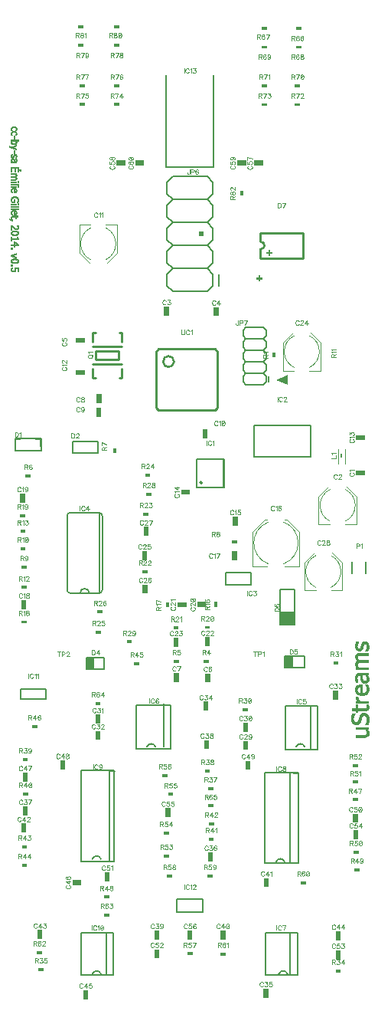
<source format=gto>
G04 DipTrace 3.3.0.0*
G04 uStreams02.GTO*
%MOIN*%
G04 #@! TF.FileFunction,Legend,Top*
G04 #@! TF.Part,Single*
%ADD10C,0.009843*%
%ADD12C,0.001*%
%ADD14C,0.01*%
%ADD17C,0.008*%
%ADD19C,0.005984*%
%ADD21C,0.004*%
%ADD25C,0.006*%
%ADD41C,0.002756*%
%ADD116C,0.003088*%
%FSLAX26Y26*%
G04*
G70*
G90*
G75*
G01*
G04 TopSilk*
%LPD*%
G36*
X1951365Y2721339D2*
X1912140D1*
Y2700096D1*
X1951365D1*
Y2721339D1*
G37*
X1798283Y2500589D2*
D21*
G02X1798283Y2638395I33484J68903D01*
G01*
X1865218Y2500589D2*
G03X1865218Y2638395I-33484J68903D01*
G01*
X1798283Y2486813D2*
X1749073D1*
Y2608865D1*
X1792380Y2652172D1*
X1871122D2*
X1914428Y2608865D1*
Y2486813D1*
X1865218D1*
G36*
X1074778Y3433184D2*
X1096021D1*
Y3393959D1*
X1074778D1*
Y3433184D1*
G37*
G36*
X1313156Y3392560D2*
X1291914D1*
Y3431785D1*
X1313156D1*
Y3392560D1*
G37*
G36*
X690881Y3276455D2*
X730105D1*
Y3297698D1*
X690881D1*
Y3276455D1*
G37*
G36*
X1276122Y1799442D2*
X1254880D1*
Y1838667D1*
X1276122D1*
Y1799442D1*
G37*
G36*
X1118012Y1839909D2*
X1139254D1*
Y1800685D1*
X1118012D1*
Y1839909D1*
G37*
G36*
X802522Y3015415D2*
X781280D1*
Y3054639D1*
X802522D1*
Y3015415D1*
G37*
G36*
X801932Y2953104D2*
X780689D1*
Y2992328D1*
X801932D1*
Y2953104D1*
G37*
G36*
X1265339Y2861886D2*
X1244096D1*
Y2901110D1*
X1265339D1*
Y2861886D1*
G37*
X822187Y3776063D2*
D21*
G02X822187Y3638257I-33484J-68903D01*
G01*
X755251Y3776063D2*
G03X755251Y3638257I33484J-68903D01*
G01*
X822187Y3789840D2*
X871396D1*
Y3667787D1*
X828090Y3624481D1*
X749348D2*
X706042Y3667787D1*
Y3789840D1*
X755251D1*
G36*
X729618Y3158189D2*
X690394D1*
Y3136946D1*
X729618D1*
Y3158189D1*
G37*
G36*
X1912136Y2854161D2*
X1951361D1*
Y2875404D1*
X1912136D1*
Y2854161D1*
G37*
G36*
X1149388Y2616680D2*
X1188613D1*
Y2637922D1*
X1149388D1*
Y2616680D1*
G37*
G36*
X1374983Y2519864D2*
X1396225D1*
Y2480639D1*
X1374983D1*
Y2519864D1*
G37*
X1525597Y2303585D2*
D21*
X1460638D1*
Y2455179D1*
X1513784Y2508331D1*
X1525597D1*
X1600403D2*
X1612216D1*
X1665362Y2455179D1*
Y2303585D1*
X1600403D1*
X1529528Y2315402D2*
G02X1529528Y2496514I33497J90556D01*
G01*
X1596472Y2315402D2*
G03X1596472Y2496514I-33497J90556D01*
G01*
G36*
X1392554Y2330193D2*
X1371311D1*
Y2369417D1*
X1392554D1*
Y2330193D1*
G37*
G36*
X454412Y2157364D2*
X475655D1*
Y2118139D1*
X454412D1*
Y2157364D1*
G37*
G36*
X448161Y2619864D2*
X469404D1*
Y2580639D1*
X448161D1*
Y2619864D1*
G37*
G36*
X1219531Y2127816D2*
X1258756D1*
Y2149059D1*
X1219531D1*
Y2127816D1*
G37*
G36*
X1133375Y2125919D2*
X1172600D1*
Y2147161D1*
X1133375D1*
Y2125919D1*
G37*
G36*
X1253343Y1995734D2*
X1274585D1*
Y1956509D1*
X1253343D1*
Y1995734D1*
G37*
G36*
X1138793Y1954608D2*
X1117550D1*
Y1993832D1*
X1138793D1*
Y1954608D1*
G37*
X1642032Y3169338D2*
D21*
G02X1642032Y3307145I33484J68903D01*
G01*
X1708968Y3169338D2*
G03X1708968Y3307145I-33484J68903D01*
G01*
X1642032Y3155562D2*
X1592823D1*
Y3277615D1*
X1636129Y3320921D1*
X1714871D2*
X1758177Y3277615D1*
Y3155562D1*
X1708968D1*
G36*
X979556Y2370693D2*
X1000799D1*
Y2331469D1*
X979556D1*
Y2370693D1*
G37*
G36*
X1002839Y2186320D2*
X981596D1*
Y2225545D1*
X1002839D1*
Y2186320D1*
G37*
G36*
X1007268Y2436886D2*
X986025D1*
Y2476110D1*
X1007268D1*
Y2436886D1*
G37*
X1735783Y2213089D2*
D21*
G02X1735783Y2350895I33484J68903D01*
G01*
X1802718Y2213089D2*
G03X1802718Y2350895I-33484J68903D01*
G01*
X1735783Y2199313D2*
X1686573D1*
Y2321365D1*
X1729880Y2364672D1*
X1808622D2*
X1851928Y2321365D1*
Y2199313D1*
X1802718D1*
G36*
X1440608Y1506110D2*
X1419365D1*
Y1545335D1*
X1440608D1*
Y1506110D1*
G37*
G36*
X1440756Y1584949D2*
X1419513D1*
Y1624173D1*
X1440756D1*
Y1584949D1*
G37*
G36*
X797346Y1620318D2*
X776104D1*
Y1659542D1*
X797346D1*
Y1620318D1*
G37*
G36*
X798289Y1549669D2*
X777046D1*
Y1588894D1*
X798289D1*
Y1549669D1*
G37*
G36*
X1833293Y1724959D2*
X1812050D1*
Y1764184D1*
X1833293D1*
Y1724959D1*
G37*
G36*
X1268018Y1676500D2*
X1246776D1*
Y1715724D1*
X1268018D1*
Y1676500D1*
G37*
G36*
X1508299Y467503D2*
X1529542D1*
Y428278D1*
X1508299D1*
Y467503D1*
G37*
G36*
X1288904Y1020938D2*
X1267662D1*
Y1060163D1*
X1288904D1*
Y1020938D1*
G37*
G36*
X459802Y1259710D2*
X481044D1*
Y1220486D1*
X459802D1*
Y1259710D1*
G37*
G36*
X1250640Y1548580D2*
X1271883D1*
Y1509356D1*
X1250640D1*
Y1548580D1*
G37*
G36*
X1055052Y680635D2*
X1033810D1*
Y719860D1*
X1055052D1*
Y680635D1*
G37*
G36*
X1342552D2*
X1321310D1*
Y719860D1*
X1342552D1*
Y680635D1*
G37*
G36*
X1531726Y909524D2*
X1510483D1*
Y948748D1*
X1531726D1*
Y909524D1*
G37*
G36*
X453890Y1185790D2*
X475132D1*
Y1146566D1*
X453890D1*
Y1185790D1*
G37*
G36*
X545694Y683236D2*
X524452D1*
Y722461D1*
X545694D1*
Y683236D1*
G37*
G36*
X1845403Y677283D2*
X1824160D1*
Y716508D1*
X1845403D1*
Y677283D1*
G37*
G36*
X722619Y461252D2*
X743862D1*
Y422028D1*
X722619D1*
Y461252D1*
G37*
G36*
X715538Y939941D2*
X676314D1*
Y918698D1*
X715538D1*
Y939941D1*
G37*
G36*
X460038Y1406720D2*
X481281D1*
Y1367496D1*
X460038D1*
Y1406720D1*
G37*
G36*
X644101Y1420454D2*
X622859D1*
Y1459678D1*
X644101D1*
Y1420454D1*
G37*
G36*
X1430119Y1458787D2*
X1451362D1*
Y1419563D1*
X1430119D1*
Y1458787D1*
G37*
G36*
X1919811Y1189109D2*
X1898569D1*
Y1228333D1*
X1919811D1*
Y1189109D1*
G37*
G36*
X837976Y934524D2*
X816734D1*
Y973748D1*
X837976D1*
Y934524D1*
G37*
G36*
X1033446Y638614D2*
X1054689D1*
Y599390D1*
X1033446D1*
Y638614D1*
G37*
G36*
X1822856Y634289D2*
X1844098D1*
Y595064D1*
X1822856D1*
Y634289D1*
G37*
G36*
X1921441Y1118025D2*
X1900198D1*
Y1157249D1*
X1921441D1*
Y1118025D1*
G37*
G36*
X1102692Y1213559D2*
X1081449D1*
Y1252783D1*
X1102692D1*
Y1213559D1*
G37*
G36*
X1177197Y719864D2*
X1198439D1*
Y680639D1*
X1177197D1*
Y719864D1*
G37*
G36*
X1507614Y4069517D2*
X1468390D1*
Y4048275D1*
X1507614D1*
Y4069517D1*
G37*
G36*
X907614D2*
X868390D1*
Y4048275D1*
X907614D1*
Y4069517D1*
G37*
G36*
X1432614D2*
X1393390D1*
Y4048275D1*
X1432614D1*
Y4069517D1*
G37*
G36*
X988864D2*
X949639D1*
Y4048275D1*
X988864D1*
Y4069517D1*
G37*
X425749Y2825947D2*
D25*
Y2857936D1*
X447750D1*
X537753D2*
Y2825947D1*
X515751Y2857936D2*
X537753D1*
X675749Y2814069D2*
Y2846058D1*
X697750D1*
X787753D2*
Y2814069D1*
X765751Y2846058D2*
X787753D1*
X1495476Y3645030D2*
D10*
X1680524D1*
Y3753310D1*
Y3755272D2*
X1495476D1*
Y3715909D1*
Y3645030D2*
Y3684393D1*
G03X1495476Y3715909I1844J15758D01*
G01*
X1335441Y2648616D2*
D17*
Y2766712D1*
X1217331D2*
Y2648616D1*
X1231232Y2668665D2*
G02X1231232Y2668665I5652J0D01*
G01*
X1466508Y2917396D2*
D25*
Y2781168D1*
X1712492D2*
Y2917396D1*
X1466508D2*
X1712492D1*
Y2781168D2*
X1466508D1*
X652510Y2522734D2*
Y2202764D1*
X806490Y2522734D2*
G03X791485Y2537749I-15004J11D01*
G01*
X667515Y2187749D2*
G02X652510Y2202764I-1J15004D01*
G01*
Y2522734D2*
G02X667515Y2537749I15004J11D01*
G01*
X791485Y2187749D2*
G03X806490Y2202764I1J15004D01*
G01*
Y2522734D1*
X791485Y2537749D2*
X667515D1*
Y2187749D2*
X791485D1*
X709504D2*
G02X749496Y2187749I19996J-11D01*
G01*
X792515D2*
Y2537749D1*
X1640759Y1404793D2*
D17*
X1660454D1*
X840759Y1413488D2*
X860454D1*
X1085653Y4440949D2*
Y4039374D1*
X1290347D1*
Y4440949D1*
X1263005Y3500249D2*
D25*
X1288003Y3525249D1*
Y3575249D2*
X1263005Y3600249D1*
X1288003Y3625249D1*
Y3675249D2*
X1263005Y3700249D1*
X1288003Y3725249D1*
Y3775249D2*
X1263005Y3800249D1*
X1288003Y3825249D1*
Y3875249D2*
X1263005Y3900249D1*
Y3500249D2*
X1112997D1*
X1088000Y3525249D1*
Y3575249D1*
X1112997Y3600249D1*
X1088000Y3625249D1*
Y3675249D1*
X1112997Y3700249D1*
X1088000Y3725249D1*
Y3775249D1*
X1112997Y3800249D1*
X1088000Y3825249D1*
Y3875249D1*
X1112997Y3900249D1*
Y3600249D2*
X1263005D1*
X1112997Y3700249D2*
X1263005D1*
X1112997Y3800249D2*
X1263005D1*
X1112997Y3900249D2*
X1263005D1*
X1288003Y3825249D2*
Y3875249D1*
Y3725249D2*
Y3775249D1*
Y3625249D2*
Y3675249D1*
Y3525249D2*
Y3575249D1*
X1263005Y3900249D2*
X1288003Y3925249D1*
Y3975249D2*
X1263005Y4000249D1*
X1112997Y3900249D2*
X1088000Y3925249D1*
Y3975249D1*
X1112997Y4000249D1*
X1263005D1*
X1288003Y3925249D2*
Y3975249D1*
X1313000Y3525249D2*
D17*
Y3575249D1*
G36*
X1247998Y3760249D2*
X1227995D1*
Y3740249D1*
X1247998D1*
Y3760249D1*
G37*
X1506752Y3094000D2*
D25*
X1519251Y3106500D1*
Y3131500D2*
X1506752Y3144000D1*
X1519251Y3156500D1*
Y3181500D2*
X1506752Y3194000D1*
X1519251Y3206500D1*
Y3231500D2*
X1506752Y3244000D1*
X1519251Y3256500D1*
Y3281500D2*
X1506752Y3294000D1*
Y3094000D2*
X1431749D1*
X1419250Y3106500D1*
Y3131500D1*
X1431749Y3144000D1*
X1419250Y3156500D1*
Y3181500D1*
X1431749Y3194000D1*
X1419250Y3206500D1*
Y3231500D1*
X1431749Y3244000D1*
X1419250Y3256500D1*
Y3281500D1*
X1431749Y3294000D1*
Y3144000D2*
X1506752D1*
X1431749Y3194000D2*
X1506752D1*
X1431749Y3244000D2*
X1506752D1*
X1431749Y3294000D2*
X1506752D1*
X1519251Y3256500D2*
Y3281500D1*
Y3206500D2*
Y3231500D1*
Y3156500D2*
Y3181500D1*
Y3106500D2*
Y3131500D1*
X1506752Y3294000D2*
X1519251Y3306500D1*
Y3331500D2*
X1506752Y3344000D1*
X1431749Y3294000D2*
X1419250Y3306500D1*
Y3331500D1*
X1431749Y3344000D1*
X1506752D1*
X1519251Y3306500D2*
Y3331500D1*
X1531750Y3106500D2*
D17*
Y3131500D1*
X1864181Y2812995D2*
D41*
Y2750008D1*
X1832685D2*
Y2812995D1*
G36*
X1844496Y2793308D2*
X1852370D1*
Y2777566D1*
X1844496D1*
Y2793308D1*
G37*
X1955500Y2324117D2*
D17*
Y2274119D1*
X1895500D2*
Y2324117D1*
X891518Y3183248D2*
D10*
X765534D1*
X891518Y3261980D2*
X765534D1*
X878529Y3241377D2*
X778523D1*
Y3203875D1*
X878529D1*
Y3241377D2*
Y3203875D1*
X891518Y3124211D2*
Y3163577D1*
X765534D2*
Y3124211D1*
Y3281699D2*
Y3321065D1*
X891518D2*
Y3281699D1*
Y3321065D2*
X879701D1*
X891518Y3124211D2*
X879701D1*
X765534Y3321065D2*
X777351D1*
X765534Y3124211D2*
X777351D1*
G36*
X1561660Y3234679D2*
X1548743D1*
Y3212510D1*
X1561660D1*
Y3234679D1*
G37*
G36*
X1249003Y1897241D2*
X1271172D1*
Y1884324D1*
X1249003D1*
Y1897241D1*
G37*
G36*
X1140930Y1885333D2*
X1118761D1*
Y1898251D1*
X1140930D1*
Y1885333D1*
G37*
G36*
X494338Y2691420D2*
X472169D1*
Y2704337D1*
X494338D1*
Y2691420D1*
G37*
G36*
X866822Y2818267D2*
X853904D1*
Y2796098D1*
X866822D1*
Y2818267D1*
G37*
G36*
X1370606Y2418343D2*
X1392774D1*
Y2405425D1*
X1370606D1*
Y2418343D1*
G37*
G36*
X476360Y2294214D2*
X454192D1*
Y2307131D1*
X476360D1*
Y2294214D1*
G37*
G36*
X471931Y2375465D2*
X449762D1*
Y2388382D1*
X471931D1*
Y2375465D1*
G37*
G36*
X476360Y2206714D2*
X454192D1*
Y2219631D1*
X476360D1*
Y2206714D1*
G37*
G36*
X471931Y2450465D2*
X449762D1*
Y2463382D1*
X471931D1*
Y2450465D1*
G37*
G36*
X1307681Y2149764D2*
X1294764D1*
Y2127596D1*
X1307681D1*
Y2149764D1*
G37*
G36*
X1096525Y2147867D2*
X1083608D1*
Y2125698D1*
X1096525D1*
Y2147867D1*
G37*
G36*
X454070Y2068785D2*
X476239D1*
Y2055867D1*
X454070D1*
Y2068785D1*
G37*
G36*
X447820Y2531285D2*
X469988D1*
Y2518367D1*
X447820D1*
Y2531285D1*
G37*
G36*
X1275291Y2032584D2*
X1253122D1*
Y2045501D1*
X1275291D1*
Y2032584D1*
G37*
G36*
X1116845Y2042757D2*
X1139013D1*
Y2029840D1*
X1116845D1*
Y2042757D1*
G37*
G36*
X1003180Y2274899D2*
X981012D1*
Y2287816D1*
X1003180D1*
Y2274899D1*
G37*
G36*
X1007609Y2525465D2*
X985441D1*
Y2538382D1*
X1007609D1*
Y2525465D1*
G37*
G36*
X993391Y2706285D2*
X1015559D1*
Y2693367D1*
X993391D1*
Y2706285D1*
G37*
G36*
X779070Y2025035D2*
X801239D1*
Y2012118D1*
X779070D1*
Y2025035D1*
G37*
G36*
X785320Y2112535D2*
X807488D1*
Y2099618D1*
X785320D1*
Y2112535D1*
G37*
G36*
X997820Y2625035D2*
X1019988D1*
Y2612118D1*
X997820D1*
Y2625035D1*
G37*
G36*
X934716Y1969526D2*
X912547D1*
Y1982444D1*
X934716D1*
Y1969526D1*
G37*
G36*
X1417520Y1688100D2*
X1439689D1*
Y1675182D1*
X1417520D1*
Y1688100D1*
G37*
G36*
X1835199Y1877484D2*
X1813030D1*
Y1890402D1*
X1835199D1*
Y1877484D1*
G37*
G36*
X1823123Y551003D2*
X1845291D1*
Y538085D1*
X1823123D1*
Y551003D1*
G37*
G36*
X550499Y544844D2*
X528331D1*
Y557761D1*
X550499D1*
Y544844D1*
G37*
G36*
X1267514Y1344953D2*
X1289682D1*
Y1332035D1*
X1267514D1*
Y1344953D1*
G37*
G36*
X1253258Y1419573D2*
X1275427D1*
Y1406656D1*
X1253258D1*
Y1419573D1*
G37*
G36*
X482061Y1457815D2*
X459892D1*
Y1470732D1*
X482061D1*
Y1457815D1*
G37*
G36*
X461161Y1320051D2*
X483329D1*
Y1307134D1*
X461161D1*
Y1320051D1*
G37*
G36*
X1270204Y1123016D2*
X1292373D1*
Y1110098D1*
X1270204D1*
Y1123016D1*
G37*
G36*
X1270910Y1190354D2*
X1293079D1*
Y1177437D1*
X1270910D1*
Y1190354D1*
G37*
G36*
X456628Y1090358D2*
X478797D1*
Y1077441D1*
X456628D1*
Y1090358D1*
G37*
G36*
X456539Y1009693D2*
X478707D1*
Y996776D1*
X456539D1*
Y1009693D1*
G37*
G36*
X945461Y1888409D2*
X967630D1*
Y1875492D1*
X945461D1*
Y1888409D1*
G37*
G36*
X522447Y1601253D2*
X500278D1*
Y1614171D1*
X522447D1*
Y1601253D1*
G37*
G36*
X1920035Y1283551D2*
X1897866D1*
Y1296469D1*
X1920035D1*
Y1283551D1*
G37*
G36*
X814208Y872673D2*
X836377D1*
Y859756D1*
X814208D1*
Y872673D1*
G37*
G36*
X1904478Y991156D2*
X1926647D1*
Y978239D1*
X1904478D1*
Y991156D1*
G37*
G36*
X1923045Y1055118D2*
X1900877D1*
Y1068035D1*
X1923045D1*
Y1055118D1*
G37*
G36*
X1919553Y1359667D2*
X1897385D1*
Y1372584D1*
X1919553D1*
Y1359667D1*
G37*
G36*
X1897992Y1443963D2*
X1920160D1*
Y1431046D1*
X1897992D1*
Y1443963D1*
G37*
G36*
X1074493Y1051709D2*
X1096661D1*
Y1038791D1*
X1074493D1*
Y1051709D1*
G37*
G36*
X1096783Y1137816D2*
X1074614D1*
Y1150734D1*
X1096783D1*
Y1137816D1*
G37*
G36*
X1115533Y1306567D2*
X1093365D1*
Y1319484D1*
X1115533D1*
Y1306567D1*
G37*
G36*
X1068244Y1401709D2*
X1090412D1*
Y1388791D1*
X1068244D1*
Y1401709D1*
G37*
G36*
X1199145Y612965D2*
X1176976D1*
Y625882D1*
X1199145D1*
Y612965D1*
G37*
G36*
X1087669Y962879D2*
X1109837D1*
Y949962D1*
X1087669D1*
Y962879D1*
G37*
G36*
X1286271Y950751D2*
X1264102D1*
Y963668D1*
X1286271D1*
Y950751D1*
G37*
G36*
X1670457Y935173D2*
X1692626D1*
Y922256D1*
X1670457D1*
Y935173D1*
G37*
G36*
X1320604Y625035D2*
X1342773D1*
Y612118D1*
X1320604D1*
Y625035D1*
G37*
G36*
X521178Y631606D2*
X543346D1*
Y618689D1*
X521178D1*
Y631606D1*
G37*
G36*
X814149Y794791D2*
X836318D1*
Y781874D1*
X814149D1*
Y794791D1*
G37*
G36*
X776518Y1714430D2*
X798686D1*
Y1701513D1*
X776518D1*
Y1714430D1*
G37*
G36*
X1267120Y1269151D2*
X1289289D1*
Y1256234D1*
X1267120D1*
Y1269151D1*
G37*
G36*
X1651855Y4650035D2*
X1674024D1*
Y4637118D1*
X1651855D1*
Y4650035D1*
G37*
G36*
X1501855D2*
X1524024D1*
Y4637118D1*
X1501855D1*
Y4650035D1*
G37*
G36*
X1651855Y4568785D2*
X1674024D1*
Y4555867D1*
X1651855D1*
Y4568785D1*
G37*
G36*
X1501855D2*
X1524024D1*
Y4555867D1*
X1501855D1*
Y4568785D1*
G37*
G36*
X1645604Y4400035D2*
X1667773D1*
Y4387118D1*
X1645604D1*
Y4400035D1*
G37*
G36*
X1501855D2*
X1524024D1*
Y4387118D1*
X1501855D1*
Y4400035D1*
G37*
G36*
X1645604Y4318785D2*
X1667773D1*
Y4305867D1*
X1645604D1*
Y4318785D1*
G37*
G36*
X1501855D2*
X1524024D1*
Y4305867D1*
X1501855D1*
Y4318785D1*
G37*
G36*
X880394Y4306714D2*
X858226D1*
Y4319631D1*
X880394D1*
Y4306714D1*
G37*
G36*
X730394D2*
X708226D1*
Y4319631D1*
X730394D1*
Y4306714D1*
G37*
G36*
X880394Y4387965D2*
X858226D1*
Y4400882D1*
X880394D1*
Y4387965D1*
G37*
G36*
X730394D2*
X708226D1*
Y4400882D1*
X730394D1*
Y4387965D1*
G37*
G36*
X880394Y4562965D2*
X858226D1*
Y4575882D1*
X880394D1*
Y4562965D1*
G37*
G36*
X724145D2*
X701976D1*
Y4575882D1*
X724145D1*
Y4562965D1*
G37*
G36*
X880394Y4644214D2*
X858226D1*
Y4657131D1*
X880394D1*
Y4644214D1*
G37*
G36*
X724145D2*
X701976D1*
Y4657131D1*
X724145D1*
Y4644214D1*
G37*
G36*
X1406965Y3916320D2*
X1419882D1*
Y3938488D1*
X1406965D1*
Y3916320D1*
G37*
X1295802Y3249019D2*
D14*
X1306649Y3238173D1*
Y2994090D1*
X1295802Y2983243D1*
X1051720D1*
X1040873Y2994090D1*
Y3238173D1*
X1051720Y3249019D1*
X1295802D1*
X1071393Y3194880D2*
G02X1071393Y3194880I23619J0D01*
G01*
X1131749Y856500D2*
D19*
X1244249D1*
Y800249D1*
X1131749D1*
Y856500D1*
G36*
X1563000Y3112749D2*
X1613000Y3137749D1*
Y3094000D1*
D1*
X1563000Y3112749D1*
G37*
X955656Y1701105D2*
D19*
X1103329D1*
Y1511423D1*
X955656D1*
Y1701105D1*
X1604907Y1697286D2*
X1743668D1*
Y1507602D1*
X1604907D1*
Y1697286D1*
X1515794Y710681D2*
X1655828D1*
Y527364D1*
X1515794D1*
Y710681D1*
X1514521Y1407033D2*
X1659289D1*
Y1014898D1*
X1514521D1*
Y1407033D1*
X714504Y1417850D2*
X857589D1*
Y1022261D1*
X714504D1*
Y1417850D1*
Y710841D2*
X854433D1*
Y525672D1*
X714504D1*
Y710841D1*
X450428Y1772185D2*
X560898D1*
Y1727168D1*
X450428D1*
Y1772185D1*
X735823Y1906500D2*
X814252D1*
Y1856500D1*
X735823D1*
Y1906500D1*
X1599500Y1912749D2*
X1688000D1*
Y1862749D1*
X1599500D1*
Y1912749D1*
X1581749Y2204316D2*
X1644249D1*
Y2052241D1*
X1581749D1*
Y2204316D1*
G36*
Y2105802D2*
X1644249D1*
Y2053197D1*
X1581749D1*
Y2105802D1*
G37*
G36*
X1600500Y1912749D2*
X1637759D1*
Y1859038D1*
X1600500D1*
Y1912749D1*
G37*
G36*
X740605Y1906500D2*
X770256D1*
Y1855211D1*
X740605D1*
Y1906500D1*
G37*
X1344404Y2276797D2*
D19*
X1455507D1*
Y2223560D1*
X1344404D1*
Y2276797D1*
X677957Y2846122D2*
X787375D1*
Y2795621D1*
X677957D1*
Y2846122D1*
X428610Y2860850D2*
X539080D1*
Y2808247D1*
X428610D1*
Y2860850D1*
X1217030Y2771891D2*
X1336346D1*
Y2646096D1*
X1217030D1*
Y2771891D1*
X838000Y1419000D2*
Y1019000D1*
X825500Y706500D2*
Y531500D1*
X1625500Y706500D2*
Y531500D1*
Y1406500D2*
Y1019000D1*
X1713000Y1694000D2*
Y1506500D1*
X1075500Y1706500D2*
Y1519000D1*
X763000Y531500D2*
G02X800500Y531500I18750J-6250D01*
G01*
X1575500D2*
G02X1613000Y531500I18750J-6250D01*
G01*
X1563000Y1019000D2*
G02X1600500Y1019000I18750J-6250D01*
G01*
X763000Y1031500D2*
G02X800500Y1031500I18750J-6250D01*
G01*
X1650500Y1519000D2*
G02X1688000Y1519000I18750J-6250D01*
G01*
X1000500D2*
G02X1038000Y1519000I18750J-6250D01*
G01*
X419457Y4218105D2*
D12*
X421457D1*
X417134Y4217605D2*
X423549D1*
X415286Y4217105D2*
X425255D1*
X413912Y4216605D2*
X426574D1*
X412904Y4216105D2*
X427613D1*
X412148Y4215605D2*
X428474D1*
X411533Y4215105D2*
X429195D1*
X410987Y4214605D2*
X429764D1*
X410487Y4214105D2*
X430207D1*
X410045Y4213605D2*
X417057D1*
X423839D2*
X430588D1*
X409682Y4213105D2*
X415784D1*
X425064D2*
X430947D1*
X409391Y4212605D2*
X414700D1*
X426074D2*
X431265D1*
X409163Y4212105D2*
X413824D1*
X426880D2*
X431536D1*
X408977Y4211605D2*
X413137D1*
X427504D2*
X431755D1*
X408797Y4211105D2*
X412607D1*
X427994D2*
X431938D1*
X408640Y4210605D2*
X412206D1*
X428407D2*
X432117D1*
X408525Y4210105D2*
X411902D1*
X428750D2*
X432271D1*
X408411Y4209605D2*
X411684D1*
X429028D2*
X432369D1*
X408268Y4209105D2*
X411542D1*
X429234D2*
X432419D1*
X408131Y4208605D2*
X411417D1*
X429354D2*
X432442D1*
X408040Y4208105D2*
X411271D1*
X429414D2*
X432451D1*
X407993Y4207605D2*
X411134D1*
X429440D2*
X432455D1*
X407971Y4207105D2*
X411060D1*
X429451D2*
X432456D1*
X407964Y4206605D2*
X411076D1*
X429453D2*
X432456D1*
X407978Y4206105D2*
X411174D1*
X429436D2*
X432457D1*
X408041Y4205605D2*
X411295D1*
X429373D2*
X432457D1*
X408160Y4205105D2*
X411397D1*
X429252D2*
X432455D1*
X408290Y4204605D2*
X411507D1*
X429106D2*
X432437D1*
X408395Y4204105D2*
X411665D1*
X428953D2*
X432373D1*
X408505Y4203605D2*
X411868D1*
X428769D2*
X432252D1*
X408648Y4203105D2*
X412098D1*
X428554D2*
X432106D1*
X408802Y4202605D2*
X412355D1*
X428319D2*
X431953D1*
X408958Y4202105D2*
X412649D1*
X428058D2*
X431769D1*
X409145Y4201605D2*
X412971D1*
X427745D2*
X431556D1*
X409373Y4201105D2*
X413290D1*
X427359D2*
X431336D1*
X409648Y4200605D2*
X413615D1*
X426919D2*
X431134D1*
X409957Y4200105D2*
X413957D1*
X426457D2*
X430957D1*
X419457Y4197605D2*
X421457D1*
X417134Y4197105D2*
X423549D1*
X415286Y4196605D2*
X425255D1*
X413912Y4196105D2*
X426574D1*
X412904Y4195605D2*
X427613D1*
X412148Y4195105D2*
X428474D1*
X411533Y4194605D2*
X429195D1*
X410987Y4194105D2*
X429764D1*
X410487Y4193605D2*
X430207D1*
X410045Y4193105D2*
X417057D1*
X423839D2*
X430588D1*
X409682Y4192605D2*
X415784D1*
X425064D2*
X430947D1*
X409391Y4192105D2*
X414700D1*
X426074D2*
X431265D1*
X409163Y4191605D2*
X413824D1*
X426880D2*
X431536D1*
X408977Y4191105D2*
X413137D1*
X427504D2*
X431755D1*
X408797Y4190605D2*
X412607D1*
X427994D2*
X431938D1*
X408640Y4190105D2*
X412206D1*
X428407D2*
X432117D1*
X408525Y4189605D2*
X411902D1*
X428750D2*
X432271D1*
X408411Y4189105D2*
X411684D1*
X429028D2*
X432369D1*
X408268Y4188605D2*
X411542D1*
X429234D2*
X432419D1*
X408131Y4188105D2*
X411417D1*
X429354D2*
X432442D1*
X408040Y4187605D2*
X411271D1*
X429414D2*
X432451D1*
X407993Y4187105D2*
X411134D1*
X429440D2*
X432455D1*
X407971Y4186605D2*
X411060D1*
X429451D2*
X432456D1*
X407964Y4186105D2*
X411076D1*
X429453D2*
X432456D1*
X407978Y4185605D2*
X411174D1*
X429436D2*
X432457D1*
X408041Y4185105D2*
X411295D1*
X429373D2*
X432457D1*
X408160Y4184605D2*
X411397D1*
X429252D2*
X432455D1*
X408290Y4184105D2*
X411507D1*
X429106D2*
X432437D1*
X408395Y4183605D2*
X411665D1*
X428953D2*
X432373D1*
X408505Y4183105D2*
X411868D1*
X428769D2*
X432252D1*
X408648Y4182605D2*
X412098D1*
X428554D2*
X432106D1*
X408802Y4182105D2*
X412355D1*
X428319D2*
X431953D1*
X408958Y4181605D2*
X412649D1*
X428058D2*
X431769D1*
X409145Y4181105D2*
X412971D1*
X427745D2*
X431556D1*
X409373Y4180605D2*
X413290D1*
X427359D2*
X431336D1*
X409648Y4180105D2*
X413615D1*
X426919D2*
X431134D1*
X409957Y4179605D2*
X413957D1*
X426457D2*
X430957D1*
X420457Y4176105D2*
X423957D1*
X420457Y4175605D2*
X423957D1*
X420457Y4175105D2*
X423957D1*
X420457Y4174605D2*
X423957D1*
X420457Y4174105D2*
X423957D1*
X420457Y4173605D2*
X423957D1*
X420457Y4173105D2*
X423957D1*
X420457Y4172605D2*
X423957D1*
X420457Y4172105D2*
X423957D1*
X420457Y4171605D2*
X423957D1*
X420457Y4171105D2*
X423957D1*
X420457Y4170605D2*
X423957D1*
X420457Y4170105D2*
X423957D1*
X420457Y4169605D2*
X423957D1*
X420457Y4169105D2*
X423957D1*
X420457Y4168605D2*
X423957D1*
X420457Y4168105D2*
X423957D1*
X420457Y4167605D2*
X423957D1*
X420457Y4167105D2*
X423957D1*
X420457Y4166605D2*
X423957D1*
X420457Y4166105D2*
X423957D1*
X420457Y4165605D2*
X423957D1*
X420457Y4165105D2*
X423957D1*
X420457Y4164605D2*
X423957D1*
X408457Y4159105D2*
X441457D1*
X408457Y4158605D2*
X441457D1*
X408457Y4158105D2*
X441457D1*
X408459Y4157605D2*
X441457D1*
X408478Y4157105D2*
X441457D1*
X408559Y4156605D2*
X441457D1*
X408741Y4156105D2*
X441457D1*
X408971Y4155605D2*
X441457D1*
X409174Y4155105D2*
X412377D1*
X427053D2*
X430053D1*
X409148Y4154605D2*
X412236D1*
X427243D2*
X430243D1*
X409060Y4154105D2*
X412043D1*
X427510D2*
X430512D1*
X408937Y4153605D2*
X411835D1*
X427789D2*
X430809D1*
X408780Y4153105D2*
X411661D1*
X428045D2*
X431126D1*
X408618Y4152605D2*
X411550D1*
X428258D2*
X431444D1*
X408459Y4152105D2*
X411478D1*
X428439D2*
X431707D1*
X408291Y4151605D2*
X411389D1*
X428617D2*
X431916D1*
X408140Y4151105D2*
X411262D1*
X428771D2*
X432108D1*
X408044Y4150605D2*
X411147D1*
X428869D2*
X432268D1*
X407994Y4150105D2*
X411122D1*
X428919D2*
X432368D1*
X407973Y4149605D2*
X411195D1*
X428942D2*
X432419D1*
X407982Y4149105D2*
X411304D1*
X428951D2*
X432442D1*
X408042Y4148605D2*
X411400D1*
X428953D2*
X432451D1*
X408160Y4148105D2*
X411509D1*
X428936D2*
X432455D1*
X408290Y4147605D2*
X411668D1*
X428871D2*
X432456D1*
X408395Y4147105D2*
X411888D1*
X428732D2*
X432455D1*
X408507Y4146605D2*
X412183D1*
X428519D2*
X432437D1*
X408667Y4146105D2*
X412581D1*
X428209D2*
X432373D1*
X408885Y4145605D2*
X413108D1*
X427742D2*
X432252D1*
X409161Y4145105D2*
X413844D1*
X427022D2*
X432104D1*
X409477Y4144605D2*
X415021D1*
X425777D2*
X431934D1*
X409797Y4144105D2*
X417110D1*
X423493D2*
X431684D1*
X410144Y4143605D2*
X420421D1*
X419865D2*
X431332D1*
X410564Y4143105D2*
X430903D1*
X411079Y4142605D2*
X430417D1*
X411698Y4142105D2*
X429862D1*
X412420Y4141605D2*
X429206D1*
X413289Y4141105D2*
X428394D1*
X414366Y4140605D2*
X427328D1*
X415622Y4140105D2*
X425968D1*
X416957Y4139605D2*
X424457D1*
X430957Y4137105D2*
X431957D1*
X429630Y4136605D2*
X431957D1*
X428296Y4136105D2*
X431957D1*
X426956Y4135605D2*
X431957D1*
X425643Y4135105D2*
X431955D1*
X424357Y4134605D2*
X431931D1*
X423075Y4134105D2*
X431873D1*
X421770Y4133605D2*
X431559D1*
X420444Y4133105D2*
X430751D1*
X400457Y4132605D2*
X400957D1*
X419121D2*
X429712D1*
X400457Y4132105D2*
X402034D1*
X417791D2*
X428525D1*
X400457Y4131605D2*
X403160D1*
X416452D2*
X427238D1*
X400457Y4131105D2*
X404307D1*
X415124D2*
X425876D1*
X400457Y4130605D2*
X405460D1*
X413793D2*
X424498D1*
X400463Y4130105D2*
X406646D1*
X412453D2*
X423145D1*
X400519Y4129605D2*
X407874D1*
X411127D2*
X421801D1*
X400654Y4129105D2*
X409148D1*
X409799D2*
X420456D1*
X401270Y4128605D2*
X419130D1*
X402145Y4128105D2*
X417837D1*
X403213Y4127605D2*
X416665D1*
X404399Y4127105D2*
X415730D1*
X405665Y4126605D2*
X414957D1*
X406976Y4126105D2*
X416286D1*
X408278Y4125605D2*
X417635D1*
X409557Y4125105D2*
X419023D1*
X410822Y4124605D2*
X420410D1*
X412078Y4124105D2*
X421768D1*
X413331Y4123605D2*
X423129D1*
X414583Y4123105D2*
X424521D1*
X415849Y4122605D2*
X425909D1*
X417147Y4122105D2*
X427264D1*
X418469Y4121605D2*
X428586D1*
X419775Y4121105D2*
X429809D1*
X421056Y4120605D2*
X430772D1*
X422322Y4120105D2*
X431495D1*
X423578Y4119605D2*
X431736D1*
X424831Y4119105D2*
X431864D1*
X426083Y4118605D2*
X431921D1*
X427351Y4118105D2*
X431944D1*
X428665Y4117605D2*
X431952D1*
X430044Y4117105D2*
X431955D1*
X431457Y4116605D2*
X431957D1*
X420457Y4113605D2*
X423957D1*
X420457Y4113105D2*
X423957D1*
X420457Y4112605D2*
X423957D1*
X420457Y4112105D2*
X423957D1*
X420457Y4111605D2*
X423957D1*
X420457Y4111105D2*
X423957D1*
X420457Y4110605D2*
X423957D1*
X420457Y4110105D2*
X423957D1*
X420457Y4109605D2*
X423957D1*
X420457Y4109105D2*
X423957D1*
X420457Y4108605D2*
X423957D1*
X420457Y4108105D2*
X423957D1*
X420457Y4107605D2*
X423957D1*
X420457Y4107105D2*
X423957D1*
X420457Y4106605D2*
X423957D1*
X420457Y4106105D2*
X423957D1*
X420457Y4105605D2*
X423957D1*
X420457Y4105105D2*
X423957D1*
X420457Y4104605D2*
X423957D1*
X420457Y4104105D2*
X423957D1*
X420457Y4103605D2*
X423957D1*
X420457Y4103105D2*
X423957D1*
X420457Y4102605D2*
X423957D1*
X420457Y4102105D2*
X423957D1*
X409957Y4098105D2*
X413957D1*
X423957D2*
X426957D1*
X409707Y4097605D2*
X413707D1*
X422995D2*
X428089D1*
X409499Y4097105D2*
X413416D1*
X422208D2*
X429023D1*
X409305Y4096605D2*
X413126D1*
X421564D2*
X429746D1*
X409127Y4096105D2*
X412852D1*
X421018D2*
X430296D1*
X408963Y4095605D2*
X412592D1*
X420557D2*
X430722D1*
X408792Y4095105D2*
X412353D1*
X420187D2*
X431093D1*
X408640Y4094605D2*
X412148D1*
X419893D2*
X431432D1*
X408542Y4094105D2*
X411972D1*
X419664D2*
X431702D1*
X408474Y4093605D2*
X411795D1*
X419477D2*
X423978D1*
X427938D2*
X431915D1*
X408388Y4093105D2*
X411640D1*
X419297D2*
X423559D1*
X428372D2*
X432107D1*
X408259Y4092605D2*
X411525D1*
X419142D2*
X423245D1*
X428732D2*
X432268D1*
X408127Y4092105D2*
X411411D1*
X419043D2*
X423012D1*
X429021D2*
X432368D1*
X408039Y4091605D2*
X411268D1*
X418975D2*
X422809D1*
X429231D2*
X432419D1*
X407992Y4091105D2*
X411133D1*
X418888D2*
X422628D1*
X429353D2*
X432442D1*
X407971Y4090605D2*
X411060D1*
X418759D2*
X422463D1*
X429413D2*
X432451D1*
X407964Y4090105D2*
X411076D1*
X418625D2*
X422292D1*
X429440D2*
X432455D1*
X407978Y4089605D2*
X411174D1*
X418519D2*
X422140D1*
X429450D2*
X432456D1*
X408041Y4089105D2*
X411295D1*
X418409D2*
X422042D1*
X429454D2*
X432456D1*
X408160Y4088605D2*
X411397D1*
X418266D2*
X421974D1*
X429456D2*
X432457D1*
X408290Y4088105D2*
X411507D1*
X418111D2*
X421888D1*
X429454D2*
X432457D1*
X408395Y4087605D2*
X411667D1*
X417953D2*
X421759D1*
X429437D2*
X432457D1*
X408505Y4087105D2*
X411899D1*
X417735D2*
X421625D1*
X429373D2*
X432455D1*
X408648Y4086605D2*
X412197D1*
X417438D2*
X421519D1*
X429252D2*
X432437D1*
X408804Y4086105D2*
X413121D1*
X416375D2*
X421407D1*
X429106D2*
X432373D1*
X408976Y4085605D2*
X414605D1*
X414633D2*
X421248D1*
X428953D2*
X432252D1*
X409209Y4085105D2*
X421046D1*
X428769D2*
X432106D1*
X409498Y4084605D2*
X420816D1*
X428554D2*
X431955D1*
X409808Y4084105D2*
X420557D1*
X428319D2*
X431787D1*
X410167Y4083605D2*
X420243D1*
X428058D2*
X431618D1*
X410652Y4083105D2*
X419835D1*
X427747D2*
X431445D1*
X411323Y4082605D2*
X419290D1*
X427368D2*
X431222D1*
X412208Y4082105D2*
X418536D1*
X426957D2*
X430957D1*
X413284Y4081605D2*
X417556D1*
X414457Y4081105D2*
X416457D1*
X414957Y4079105D2*
X416457D1*
X413422Y4078605D2*
X417897D1*
X412194Y4078105D2*
X419099D1*
X411286Y4077605D2*
X420024D1*
X410594Y4077105D2*
X420691D1*
X427957D2*
X431457D1*
X410028Y4076605D2*
X421162D1*
X428130D2*
X431687D1*
X409561Y4076105D2*
X421513D1*
X428296D2*
X431833D1*
X409188Y4075605D2*
X421806D1*
X428454D2*
X431923D1*
X408893Y4075105D2*
X422072D1*
X428623D2*
X432019D1*
X408664Y4074605D2*
X413574D1*
X417356D2*
X422327D1*
X428775D2*
X432152D1*
X408477Y4074105D2*
X412848D1*
X418131D2*
X422563D1*
X428889D2*
X432285D1*
X408297Y4073605D2*
X412320D1*
X418733D2*
X422766D1*
X429003D2*
X432374D1*
X408142Y4073105D2*
X411948D1*
X419175D2*
X422942D1*
X429145D2*
X432421D1*
X408045Y4072605D2*
X411685D1*
X419501D2*
X423118D1*
X429282D2*
X432443D1*
X407994Y4072105D2*
X411485D1*
X419742D2*
X423272D1*
X429373D2*
X432451D1*
X407973Y4071605D2*
X411300D1*
X419933D2*
X423369D1*
X429421D2*
X432455D1*
X407982Y4071105D2*
X411145D1*
X420115D2*
X423421D1*
X429442D2*
X432456D1*
X408042Y4070605D2*
X411064D1*
X420271D2*
X423461D1*
X429451D2*
X432456D1*
X408162Y4070105D2*
X411077D1*
X420369D2*
X423534D1*
X429455D2*
X432457D1*
X408308Y4069605D2*
X411176D1*
X420421D2*
X423658D1*
X429456D2*
X432457D1*
X408458Y4069105D2*
X411313D1*
X420461D2*
X423787D1*
X429456D2*
X432457D1*
X408626Y4068605D2*
X411462D1*
X420534D2*
X423875D1*
X429457D2*
X432457D1*
X408795Y4068105D2*
X411645D1*
X420658D2*
X423921D1*
X429455D2*
X432457D1*
X408973Y4067605D2*
X411859D1*
X420787D2*
X423943D1*
X429437D2*
X432457D1*
X409208Y4067105D2*
X412094D1*
X420875D2*
X423951D1*
X429371D2*
X432455D1*
X409498Y4066605D2*
X412356D1*
X420921D2*
X423955D1*
X429232D2*
X432437D1*
X409804Y4066105D2*
X412668D1*
X420943D2*
X423958D1*
X429015D2*
X432373D1*
X410124Y4065605D2*
X413055D1*
X420951D2*
X423982D1*
X428739D2*
X432252D1*
X410441Y4065105D2*
X413498D1*
X420955D2*
X424041D1*
X428016D2*
X432106D1*
X410689Y4064605D2*
X413973D1*
X420956D2*
X424350D1*
X426804D2*
X431953D1*
X410845Y4064105D2*
X414462D1*
X420956D2*
X425093D1*
X425027D2*
X431767D1*
X408457Y4063605D2*
X431535D1*
X408457Y4063105D2*
X431236D1*
X408457Y4062605D2*
X430853D1*
X408457Y4062105D2*
X430389D1*
X408457Y4061605D2*
X429793D1*
X408457Y4061105D2*
X428948D1*
X408457Y4060605D2*
X427791D1*
X408457Y4060105D2*
X426457D1*
X408457Y4040105D2*
X439957D1*
X408457Y4039605D2*
X439957D1*
X408457Y4039105D2*
X439957D1*
X408457Y4038605D2*
X439957D1*
X408457Y4038105D2*
X439957D1*
X408457Y4037605D2*
X439957D1*
X408457Y4037105D2*
X439957D1*
X408457Y4036605D2*
X439957D1*
X408457Y4036105D2*
X439957D1*
X408457Y4035605D2*
X411957D1*
X423957D2*
X427457D1*
X436457D2*
X439957D1*
X408457Y4035105D2*
X411957D1*
X423957D2*
X427457D1*
X436457D2*
X439957D1*
X408457Y4034605D2*
X411957D1*
X423957D2*
X427457D1*
X436457D2*
X439957D1*
X408457Y4034105D2*
X411957D1*
X423957D2*
X427457D1*
X436457D2*
X439957D1*
X408457Y4033605D2*
X411957D1*
X423957D2*
X427457D1*
X436457D2*
X439957D1*
X408457Y4033105D2*
X411957D1*
X423957D2*
X427457D1*
X436457D2*
X439957D1*
X408457Y4032605D2*
X411957D1*
X423957D2*
X427457D1*
X436457D2*
X439957D1*
X408457Y4032105D2*
X411957D1*
X423957D2*
X427457D1*
X436457D2*
X439957D1*
X408457Y4031605D2*
X411957D1*
X423957D2*
X427457D1*
X436457D2*
X439957D1*
X444457D2*
X444957D1*
X408457Y4031105D2*
X411957D1*
X423957D2*
X427457D1*
X436457D2*
X439957D1*
X444457D2*
X445959D1*
X408457Y4030605D2*
X411957D1*
X423957D2*
X427457D1*
X436457D2*
X439957D1*
X444459D2*
X446976D1*
X408457Y4030105D2*
X411957D1*
X423957D2*
X427457D1*
X436457D2*
X439957D1*
X444478D2*
X448038D1*
X408457Y4029605D2*
X411957D1*
X423957D2*
X427457D1*
X436457D2*
X439957D1*
X444563D2*
X449136D1*
X408457Y4029105D2*
X411957D1*
X423957D2*
X427457D1*
X436457D2*
X439957D1*
X444725D2*
X450162D1*
X408457Y4028605D2*
X411957D1*
X423957D2*
X427457D1*
X436457D2*
X439957D1*
X445164D2*
X450963D1*
X408457Y4028105D2*
X411957D1*
X423957D2*
X427457D1*
X436457D2*
X439957D1*
X445715D2*
X451566D1*
X408457Y4027605D2*
X411957D1*
X423957D2*
X427457D1*
X436457D2*
X439957D1*
X446329D2*
X451769D1*
X408457Y4027105D2*
X411957D1*
X423957D2*
X427457D1*
X436457D2*
X439957D1*
X446966D2*
X451878D1*
X408457Y4026605D2*
X411957D1*
X423957D2*
X427457D1*
X436457D2*
X439957D1*
X447629D2*
X451926D1*
X408457Y4026105D2*
X411957D1*
X423957D2*
X427457D1*
X436457D2*
X439957D1*
X448294D2*
X451945D1*
X408457Y4025605D2*
X411957D1*
X423957D2*
X427457D1*
X436457D2*
X439957D1*
X448954D2*
X451953D1*
X408457Y4025105D2*
X411957D1*
X423957D2*
X427457D1*
X436457D2*
X439957D1*
X449627D2*
X451955D1*
X408457Y4024605D2*
X411957D1*
X423957D2*
X427457D1*
X436457D2*
X439957D1*
X450299D2*
X451956D1*
X408457Y4024105D2*
X411957D1*
X423957D2*
X427457D1*
X436457D2*
X439957D1*
X450957D2*
X451957D1*
X408457Y4023605D2*
X411957D1*
X423957D2*
X427457D1*
X436457D2*
X439957D1*
X408457Y4023105D2*
X411957D1*
X423957D2*
X427457D1*
X436457D2*
X439957D1*
X408457Y4022605D2*
X411957D1*
X423957D2*
X427457D1*
X436457D2*
X439957D1*
X408457Y4022105D2*
X411957D1*
X423957D2*
X427457D1*
X436457D2*
X439957D1*
X408457Y4021605D2*
X411957D1*
X423957D2*
X427457D1*
X436457D2*
X439957D1*
X408457Y4021105D2*
X411957D1*
X436457D2*
X439957D1*
X408457Y4020605D2*
X411957D1*
X436457D2*
X439957D1*
X408457Y4020105D2*
X411957D1*
X436457D2*
X439957D1*
X408457Y4015605D2*
X431957D1*
X408457Y4015105D2*
X431957D1*
X408457Y4014605D2*
X431957D1*
X408457Y4014105D2*
X431957D1*
X408457Y4013605D2*
X431957D1*
X408457Y4013105D2*
X431957D1*
X408457Y4012605D2*
X431957D1*
X408457Y4012105D2*
X431957D1*
X426438Y4011605D2*
X429457D1*
X426874Y4011105D2*
X429955D1*
X427252Y4010605D2*
X430437D1*
X427606Y4010105D2*
X430871D1*
X427953Y4009605D2*
X431234D1*
X428267Y4009105D2*
X431540D1*
X428535Y4008605D2*
X431814D1*
X428736Y4008105D2*
X432056D1*
X428855Y4007605D2*
X432245D1*
X428914Y4007105D2*
X432358D1*
X428940Y4006605D2*
X432415D1*
X428949Y4006105D2*
X432440D1*
X428935Y4005605D2*
X432451D1*
X428869Y4005105D2*
X432455D1*
X428710Y4004605D2*
X432454D1*
X428476Y4004105D2*
X432437D1*
X427938Y4003605D2*
X432373D1*
X427219Y4003105D2*
X432252D1*
X426365Y4002605D2*
X432104D1*
X408457Y4002105D2*
X431934D1*
X408457Y4001605D2*
X431682D1*
X408457Y4001105D2*
X431312D1*
X408457Y4000605D2*
X430823D1*
X408457Y4000105D2*
X430257D1*
X408457Y3999605D2*
X429744D1*
X408457Y3999105D2*
X429351D1*
X408457Y3998605D2*
X429347D1*
X426438Y3998105D2*
X429642D1*
X426874Y3997605D2*
X430016D1*
X427252Y3997105D2*
X430404D1*
X427604Y3996605D2*
X430763D1*
X427936Y3996105D2*
X431110D1*
X428204Y3995605D2*
X431454D1*
X428415Y3995105D2*
X431768D1*
X428608Y3994605D2*
X432035D1*
X428768Y3994105D2*
X432236D1*
X428868Y3993605D2*
X432355D1*
X428919Y3993105D2*
X432414D1*
X428940Y3992605D2*
X432440D1*
X428932Y3992105D2*
X432451D1*
X428870Y3991605D2*
X432455D1*
X428730Y3991105D2*
X432456D1*
X428499Y3990605D2*
X432454D1*
X428126Y3990105D2*
X432437D1*
X427548Y3989605D2*
X432371D1*
X426791Y3989105D2*
X432232D1*
X408457Y3988605D2*
X432021D1*
X408457Y3988105D2*
X431731D1*
X408457Y3987605D2*
X431351D1*
X408457Y3987105D2*
X430892D1*
X408457Y3986605D2*
X430335D1*
X408457Y3986105D2*
X429645D1*
X408457Y3985605D2*
X428829D1*
X408457Y3985105D2*
X427957D1*
X436457Y3979105D2*
X439957D1*
X408457Y3978605D2*
X431957D1*
X436457D2*
X439957D1*
X408457Y3978105D2*
X431957D1*
X436457D2*
X439957D1*
X408457Y3977605D2*
X431957D1*
X436457D2*
X439957D1*
X408457Y3977105D2*
X431957D1*
X436457D2*
X439957D1*
X408457Y3976605D2*
X431957D1*
X436457D2*
X439957D1*
X408457Y3976105D2*
X431957D1*
X436457D2*
X439957D1*
X408457Y3975605D2*
X431957D1*
X436457D2*
X439957D1*
X408457Y3975105D2*
X431957D1*
X436457D2*
X439957D1*
X436457Y3974605D2*
X439957D1*
X408457Y3968605D2*
X441457D1*
X408457Y3968105D2*
X441457D1*
X408457Y3967605D2*
X441457D1*
X408457Y3967105D2*
X441457D1*
X408457Y3966605D2*
X441457D1*
X408457Y3966105D2*
X441457D1*
X408457Y3965605D2*
X441457D1*
X408457Y3965105D2*
X441457D1*
X436457Y3959105D2*
X439957D1*
X408457Y3958605D2*
X431957D1*
X436457D2*
X439957D1*
X408457Y3958105D2*
X431957D1*
X436457D2*
X439957D1*
X408457Y3957605D2*
X431957D1*
X436457D2*
X439957D1*
X408457Y3957105D2*
X431957D1*
X436457D2*
X439957D1*
X408457Y3956605D2*
X431957D1*
X436457D2*
X439957D1*
X408457Y3956105D2*
X431957D1*
X436457D2*
X439957D1*
X408457Y3955605D2*
X431957D1*
X436457D2*
X439957D1*
X408457Y3955105D2*
X431957D1*
X436457D2*
X439957D1*
X436457Y3954605D2*
X439957D1*
X418957Y3950605D2*
X420957D1*
X416864Y3950105D2*
X423280D1*
X415161Y3949605D2*
X425127D1*
X413859Y3949105D2*
X426504D1*
X412884Y3948605D2*
X427527D1*
X412141Y3948105D2*
X428329D1*
X411532Y3947605D2*
X429000D1*
X411004Y3947105D2*
X429556D1*
X410552Y3946605D2*
X430032D1*
X410183Y3946105D2*
X416576D1*
X419957D2*
X422457D1*
X424760D2*
X430480D1*
X409874Y3945605D2*
X415367D1*
X419957D2*
X422457D1*
X425845D2*
X430892D1*
X409598Y3945105D2*
X414405D1*
X419957D2*
X422457D1*
X426680D2*
X431241D1*
X409338Y3944605D2*
X413672D1*
X419957D2*
X422457D1*
X427340D2*
X431526D1*
X409086Y3944105D2*
X413121D1*
X419957D2*
X422457D1*
X427893D2*
X431751D1*
X408852Y3943605D2*
X412709D1*
X419957D2*
X422457D1*
X428355D2*
X431937D1*
X408667Y3943105D2*
X412384D1*
X419957D2*
X422457D1*
X428727D2*
X432117D1*
X408553Y3942605D2*
X412103D1*
X419957D2*
X422457D1*
X429019D2*
X432271D1*
X408478Y3942105D2*
X411859D1*
X419957D2*
X422457D1*
X429230D2*
X432369D1*
X408390Y3941605D2*
X411669D1*
X419957D2*
X422457D1*
X429353D2*
X432419D1*
X408260Y3941105D2*
X411553D1*
X419957D2*
X422457D1*
X429413D2*
X432442D1*
X408128Y3940605D2*
X411479D1*
X419957D2*
X422457D1*
X429440D2*
X432451D1*
X408039Y3940105D2*
X411390D1*
X419957D2*
X422457D1*
X429450D2*
X432455D1*
X407992Y3939605D2*
X411262D1*
X419957D2*
X422457D1*
X429454D2*
X432456D1*
X407971Y3939105D2*
X411147D1*
X419957D2*
X422457D1*
X429454D2*
X432456D1*
X407962Y3938605D2*
X411122D1*
X419957D2*
X422457D1*
X429437D2*
X432457D1*
X407961Y3938105D2*
X411195D1*
X419957D2*
X422457D1*
X429371D2*
X432455D1*
X407977Y3937605D2*
X411302D1*
X419957D2*
X422457D1*
X429232D2*
X432437D1*
X408040Y3937105D2*
X411382D1*
X419957D2*
X422457D1*
X429021D2*
X432373D1*
X408160Y3936605D2*
X411443D1*
X419957D2*
X422457D1*
X428731D2*
X432252D1*
X408290Y3936105D2*
X411527D1*
X419957D2*
X422457D1*
X428349D2*
X432106D1*
X408395Y3935605D2*
X411657D1*
X419957D2*
X422457D1*
X427861D2*
X431953D1*
X408505Y3935105D2*
X411806D1*
X419957D2*
X422457D1*
X427126D2*
X431767D1*
X408648Y3934605D2*
X411960D1*
X419957D2*
X422457D1*
X425847D2*
X431535D1*
X408802Y3934105D2*
X412144D1*
X419957D2*
X422457D1*
X423857D2*
X431236D1*
X408956Y3933605D2*
X412359D1*
X419957D2*
X430855D1*
X409126Y3933105D2*
X412594D1*
X419957D2*
X430412D1*
X409293Y3932605D2*
X412854D1*
X419957D2*
X429917D1*
X409453Y3932105D2*
X413147D1*
X419957D2*
X429322D1*
X409627Y3931605D2*
X413456D1*
X419957D2*
X428521D1*
X409799Y3931105D2*
X413726D1*
X419957D2*
X427413D1*
X409957Y3930605D2*
X413957D1*
X419957D2*
X426009D1*
X419957Y3930105D2*
X424457D1*
X420457Y3913105D2*
X427957D1*
X418706Y3912605D2*
X429818D1*
X417217Y3912105D2*
X431380D1*
X416007Y3911605D2*
X432627D1*
X415017Y3911105D2*
X433634D1*
X414158Y3910605D2*
X434483D1*
X413380Y3910105D2*
X435217D1*
X412679Y3909605D2*
X435848D1*
X412077Y3909105D2*
X436410D1*
X411582Y3908605D2*
X420578D1*
X428318D2*
X436920D1*
X411178Y3908105D2*
X418887D1*
X429961D2*
X437367D1*
X410814Y3907605D2*
X417488D1*
X431286D2*
X437749D1*
X410462Y3907105D2*
X416377D1*
X432325D2*
X438105D1*
X410145Y3906605D2*
X415472D1*
X433151D2*
X438453D1*
X409859Y3906105D2*
X414715D1*
X433823D2*
X438767D1*
X409594Y3905605D2*
X414091D1*
X434402D2*
X439037D1*
X409354Y3905105D2*
X413589D1*
X434934D2*
X439255D1*
X409149Y3904605D2*
X413197D1*
X435430D2*
X439438D1*
X408972Y3904105D2*
X412880D1*
X435869D2*
X439619D1*
X408795Y3903605D2*
X412600D1*
X436231D2*
X439791D1*
X408642Y3903105D2*
X412339D1*
X436522D2*
X439952D1*
X408544Y3902605D2*
X412086D1*
X436750D2*
X440122D1*
X408492Y3902105D2*
X411852D1*
X436936D2*
X440273D1*
X408452Y3901605D2*
X411667D1*
X437116D2*
X440370D1*
X408379Y3901105D2*
X411553D1*
X437271D2*
X440420D1*
X408256Y3900605D2*
X411478D1*
X437369D2*
X440442D1*
X408126Y3900105D2*
X411390D1*
X437419D2*
X440451D1*
X408039Y3899605D2*
X411260D1*
X437442D2*
X440455D1*
X407992Y3899105D2*
X411128D1*
X420457D2*
X423957D1*
X437451D2*
X440456D1*
X407971Y3898605D2*
X411041D1*
X420457D2*
X423957D1*
X437455D2*
X440456D1*
X407962Y3898105D2*
X411012D1*
X420457D2*
X423957D1*
X437456D2*
X440457D1*
X407961Y3897605D2*
X411054D1*
X420457D2*
X423957D1*
X437456D2*
X440457D1*
X407977Y3897105D2*
X411165D1*
X420457D2*
X423957D1*
X437455D2*
X440457D1*
X408040Y3896605D2*
X411290D1*
X420457D2*
X423957D1*
X437437D2*
X440457D1*
X408160Y3896105D2*
X411376D1*
X420457D2*
X423957D1*
X437373D2*
X440457D1*
X408288Y3895605D2*
X411422D1*
X420457D2*
X423957D1*
X437252D2*
X440455D1*
X408377Y3895105D2*
X411445D1*
X420457D2*
X423957D1*
X437106D2*
X440437D1*
X408441Y3894605D2*
X411471D1*
X420457D2*
X423957D1*
X436955D2*
X440373D1*
X408526Y3894105D2*
X411538D1*
X420457D2*
X423957D1*
X436787D2*
X440254D1*
X408656Y3893605D2*
X411659D1*
X420457D2*
X423957D1*
X436620D2*
X440124D1*
X408806Y3893105D2*
X411788D1*
X420457D2*
X423957D1*
X436458D2*
X440019D1*
X408958Y3892605D2*
X411875D1*
X420457D2*
X423957D1*
X436269D2*
X439907D1*
X409126Y3892105D2*
X411924D1*
X420457D2*
X423957D1*
X436037D2*
X439748D1*
X409293Y3891605D2*
X423957D1*
X435756D2*
X439547D1*
X409453Y3891105D2*
X423957D1*
X435438D2*
X439335D1*
X409625Y3890605D2*
X423957D1*
X435117D2*
X439142D1*
X409793Y3890105D2*
X423957D1*
X434771D2*
X438967D1*
X409955Y3889605D2*
X423957D1*
X434369D2*
X438773D1*
X410144Y3889105D2*
X423957D1*
X433919D2*
X438542D1*
X410373Y3888605D2*
X423957D1*
X433443D2*
X438266D1*
X410648Y3888105D2*
X423957D1*
X432957D2*
X437957D1*
X410957Y3887605D2*
X423957D1*
X436457Y3882605D2*
X439957D1*
X408457Y3882105D2*
X431957D1*
X436457D2*
X439957D1*
X408457Y3881605D2*
X431957D1*
X436457D2*
X439957D1*
X408457Y3881105D2*
X431957D1*
X436457D2*
X439957D1*
X408457Y3880605D2*
X431957D1*
X436457D2*
X439957D1*
X408457Y3880105D2*
X431957D1*
X436457D2*
X439957D1*
X408457Y3879605D2*
X431957D1*
X436457D2*
X439957D1*
X408457Y3879105D2*
X431957D1*
X436457D2*
X439957D1*
X408457Y3878605D2*
X431957D1*
X436457D2*
X439957D1*
X436457Y3878105D2*
X439957D1*
X408457Y3872105D2*
X441457D1*
X408457Y3871605D2*
X441457D1*
X408457Y3871105D2*
X441457D1*
X408457Y3870605D2*
X441457D1*
X408457Y3870105D2*
X441457D1*
X408457Y3869605D2*
X441457D1*
X408457Y3869105D2*
X441457D1*
X408457Y3868605D2*
X441457D1*
X408457Y3862105D2*
X441457D1*
X408457Y3861605D2*
X441457D1*
X408457Y3861105D2*
X441457D1*
X408457Y3860605D2*
X441457D1*
X408457Y3860105D2*
X441457D1*
X408457Y3859605D2*
X441457D1*
X408457Y3859105D2*
X441457D1*
X408457Y3858605D2*
X441457D1*
X418957Y3854105D2*
X420957D1*
X416864Y3853605D2*
X423280D1*
X415161Y3853105D2*
X425127D1*
X413859Y3852605D2*
X426504D1*
X412884Y3852105D2*
X427527D1*
X412141Y3851605D2*
X428329D1*
X411532Y3851105D2*
X429000D1*
X411004Y3850605D2*
X429556D1*
X410552Y3850105D2*
X430032D1*
X410183Y3849605D2*
X416576D1*
X419957D2*
X422457D1*
X424760D2*
X430480D1*
X409874Y3849105D2*
X415367D1*
X419957D2*
X422457D1*
X425845D2*
X430892D1*
X409598Y3848605D2*
X414405D1*
X419957D2*
X422457D1*
X426680D2*
X431241D1*
X409338Y3848105D2*
X413672D1*
X419957D2*
X422457D1*
X427340D2*
X431526D1*
X409086Y3847605D2*
X413121D1*
X419957D2*
X422457D1*
X427893D2*
X431751D1*
X408852Y3847105D2*
X412709D1*
X419957D2*
X422457D1*
X428355D2*
X431937D1*
X408667Y3846605D2*
X412384D1*
X419957D2*
X422457D1*
X428727D2*
X432117D1*
X408553Y3846105D2*
X412103D1*
X419957D2*
X422457D1*
X429019D2*
X432271D1*
X408478Y3845605D2*
X411859D1*
X419957D2*
X422457D1*
X429230D2*
X432369D1*
X408390Y3845105D2*
X411669D1*
X419957D2*
X422457D1*
X429353D2*
X432419D1*
X408260Y3844605D2*
X411553D1*
X419957D2*
X422457D1*
X429413D2*
X432442D1*
X408128Y3844105D2*
X411479D1*
X419957D2*
X422457D1*
X429440D2*
X432451D1*
X408039Y3843605D2*
X411390D1*
X419957D2*
X422457D1*
X429450D2*
X432455D1*
X407992Y3843105D2*
X411262D1*
X419957D2*
X422457D1*
X429454D2*
X432456D1*
X407971Y3842605D2*
X411147D1*
X419957D2*
X422457D1*
X429454D2*
X432456D1*
X407962Y3842105D2*
X411122D1*
X419957D2*
X422457D1*
X429437D2*
X432457D1*
X407961Y3841605D2*
X411195D1*
X419957D2*
X422457D1*
X429371D2*
X432455D1*
X407977Y3841105D2*
X411302D1*
X419957D2*
X422457D1*
X429232D2*
X432437D1*
X408040Y3840605D2*
X411382D1*
X419957D2*
X422457D1*
X429021D2*
X432373D1*
X408160Y3840105D2*
X411443D1*
X419957D2*
X422457D1*
X428731D2*
X432252D1*
X408290Y3839605D2*
X411527D1*
X419957D2*
X422457D1*
X428349D2*
X432106D1*
X408395Y3839105D2*
X411657D1*
X419957D2*
X422457D1*
X427861D2*
X431953D1*
X408505Y3838605D2*
X411806D1*
X419957D2*
X422457D1*
X427126D2*
X431767D1*
X408648Y3838105D2*
X411960D1*
X419957D2*
X422457D1*
X425847D2*
X431535D1*
X408802Y3837605D2*
X412144D1*
X419957D2*
X422457D1*
X423857D2*
X431236D1*
X408956Y3837105D2*
X412359D1*
X419957D2*
X430855D1*
X409126Y3836605D2*
X412594D1*
X419957D2*
X430412D1*
X409293Y3836105D2*
X412854D1*
X419957D2*
X429917D1*
X409453Y3835605D2*
X413147D1*
X419957D2*
X429322D1*
X409627Y3835105D2*
X413456D1*
X419957D2*
X428521D1*
X409799Y3834605D2*
X413726D1*
X419957D2*
X427413D1*
X409957Y3834105D2*
X413957D1*
X419957D2*
X426009D1*
X419957Y3833605D2*
X424457D1*
X428957Y3831605D2*
X431957D1*
X428957Y3831105D2*
X431957D1*
X428957Y3830605D2*
X431957D1*
X428957Y3830105D2*
X431957D1*
X428957Y3829605D2*
X431957D1*
X414457Y3829105D2*
X438957D1*
X412863Y3828605D2*
X438957D1*
X411639Y3828105D2*
X438957D1*
X410756Y3827605D2*
X438957D1*
X410096Y3827105D2*
X438957D1*
X409587Y3826605D2*
X438957D1*
X409197Y3826105D2*
X438957D1*
X408896Y3825605D2*
X438957D1*
X408665Y3825105D2*
X415774D1*
X428957D2*
X432555D1*
X408478Y3824605D2*
X414000D1*
X428957D2*
X432263D1*
X408297Y3824105D2*
X412784D1*
X428957D2*
X432095D1*
X408142Y3823605D2*
X411938D1*
X428957D2*
X432014D1*
X408045Y3823105D2*
X411666D1*
X428957D2*
X431979D1*
X407994Y3822605D2*
X411469D1*
X428957D2*
X431965D1*
X407973Y3822105D2*
X411292D1*
X428957D2*
X431960D1*
X407982Y3821605D2*
X411158D1*
X428957D2*
X431958D1*
X408042Y3821105D2*
X411086D1*
X428957D2*
X431957D1*
X408160Y3820605D2*
X411188D1*
X428957D2*
X431957D1*
X408288Y3820105D2*
X411319D1*
X428957D2*
X431957D1*
X408375Y3819605D2*
X411464D1*
X428957D2*
X431957D1*
X408422Y3819105D2*
X411631D1*
X428957D2*
X431957D1*
X408444Y3818605D2*
X411801D1*
X428957D2*
X431957D1*
X408457Y3818105D2*
X411957D1*
X428957D2*
X431957D1*
X400457Y3816105D2*
X400957D1*
X400457Y3815605D2*
X402724D1*
X400457Y3815105D2*
X404563D1*
X400463Y3814605D2*
X406426D1*
X400519Y3814105D2*
X408267D1*
X400654Y3813605D2*
X410047D1*
X401253Y3813105D2*
X411622D1*
X402079Y3812605D2*
X412939D1*
X403072Y3812105D2*
X413547D1*
X404170Y3811605D2*
X413766D1*
X405309Y3811105D2*
X413878D1*
X406459Y3810605D2*
X413927D1*
X407626Y3810105D2*
X413946D1*
X408793Y3809605D2*
X413953D1*
X409953Y3809105D2*
X413955D1*
X411127Y3808605D2*
X413956D1*
X412299Y3808105D2*
X413957D1*
X413457Y3807605D2*
X413957D1*
X408457Y3787605D2*
X412957D1*
X408457Y3787105D2*
X413457D1*
X434457D2*
X438957D1*
X408457Y3786605D2*
X413957D1*
X434879D2*
X439130D1*
X408457Y3786105D2*
X414457D1*
X435254D2*
X439296D1*
X408457Y3785605D2*
X414957D1*
X435605D2*
X439454D1*
X408457Y3785105D2*
X415457D1*
X435936D2*
X439623D1*
X408457Y3784605D2*
X415957D1*
X436204D2*
X439775D1*
X408457Y3784105D2*
X416457D1*
X436415D2*
X439889D1*
X408457Y3783605D2*
X411457D1*
X412457D2*
X416957D1*
X436610D2*
X440003D1*
X408457Y3783105D2*
X411457D1*
X412957D2*
X417457D1*
X436787D2*
X440145D1*
X408457Y3782605D2*
X411457D1*
X413457D2*
X417957D1*
X436951D2*
X440282D1*
X408457Y3782105D2*
X411457D1*
X413957D2*
X418457D1*
X437122D2*
X440373D1*
X408457Y3781605D2*
X411457D1*
X414457D2*
X418957D1*
X437273D2*
X440421D1*
X408457Y3781105D2*
X411457D1*
X414957D2*
X419457D1*
X437370D2*
X440442D1*
X408457Y3780605D2*
X411457D1*
X415455D2*
X419959D1*
X437419D2*
X440451D1*
X408457Y3780105D2*
X411457D1*
X415937D2*
X420476D1*
X437442D2*
X440455D1*
X408457Y3779605D2*
X411457D1*
X416373D2*
X421040D1*
X437451D2*
X440456D1*
X408457Y3779105D2*
X411457D1*
X416756D2*
X421660D1*
X437453D2*
X440456D1*
X408457Y3778605D2*
X411457D1*
X417145D2*
X422290D1*
X437436D2*
X440457D1*
X408457Y3778105D2*
X411457D1*
X417622D2*
X422895D1*
X437371D2*
X440457D1*
X408457Y3777605D2*
X411457D1*
X418195D2*
X423507D1*
X437234D2*
X440457D1*
X408457Y3777105D2*
X411457D1*
X418802D2*
X424165D1*
X437040D2*
X440455D1*
X408457Y3776605D2*
X411457D1*
X419380D2*
X424870D1*
X436812D2*
X440437D1*
X408457Y3776105D2*
X411457D1*
X419923D2*
X425621D1*
X436533D2*
X440371D1*
X408457Y3775605D2*
X411457D1*
X420443D2*
X426493D1*
X436195D2*
X440234D1*
X408457Y3775105D2*
X411457D1*
X420952D2*
X427686D1*
X435363D2*
X440040D1*
X408457Y3774605D2*
X411457D1*
X421457D2*
X429490D1*
X433985D2*
X439814D1*
X408457Y3774105D2*
X411457D1*
X421976D2*
X432019D1*
X431918D2*
X439558D1*
X408457Y3773605D2*
X411457D1*
X422542D2*
X439264D1*
X408457Y3773105D2*
X411457D1*
X423179D2*
X438940D1*
X408457Y3772605D2*
X411457D1*
X423873D2*
X438599D1*
X408457Y3772105D2*
X411457D1*
X424602D2*
X438185D1*
X408457Y3771605D2*
X411457D1*
X425378D2*
X437624D1*
X408457Y3771105D2*
X411457D1*
X426266D2*
X436890D1*
X408457Y3770605D2*
X411457D1*
X427314D2*
X435977D1*
X408457Y3770105D2*
X411457D1*
X428457D2*
X434957D1*
X408457Y3769605D2*
X411457D1*
X408457Y3769105D2*
X411457D1*
X408457Y3768605D2*
X411457D1*
X417957Y3764105D2*
X430957D1*
X416249Y3763605D2*
X432647D1*
X414708Y3763105D2*
X434141D1*
X413422Y3762605D2*
X435372D1*
X412424Y3762105D2*
X436361D1*
X411661Y3761605D2*
X437166D1*
X411039Y3761105D2*
X437826D1*
X410490Y3760605D2*
X438385D1*
X409989Y3760105D2*
X420894D1*
X427363D2*
X438851D1*
X409563Y3759605D2*
X417911D1*
X430579D2*
X439225D1*
X409246Y3759105D2*
X415730D1*
X432917D2*
X439520D1*
X409013Y3758605D2*
X414271D1*
X434496D2*
X439749D1*
X408809Y3758105D2*
X413301D1*
X435527D2*
X439936D1*
X408628Y3757605D2*
X412612D1*
X436208D2*
X440116D1*
X408463Y3757105D2*
X412109D1*
X436671D2*
X440271D1*
X408292Y3756605D2*
X411763D1*
X436999D2*
X440369D1*
X408140Y3756105D2*
X411518D1*
X437223D2*
X440419D1*
X408044Y3755605D2*
X411313D1*
X437350D2*
X440442D1*
X407994Y3755105D2*
X411150D1*
X437413D2*
X440451D1*
X407971Y3754605D2*
X411066D1*
X437440D2*
X440455D1*
X407964Y3754105D2*
X411078D1*
X437448D2*
X440456D1*
X407978Y3753605D2*
X411177D1*
X437435D2*
X440456D1*
X408041Y3753105D2*
X411315D1*
X437371D2*
X440455D1*
X408162Y3752605D2*
X411482D1*
X437232D2*
X440437D1*
X408307Y3752105D2*
X411730D1*
X437021D2*
X440373D1*
X408458Y3751605D2*
X412084D1*
X436727D2*
X440252D1*
X408626Y3751105D2*
X412534D1*
X436310D2*
X440106D1*
X408795Y3750605D2*
X413131D1*
X435694D2*
X439953D1*
X408975Y3750105D2*
X414046D1*
X434717D2*
X439767D1*
X409227Y3749605D2*
X415528D1*
X433150D2*
X439535D1*
X409581Y3749105D2*
X417709D1*
X430811D2*
X439236D1*
X410009Y3748605D2*
X420460D1*
X427787D2*
X438853D1*
X410479Y3748105D2*
X438393D1*
X410986Y3747605D2*
X437835D1*
X411566Y3747105D2*
X437141D1*
X412291Y3746605D2*
X436292D1*
X413243Y3746105D2*
X435273D1*
X414516Y3745605D2*
X434030D1*
X416141Y3745105D2*
X432554D1*
X417957Y3744605D2*
X430957D1*
X408457Y3737105D2*
X411457D1*
X432957D2*
X435457D1*
X408457Y3736605D2*
X411457D1*
X432957D2*
X435628D1*
X408457Y3736105D2*
X411457D1*
X432957D2*
X435776D1*
X408457Y3735605D2*
X411457D1*
X432957D2*
X435871D1*
X408457Y3735105D2*
X411457D1*
X432957D2*
X435922D1*
X408457Y3734605D2*
X411457D1*
X432957D2*
X435962D1*
X408457Y3734105D2*
X411457D1*
X432957D2*
X436037D1*
X408457Y3733605D2*
X411457D1*
X432957D2*
X436179D1*
X408457Y3733105D2*
X411457D1*
X432957D2*
X436396D1*
X408457Y3732605D2*
X411457D1*
X432957D2*
X436724D1*
X408457Y3732105D2*
X411457D1*
X432957D2*
X437244D1*
X408457Y3731605D2*
X437968D1*
X408457Y3731105D2*
X438734D1*
X408457Y3730605D2*
X439411D1*
X408457Y3730105D2*
X439690D1*
X408457Y3729605D2*
X439842D1*
X408457Y3729105D2*
X439912D1*
X408457Y3728605D2*
X439940D1*
X408457Y3728105D2*
X439951D1*
X408457Y3727605D2*
X439957D1*
X408457Y3727105D2*
X411457D1*
X408457Y3726605D2*
X411457D1*
X408457Y3726105D2*
X411457D1*
X408457Y3725605D2*
X411457D1*
X408457Y3725105D2*
X411457D1*
X408457Y3724605D2*
X411457D1*
X408457Y3724105D2*
X411457D1*
X408457Y3723605D2*
X411457D1*
X408457Y3723105D2*
X411457D1*
X408457Y3722605D2*
X411457D1*
X408457Y3722105D2*
X411457D1*
X419457Y3717105D2*
X423957D1*
X419457Y3716605D2*
X424687D1*
X419457Y3716105D2*
X425331D1*
X419457Y3715605D2*
X425904D1*
X419457Y3715105D2*
X426438D1*
X419457Y3714605D2*
X426969D1*
X419457Y3714105D2*
X427537D1*
X419457Y3713605D2*
X422457D1*
X423358D2*
X428159D1*
X419457Y3713105D2*
X422457D1*
X424151D2*
X428788D1*
X419457Y3712605D2*
X422457D1*
X424818D2*
X429375D1*
X419457Y3712105D2*
X422457D1*
X425401D2*
X429921D1*
X419457Y3711605D2*
X422457D1*
X425954D2*
X430445D1*
X419457Y3711105D2*
X422457D1*
X426532D2*
X430971D1*
X419457Y3710605D2*
X422457D1*
X427157D2*
X431538D1*
X419457Y3710105D2*
X422457D1*
X427787D2*
X432159D1*
X419457Y3709605D2*
X422457D1*
X428375D2*
X432788D1*
X419457Y3709105D2*
X422457D1*
X428921D2*
X433375D1*
X419457Y3708605D2*
X422457D1*
X429445D2*
X433921D1*
X419457Y3708105D2*
X422457D1*
X429971D2*
X434445D1*
X419457Y3707605D2*
X422457D1*
X430538D2*
X434971D1*
X419457Y3707105D2*
X422457D1*
X431159D2*
X435538D1*
X419457Y3706605D2*
X422457D1*
X431788D2*
X436159D1*
X419457Y3706105D2*
X422457D1*
X432375D2*
X436788D1*
X419457Y3705605D2*
X422457D1*
X432923D2*
X437375D1*
X419457Y3705105D2*
X422457D1*
X433464D2*
X437921D1*
X419457Y3704605D2*
X422457D1*
X434056D2*
X438441D1*
X419457Y3704105D2*
X422457D1*
X434761D2*
X438930D1*
X419457Y3703605D2*
X422457D1*
X435582D2*
X439350D1*
X408457Y3703105D2*
X439648D1*
X408457Y3702605D2*
X439818D1*
X408457Y3702105D2*
X439899D1*
X408457Y3701605D2*
X439935D1*
X408457Y3701105D2*
X439949D1*
X408457Y3700605D2*
X439954D1*
X408457Y3700105D2*
X439956D1*
X408457Y3699605D2*
X439957D1*
X419457Y3699105D2*
X423055D1*
X419457Y3698605D2*
X422763D1*
X419457Y3698105D2*
X422595D1*
X419457Y3697605D2*
X422514D1*
X419457Y3697105D2*
X422479D1*
X419457Y3696605D2*
X422465D1*
X419457Y3696105D2*
X422459D1*
X419457Y3695605D2*
X422457D1*
X408457Y3690105D2*
X413957D1*
X408457Y3689605D2*
X413957D1*
X408457Y3689105D2*
X413957D1*
X408457Y3688605D2*
X413957D1*
X408457Y3688105D2*
X413957D1*
X408457Y3687605D2*
X413957D1*
X408457Y3687105D2*
X413957D1*
X408457Y3686605D2*
X413957D1*
X408457Y3686105D2*
X413957D1*
X408457Y3685605D2*
X413957D1*
X430957Y3666105D2*
X431957D1*
X429630Y3665605D2*
X431957D1*
X428296Y3665105D2*
X431957D1*
X426954Y3664605D2*
X431957D1*
X425625Y3664105D2*
X431955D1*
X424293Y3663605D2*
X431931D1*
X422953Y3663105D2*
X431873D1*
X421623Y3662605D2*
X431559D1*
X420275Y3662105D2*
X430732D1*
X418889Y3661605D2*
X429631D1*
X417503Y3661105D2*
X428341D1*
X416147Y3660605D2*
X426988D1*
X414802Y3660105D2*
X425641D1*
X413458Y3659605D2*
X424281D1*
X412149Y3659105D2*
X422875D1*
X410921Y3658605D2*
X421440D1*
X409887Y3658105D2*
X420026D1*
X409057Y3657605D2*
X418660D1*
X408695Y3657105D2*
X417349D1*
X408568Y3656605D2*
X416170D1*
X408502Y3656105D2*
X415232D1*
X408480Y3655605D2*
X414457D1*
X408483Y3655105D2*
X415726D1*
X408663Y3654605D2*
X417082D1*
X409334Y3654105D2*
X418508D1*
X410284Y3653605D2*
X419958D1*
X411422Y3653105D2*
X421381D1*
X412672Y3652605D2*
X422756D1*
X413979Y3652105D2*
X424126D1*
X415295Y3651605D2*
X425539D1*
X416623Y3651105D2*
X426988D1*
X417959Y3650605D2*
X428426D1*
X419272Y3650105D2*
X429731D1*
X420557Y3649605D2*
X430738D1*
X421839Y3649105D2*
X431487D1*
X423143Y3648605D2*
X431732D1*
X424470Y3648105D2*
X431862D1*
X425792Y3647605D2*
X431920D1*
X427120Y3647105D2*
X431943D1*
X428446Y3646605D2*
X431952D1*
X429722Y3646105D2*
X431955D1*
X430957Y3645605D2*
X431957D1*
X417957Y3642605D2*
X430957D1*
X416249Y3642105D2*
X432647D1*
X414708Y3641605D2*
X434141D1*
X413422Y3641105D2*
X435372D1*
X412424Y3640605D2*
X436361D1*
X411661Y3640105D2*
X437166D1*
X411039Y3639605D2*
X437826D1*
X410490Y3639105D2*
X438385D1*
X409989Y3638605D2*
X420894D1*
X427363D2*
X438851D1*
X409563Y3638105D2*
X417911D1*
X430579D2*
X439225D1*
X409246Y3637605D2*
X415730D1*
X432917D2*
X439520D1*
X409013Y3637105D2*
X414271D1*
X434496D2*
X439749D1*
X408809Y3636605D2*
X413301D1*
X435527D2*
X439936D1*
X408628Y3636105D2*
X412612D1*
X436208D2*
X440116D1*
X408463Y3635605D2*
X412109D1*
X436671D2*
X440271D1*
X408292Y3635105D2*
X411763D1*
X436999D2*
X440369D1*
X408140Y3634605D2*
X411518D1*
X437223D2*
X440419D1*
X408044Y3634105D2*
X411313D1*
X437350D2*
X440442D1*
X407994Y3633605D2*
X411150D1*
X437413D2*
X440451D1*
X407971Y3633105D2*
X411066D1*
X437440D2*
X440455D1*
X407964Y3632605D2*
X411078D1*
X437448D2*
X440456D1*
X407978Y3632105D2*
X411177D1*
X437435D2*
X440456D1*
X408041Y3631605D2*
X411315D1*
X437371D2*
X440455D1*
X408162Y3631105D2*
X411482D1*
X437232D2*
X440437D1*
X408307Y3630605D2*
X411730D1*
X437021D2*
X440373D1*
X408458Y3630105D2*
X412084D1*
X436727D2*
X440252D1*
X408626Y3629605D2*
X412534D1*
X436310D2*
X440106D1*
X408795Y3629105D2*
X413131D1*
X435694D2*
X439953D1*
X408975Y3628605D2*
X414046D1*
X434717D2*
X439767D1*
X409227Y3628105D2*
X415528D1*
X433150D2*
X439535D1*
X409581Y3627605D2*
X417709D1*
X430811D2*
X439236D1*
X410009Y3627105D2*
X420460D1*
X427787D2*
X438853D1*
X410479Y3626605D2*
X438393D1*
X410986Y3626105D2*
X437835D1*
X411566Y3625605D2*
X437141D1*
X412291Y3625105D2*
X436292D1*
X413243Y3624605D2*
X435273D1*
X414516Y3624105D2*
X434030D1*
X416141Y3623605D2*
X432554D1*
X417957Y3623105D2*
X430957D1*
X408457Y3616605D2*
X413957D1*
X408457Y3616105D2*
X413957D1*
X408457Y3615605D2*
X413957D1*
X408457Y3615105D2*
X413957D1*
X408457Y3614605D2*
X413957D1*
X408457Y3614105D2*
X413957D1*
X408457Y3613605D2*
X413957D1*
X408457Y3613105D2*
X413957D1*
X408457Y3612605D2*
X413957D1*
X408457Y3612105D2*
X413957D1*
X409957Y3604605D2*
X413957D1*
X409707Y3604105D2*
X413767D1*
X409499Y3603605D2*
X413552D1*
X409305Y3603105D2*
X413320D1*
X423957D2*
X439957D1*
X409127Y3602605D2*
X413077D1*
X424189D2*
X439957D1*
X408963Y3602105D2*
X412830D1*
X424351D2*
X439957D1*
X408792Y3601605D2*
X412583D1*
X424487D2*
X439957D1*
X408640Y3601105D2*
X412349D1*
X424639D2*
X439957D1*
X408544Y3600605D2*
X412147D1*
X424780D2*
X439957D1*
X408492Y3600105D2*
X411971D1*
X424872D2*
X439957D1*
X408452Y3599605D2*
X411795D1*
X424921D2*
X439957D1*
X408379Y3599105D2*
X411640D1*
X424942D2*
X427957D1*
X436957D2*
X439957D1*
X408256Y3598605D2*
X411525D1*
X424951D2*
X427957D1*
X436957D2*
X439957D1*
X408126Y3598105D2*
X411411D1*
X424955D2*
X427957D1*
X436957D2*
X439957D1*
X408039Y3597605D2*
X411268D1*
X424956D2*
X427957D1*
X436957D2*
X439957D1*
X407992Y3597105D2*
X411133D1*
X424956D2*
X427957D1*
X436957D2*
X439957D1*
X407971Y3596605D2*
X411060D1*
X424957D2*
X427957D1*
X436957D2*
X439957D1*
X407964Y3596105D2*
X411076D1*
X424957D2*
X427957D1*
X436957D2*
X439957D1*
X407978Y3595605D2*
X411174D1*
X424955D2*
X427957D1*
X436957D2*
X439957D1*
X408041Y3595105D2*
X411295D1*
X424937D2*
X427957D1*
X436957D2*
X439957D1*
X408160Y3594605D2*
X411398D1*
X424871D2*
X427957D1*
X436957D2*
X439957D1*
X408290Y3594105D2*
X411525D1*
X424734D2*
X427957D1*
X436957D2*
X439957D1*
X408395Y3593605D2*
X411733D1*
X424540D2*
X427955D1*
X436957D2*
X439957D1*
X408507Y3593105D2*
X412027D1*
X424314D2*
X427937D1*
X436957D2*
X439957D1*
X408665Y3592605D2*
X412394D1*
X424054D2*
X427871D1*
X436957D2*
X439957D1*
X408868Y3592105D2*
X412875D1*
X423721D2*
X427734D1*
X436957D2*
X439957D1*
X409096Y3591605D2*
X413537D1*
X423220D2*
X427540D1*
X436957D2*
X439957D1*
X409337Y3591105D2*
X414556D1*
X422377D2*
X427316D1*
X436957D2*
X439957D1*
X409585Y3590605D2*
X416276D1*
X420907D2*
X427076D1*
X436957D2*
X439957D1*
X409852Y3590105D2*
X418868D1*
X418657D2*
X426828D1*
X436957D2*
X439957D1*
X410169Y3589605D2*
X426561D1*
X436957D2*
X439957D1*
X410574Y3589105D2*
X426246D1*
X436957D2*
X439957D1*
X411083Y3588605D2*
X425857D1*
X436957D2*
X439957D1*
X411699Y3588105D2*
X425394D1*
X436957D2*
X439957D1*
X412420Y3587605D2*
X424836D1*
X436957D2*
X439957D1*
X413282Y3587105D2*
X424145D1*
X436957D2*
X439957D1*
X414320Y3586605D2*
X423329D1*
X436957D2*
X439957D1*
X415457Y3586105D2*
X422457D1*
X436957D2*
X439957D1*
X1947912Y1977634D2*
X1950912D1*
X1944724Y1976634D2*
X1953793D1*
X1911912Y1975634D2*
X1920912D1*
X1942277D2*
X1956200D1*
X1911566Y1974634D2*
X1920532D1*
X1940510D2*
X1958081D1*
X1911234Y1973634D2*
X1920102D1*
X1939190D2*
X1959512D1*
X1910917Y1972634D2*
X1919638D1*
X1938173D2*
X1960600D1*
X1910575Y1971634D2*
X1919152D1*
X1937390D2*
X1961447D1*
X1910239Y1970634D2*
X1918659D1*
X1936756D2*
X1962191D1*
X1909920Y1969634D2*
X1918164D1*
X1936202D2*
X1962898D1*
X1909580Y1968634D2*
X1917697D1*
X1935711D2*
X1963531D1*
X1909279Y1967634D2*
X1917293D1*
X1935298D2*
X1947147D1*
X1953677D2*
X1964071D1*
X1909082Y1966634D2*
X1916941D1*
X1934943D2*
X1945694D1*
X1955130D2*
X1964509D1*
X1908947Y1965634D2*
X1916588D1*
X1934589D2*
X1944638D1*
X1956190D2*
X1964875D1*
X1908775Y1964634D2*
X1916282D1*
X1934282D2*
X1943894D1*
X1956965D2*
X1965233D1*
X1908517Y1963634D2*
X1916083D1*
X1934083D2*
X1943369D1*
X1957582D2*
X1965541D1*
X1908254Y1962634D2*
X1915948D1*
X1933948D2*
X1942969D1*
X1958095D2*
X1965737D1*
X1908077Y1961634D2*
X1915775D1*
X1933775D2*
X1942598D1*
X1958482D2*
X1965837D1*
X1907983Y1960634D2*
X1915517D1*
X1933517D2*
X1942281D1*
X1958713D2*
X1965883D1*
X1907940Y1959634D2*
X1915257D1*
X1933250D2*
X1942049D1*
X1958829D2*
X1965901D1*
X1907923Y1958634D2*
X1915116D1*
X1933038D2*
X1941821D1*
X1958879D2*
X1965908D1*
X1907920Y1957634D2*
X1915149D1*
X1932816D2*
X1941536D1*
X1958900D2*
X1965911D1*
X1907952Y1956634D2*
X1915346D1*
X1932530D2*
X1941257D1*
X1958908D2*
X1965912D1*
X1908079Y1955634D2*
X1915589D1*
X1932221D2*
X1941040D1*
X1958911D2*
X1965912D1*
X1908318Y1954634D2*
X1915792D1*
X1931909D2*
X1940817D1*
X1958912D2*
X1965912D1*
X1908578Y1953634D2*
X1916013D1*
X1931539D2*
X1940535D1*
X1958908D2*
X1965912D1*
X1908788Y1952634D2*
X1916333D1*
X1931108D2*
X1940256D1*
X1958873D2*
X1965912D1*
X1909008Y1951634D2*
X1916781D1*
X1930629D2*
X1940040D1*
X1958746D2*
X1965912D1*
X1909294Y1950634D2*
X1917458D1*
X1930017D2*
X1939817D1*
X1958502D2*
X1965908D1*
X1909603Y1949634D2*
X1918391D1*
X1929221D2*
X1939531D1*
X1958211D2*
X1965873D1*
X1909916Y1948634D2*
X1920743D1*
X1926973D2*
X1939217D1*
X1957905D2*
X1965746D1*
X1910289Y1947634D2*
X1924044D1*
X1923736D2*
X1938873D1*
X1957537D2*
X1965502D1*
X1910755Y1946634D2*
X1938407D1*
X1957107D2*
X1965211D1*
X1911354Y1945634D2*
X1937829D1*
X1956641D2*
X1964909D1*
X1912116Y1944634D2*
X1937214D1*
X1956153D2*
X1964573D1*
X1913001Y1943634D2*
X1936530D1*
X1955656D2*
X1964239D1*
X1913988Y1942634D2*
X1935691D1*
X1955126D2*
X1963915D1*
X1915134Y1941634D2*
X1934627D1*
X1954531D2*
X1963541D1*
X1916528Y1940634D2*
X1933271D1*
X1953884D2*
X1963112D1*
X1918165Y1939634D2*
X1931650D1*
X1953245D2*
X1962670D1*
X1919912Y1938634D2*
X1929912D1*
X1952595D2*
X1962267D1*
X1951912Y1937634D2*
X1961912D1*
X1920912Y1926634D2*
X1964912D1*
X1918492Y1925634D2*
X1964912D1*
X1916372Y1924634D2*
X1964912D1*
X1914633Y1923634D2*
X1964912D1*
X1913235Y1922634D2*
X1964912D1*
X1912081Y1921634D2*
X1964912D1*
X1911132Y1920634D2*
X1964912D1*
X1910379Y1919634D2*
X1964912D1*
X1909790Y1918634D2*
X1964912D1*
X1909363Y1917634D2*
X1924151D1*
X1909081Y1916634D2*
X1921737D1*
X1908832Y1915634D2*
X1919847D1*
X1908540Y1914634D2*
X1918514D1*
X1908262Y1913634D2*
X1917537D1*
X1908080Y1912634D2*
X1917175D1*
X1907988Y1911634D2*
X1916873D1*
X1907980Y1910634D2*
X1916560D1*
X1908089Y1909634D2*
X1916307D1*
X1908326Y1908634D2*
X1916248D1*
X1908615Y1907634D2*
X1916395D1*
X1908920Y1906634D2*
X1916642D1*
X1909287Y1905634D2*
X1916930D1*
X1909717Y1904634D2*
X1917291D1*
X1910187Y1903634D2*
X1917718D1*
X1910706Y1902634D2*
X1918188D1*
X1911296Y1901634D2*
X1918706D1*
X1911942Y1900634D2*
X1919296D1*
X1912589Y1899634D2*
X1919942D1*
X1913282Y1898634D2*
X1920589D1*
X1914083Y1897634D2*
X1921279D1*
X1914936Y1896634D2*
X1922069D1*
X1915711Y1895634D2*
X1964912D1*
X1916384Y1894634D2*
X1964912D1*
X1915609Y1893634D2*
X1964912D1*
X1914505Y1892634D2*
X1964912D1*
X1913308Y1891634D2*
X1964912D1*
X1912260Y1890634D2*
X1964912D1*
X1911435Y1889634D2*
X1964912D1*
X1910776Y1888634D2*
X1964912D1*
X1910210Y1887634D2*
X1964912D1*
X1909714Y1886634D2*
X1964912D1*
X1909299Y1885634D2*
X1921992D1*
X1908943Y1884634D2*
X1920291D1*
X1908589Y1883634D2*
X1918976D1*
X1908282Y1882634D2*
X1918058D1*
X1908087Y1881634D2*
X1917440D1*
X1907987Y1880634D2*
X1916997D1*
X1907945Y1879634D2*
X1916613D1*
X1907962Y1878634D2*
X1916328D1*
X1908082Y1877634D2*
X1916173D1*
X1908323Y1876634D2*
X1916373D1*
X1908614Y1875634D2*
X1916603D1*
X1908919Y1874634D2*
X1916798D1*
X1909287Y1873634D2*
X1917016D1*
X1909717Y1872634D2*
X1917334D1*
X1910187Y1871634D2*
X1917770D1*
X1910710Y1870634D2*
X1918322D1*
X1911335Y1869634D2*
X1918952D1*
X1912109Y1868634D2*
X1919592D1*
X1912995Y1867634D2*
X1920283D1*
X1913944Y1866634D2*
X1921088D1*
X1914923Y1865634D2*
X1921987D1*
X1915912Y1864634D2*
X1922940D1*
X1909912Y1863634D2*
X1964912D1*
X1909912Y1862634D2*
X1964912D1*
X1909912Y1861634D2*
X1964912D1*
X1909912Y1860634D2*
X1964912D1*
X1909912Y1859634D2*
X1964912D1*
X1909912Y1858634D2*
X1964912D1*
X1909912Y1857634D2*
X1964912D1*
X1909912Y1856634D2*
X1964912D1*
X1909912Y1855634D2*
X1964912D1*
X1920912Y1840634D2*
X1964912D1*
X1918647Y1839634D2*
X1964912D1*
X1916775Y1838634D2*
X1964912D1*
X1915295Y1837634D2*
X1964912D1*
X1914072Y1836634D2*
X1964912D1*
X1913011Y1835634D2*
X1964912D1*
X1912104Y1834634D2*
X1964912D1*
X1911369Y1833634D2*
X1964912D1*
X1910783Y1832634D2*
X1964912D1*
X1910326Y1831634D2*
X1923305D1*
X1928916D2*
X1935716D1*
X1952874D2*
X1959912D1*
X1909953Y1830634D2*
X1921139D1*
X1928951D2*
X1936300D1*
X1953746D2*
X1960874D1*
X1909593Y1829634D2*
X1919505D1*
X1929079D2*
X1936635D1*
X1954502D2*
X1961742D1*
X1909283Y1828634D2*
X1918311D1*
X1929318D2*
X1936798D1*
X1955211D2*
X1962467D1*
X1909084Y1827634D2*
X1917449D1*
X1929574D2*
X1936868D1*
X1955905D2*
X1963079D1*
X1908948Y1826634D2*
X1916816D1*
X1929749D2*
X1936896D1*
X1956534D2*
X1963630D1*
X1908775Y1825634D2*
X1916376D1*
X1929842D2*
X1936906D1*
X1957072D2*
X1964150D1*
X1908517Y1824634D2*
X1916119D1*
X1929884D2*
X1936914D1*
X1957509D2*
X1964658D1*
X1908254Y1823634D2*
X1915961D1*
X1929902D2*
X1936951D1*
X1957875D2*
X1965160D1*
X1908077Y1822634D2*
X1915780D1*
X1929908D2*
X1937078D1*
X1958233D2*
X1965658D1*
X1907983Y1821634D2*
X1915519D1*
X1929915D2*
X1937318D1*
X1958541D2*
X1966122D1*
X1907940Y1820634D2*
X1915254D1*
X1929951D2*
X1937574D1*
X1958737D2*
X1966492D1*
X1907923Y1819634D2*
X1915081D1*
X1930078D2*
X1937753D1*
X1958837D2*
X1966717D1*
X1907916Y1818634D2*
X1915022D1*
X1930318D2*
X1937881D1*
X1958883D2*
X1966830D1*
X1907913Y1817634D2*
X1915107D1*
X1930574D2*
X1938051D1*
X1958901D2*
X1966880D1*
X1907916Y1816634D2*
X1915329D1*
X1930753D2*
X1938311D1*
X1958908D2*
X1966900D1*
X1907951Y1815634D2*
X1915578D1*
X1930881D2*
X1938610D1*
X1958907D2*
X1966908D1*
X1908079Y1814634D2*
X1915750D1*
X1931051D2*
X1938918D1*
X1958873D2*
X1966911D1*
X1908318Y1813634D2*
X1915846D1*
X1931311D2*
X1939290D1*
X1958742D2*
X1966912D1*
X1908574Y1812634D2*
X1915923D1*
X1931610D2*
X1939756D1*
X1958463D2*
X1966912D1*
X1908749Y1811634D2*
X1916068D1*
X1931914D2*
X1940354D1*
X1958036D2*
X1966908D1*
X1908846Y1810634D2*
X1916318D1*
X1932251D2*
X1941151D1*
X1957382D2*
X1966873D1*
X1908923Y1809634D2*
X1916612D1*
X1932585D2*
X1942111D1*
X1956476D2*
X1966742D1*
X1909068Y1808634D2*
X1916915D1*
X1932909D2*
X1944648D1*
X1953535D2*
X1966467D1*
X1909314Y1807634D2*
X1917251D1*
X1933287D2*
X1948753D1*
X1948806D2*
X1966079D1*
X1909573Y1806634D2*
X1917585D1*
X1933751D2*
X1965626D1*
X1909752Y1805634D2*
X1917905D1*
X1934314D2*
X1965111D1*
X1909883Y1804634D2*
X1918244D1*
X1934949D2*
X1964488D1*
X1910081Y1803634D2*
X1918548D1*
X1935595D2*
X1963711D1*
X1910441Y1802634D2*
X1918756D1*
X1936326D2*
X1962786D1*
X1910912Y1801634D2*
X1918912D1*
X1937297D2*
X1961670D1*
X1938602Y1800634D2*
X1960285D1*
X1940218Y1799634D2*
X1958631D1*
X1942028Y1798634D2*
X1956805D1*
X1943912Y1797634D2*
X1954912D1*
X1926912Y1790634D2*
X1937912D1*
X1923685Y1789634D2*
X1937912D1*
X1951912D2*
X1961912D1*
X1920945Y1788634D2*
X1937912D1*
X1952758D2*
X1962258D1*
X1918744Y1787634D2*
X1937912D1*
X1953506D2*
X1962591D1*
X1916940Y1786634D2*
X1937912D1*
X1954212D2*
X1962912D1*
X1915428Y1785634D2*
X1937912D1*
X1954905D2*
X1963284D1*
X1914180Y1784634D2*
X1937912D1*
X1955534D2*
X1963712D1*
X1913177Y1783634D2*
X1937912D1*
X1956072D2*
X1964144D1*
X1912393Y1782634D2*
X1937912D1*
X1956509D2*
X1964504D1*
X1911758Y1781634D2*
X1927347D1*
X1931912D2*
X1937912D1*
X1956875D2*
X1964759D1*
X1911199Y1780634D2*
X1924345D1*
X1931912D2*
X1937912D1*
X1957237D2*
X1964997D1*
X1910676Y1779634D2*
X1922081D1*
X1931912D2*
X1937912D1*
X1957580D2*
X1965286D1*
X1910170Y1778634D2*
X1920423D1*
X1931912D2*
X1937912D1*
X1957903D2*
X1965563D1*
X1909703Y1777634D2*
X1919154D1*
X1931912D2*
X1937912D1*
X1958243D2*
X1965745D1*
X1909329Y1776634D2*
X1918159D1*
X1931912D2*
X1937912D1*
X1958545D2*
X1965840D1*
X1909069Y1775634D2*
X1917389D1*
X1931912D2*
X1937912D1*
X1958738D2*
X1965884D1*
X1908828Y1774634D2*
X1916793D1*
X1931912D2*
X1937912D1*
X1958838D2*
X1965901D1*
X1908538Y1773634D2*
X1916364D1*
X1931912D2*
X1937912D1*
X1958883D2*
X1965908D1*
X1908262Y1772634D2*
X1916081D1*
X1931912D2*
X1937912D1*
X1958901D2*
X1965911D1*
X1908079Y1771634D2*
X1915833D1*
X1931912D2*
X1937912D1*
X1958908D2*
X1965912D1*
X1907984Y1770634D2*
X1915540D1*
X1931912D2*
X1937912D1*
X1958911D2*
X1965912D1*
X1907941Y1769634D2*
X1915266D1*
X1931912D2*
X1937912D1*
X1958912D2*
X1965912D1*
X1907927Y1768634D2*
X1915119D1*
X1931912D2*
X1937912D1*
X1958908D2*
X1965912D1*
X1907955Y1767634D2*
X1915151D1*
X1931912D2*
X1937912D1*
X1958873D2*
X1965912D1*
X1908080Y1766634D2*
X1915347D1*
X1931912D2*
X1937912D1*
X1958746D2*
X1965912D1*
X1908319Y1765634D2*
X1915589D1*
X1931912D2*
X1937912D1*
X1958502D2*
X1965908D1*
X1908575Y1764634D2*
X1915792D1*
X1931912D2*
X1937912D1*
X1958211D2*
X1965873D1*
X1908753Y1763634D2*
X1916013D1*
X1931912D2*
X1937912D1*
X1957905D2*
X1965746D1*
X1908881Y1762634D2*
X1916333D1*
X1931912D2*
X1937912D1*
X1957534D2*
X1965502D1*
X1909054Y1761634D2*
X1916770D1*
X1931912D2*
X1937912D1*
X1957068D2*
X1965211D1*
X1909347Y1760634D2*
X1917322D1*
X1931912D2*
X1937912D1*
X1956470D2*
X1964905D1*
X1909741Y1759634D2*
X1917956D1*
X1931912D2*
X1937912D1*
X1955708D2*
X1964537D1*
X1910193Y1758634D2*
X1918631D1*
X1931912D2*
X1937912D1*
X1954823D2*
X1964107D1*
X1910674Y1757634D2*
X1919458D1*
X1931912D2*
X1937912D1*
X1953832D2*
X1963641D1*
X1911170Y1756634D2*
X1920584D1*
X1931912D2*
X1937916D1*
X1952640D2*
X1963153D1*
X1911703Y1755634D2*
X1922115D1*
X1931908D2*
X1937963D1*
X1950989D2*
X1962656D1*
X1912333Y1754634D2*
X1924260D1*
X1931870D2*
X1938080D1*
X1948515D2*
X1962122D1*
X1913108Y1753634D2*
X1927215D1*
X1931716D2*
X1938698D1*
X1944904D2*
X1961492D1*
X1913995Y1752634D2*
X1930891D1*
X1931374D2*
X1940185D1*
X1940186D2*
X1960716D1*
X1914948Y1751634D2*
X1959826D1*
X1915963Y1750634D2*
X1958841D1*
X1917091Y1749634D2*
X1957730D1*
X1918402Y1748634D2*
X1956455D1*
X1919959Y1747634D2*
X1954992D1*
X1921855Y1746634D2*
X1953208D1*
X1924177Y1745634D2*
X1950897D1*
X1926923Y1744634D2*
X1948043D1*
X1929912Y1743634D2*
X1944912D1*
X1909912Y1738634D2*
X1918912D1*
X1909912Y1737634D2*
X1918912D1*
X1909916Y1736634D2*
X1918912D1*
X1909951Y1735634D2*
X1918916D1*
X1910079Y1734634D2*
X1918951D1*
X1910322Y1733634D2*
X1919079D1*
X1910614Y1732634D2*
X1919318D1*
X1910915Y1731634D2*
X1919578D1*
X1911252Y1730634D2*
X1919788D1*
X1911589Y1729634D2*
X1920008D1*
X1911944Y1728634D2*
X1920294D1*
X1912414Y1727634D2*
X1920607D1*
X1912994Y1726634D2*
X1920951D1*
X1913610Y1725634D2*
X1921417D1*
X1914286Y1724634D2*
X1921995D1*
X1915051Y1723634D2*
X1922610D1*
X1915821Y1722634D2*
X1923290D1*
X1916527Y1721634D2*
X1924090D1*
X1917210Y1720634D2*
X1924988D1*
X1917912Y1719634D2*
X1925940D1*
X1909912Y1718634D2*
X1964912D1*
X1909912Y1717634D2*
X1964912D1*
X1909912Y1716634D2*
X1964912D1*
X1909912Y1715634D2*
X1964912D1*
X1909912Y1714634D2*
X1964912D1*
X1909912Y1713634D2*
X1964912D1*
X1909912Y1712634D2*
X1964912D1*
X1909912Y1711634D2*
X1964912D1*
X1909912Y1710634D2*
X1964912D1*
X1909912Y1702634D2*
X1916912D1*
X1956912D2*
X1964912D1*
X1909912Y1701634D2*
X1916912D1*
X1957412D2*
X1965067D1*
X1909912Y1700634D2*
X1916912D1*
X1957827D2*
X1965315D1*
X1909912Y1699634D2*
X1916912D1*
X1958212D2*
X1965573D1*
X1909912Y1698634D2*
X1916912D1*
X1958533D2*
X1965749D1*
X1909912Y1697634D2*
X1916912D1*
X1958734D2*
X1965842D1*
X1909912Y1696634D2*
X1916912D1*
X1958836D2*
X1965884D1*
X1909912Y1695634D2*
X1916912D1*
X1958882D2*
X1965902D1*
X1909912Y1694634D2*
X1916912D1*
X1958901D2*
X1965908D1*
X1909912Y1693634D2*
X1916912D1*
X1958904D2*
X1965911D1*
X1909912Y1692634D2*
X1916912D1*
X1958872D2*
X1965912D1*
X1909912Y1691634D2*
X1916912D1*
X1958741D2*
X1965912D1*
X1909912Y1690634D2*
X1916912D1*
X1958455D2*
X1965912D1*
X1909912Y1689634D2*
X1916912D1*
X1957954D2*
X1965908D1*
X1909912Y1688634D2*
X1916912D1*
X1957250D2*
X1965873D1*
X1909912Y1687634D2*
X1916912D1*
X1955534D2*
X1965742D1*
X1909912Y1686634D2*
X1916912D1*
X1953343D2*
X1965467D1*
X1893912Y1685634D2*
X1965079D1*
X1893912Y1684634D2*
X1964626D1*
X1893912Y1683634D2*
X1964111D1*
X1893912Y1682634D2*
X1963484D1*
X1893912Y1681634D2*
X1962672D1*
X1893912Y1680634D2*
X1961608D1*
X1893912Y1679634D2*
X1960138D1*
X1893912Y1678634D2*
X1958034D1*
X1893912Y1677634D2*
X1955187D1*
X1893912Y1676634D2*
X1951912D1*
X1909912Y1675634D2*
X1916912D1*
X1909912Y1674634D2*
X1916912D1*
X1909912Y1673634D2*
X1916912D1*
X1909912Y1672634D2*
X1916912D1*
X1909912Y1671634D2*
X1916912D1*
X1909912Y1670634D2*
X1916912D1*
X1938912Y1665634D2*
X1949912D1*
X1936954Y1664634D2*
X1952336D1*
X1935121Y1663634D2*
X1954491D1*
X1894912Y1662634D2*
X1905912D1*
X1933531D2*
X1956353D1*
X1894296Y1661634D2*
X1905258D1*
X1932229D2*
X1957960D1*
X1893757Y1660634D2*
X1904591D1*
X1931193D2*
X1959278D1*
X1893317Y1659634D2*
X1903912D1*
X1930366D2*
X1960293D1*
X1892950Y1658634D2*
X1903284D1*
X1929634D2*
X1961157D1*
X1892592Y1657634D2*
X1902716D1*
X1928960D2*
X1962002D1*
X1892279Y1656634D2*
X1902183D1*
X1928420D2*
X1962799D1*
X1892049Y1655634D2*
X1901671D1*
X1927992D2*
X1941958D1*
X1949519D2*
X1963491D1*
X1891820Y1654634D2*
X1901168D1*
X1927571D2*
X1940160D1*
X1951689D2*
X1964088D1*
X1891536Y1653634D2*
X1900699D1*
X1927124D2*
X1938698D1*
X1953355D2*
X1964630D1*
X1891261Y1652634D2*
X1900293D1*
X1926684D2*
X1937635D1*
X1954644D2*
X1965116D1*
X1891079Y1651634D2*
X1899941D1*
X1926321D2*
X1936860D1*
X1955653D2*
X1965527D1*
X1890980Y1650634D2*
X1899589D1*
X1926066D2*
X1936242D1*
X1956431D2*
X1965882D1*
X1890902Y1649634D2*
X1899282D1*
X1925827D2*
X1935726D1*
X1957033D2*
X1966235D1*
X1890756Y1648634D2*
X1899087D1*
X1925538D2*
X1935303D1*
X1957495D2*
X1966542D1*
X1890510Y1647634D2*
X1898983D1*
X1925258D2*
X1934944D1*
X1957870D2*
X1966737D1*
X1890251Y1646634D2*
X1898903D1*
X1925040D2*
X1934586D1*
X1958231D2*
X1966837D1*
X1890076Y1645634D2*
X1898757D1*
X1924817D2*
X1934243D1*
X1958541D2*
X1966883D1*
X1889983Y1644634D2*
X1898510D1*
X1924535D2*
X1933921D1*
X1958736D2*
X1966901D1*
X1889940Y1643634D2*
X1898255D1*
X1924256D2*
X1933581D1*
X1958837D2*
X1966908D1*
X1889923Y1642634D2*
X1898115D1*
X1924040D2*
X1933279D1*
X1958883D2*
X1966911D1*
X1889916Y1641634D2*
X1898149D1*
X1923817D2*
X1933082D1*
X1958901D2*
X1966912D1*
X1889917Y1640634D2*
X1898346D1*
X1923535D2*
X1932947D1*
X1958908D2*
X1966912D1*
X1889952Y1639634D2*
X1898585D1*
X1923256D2*
X1932775D1*
X1958911D2*
X1966912D1*
X1890079Y1638634D2*
X1898757D1*
X1923040D2*
X1932513D1*
X1958912D2*
X1966912D1*
X1890318Y1637634D2*
X1898882D1*
X1922817D2*
X1932215D1*
X1958912D2*
X1966912D1*
X1890574Y1636634D2*
X1899055D1*
X1922531D2*
X1931910D1*
X1958908D2*
X1966912D1*
X1890753Y1635634D2*
X1899347D1*
X1922217D2*
X1931577D1*
X1958873D2*
X1966912D1*
X1890881Y1634634D2*
X1899741D1*
X1921873D2*
X1931274D1*
X1958746D2*
X1966912D1*
X1891054Y1633634D2*
X1900197D1*
X1921407D2*
X1931047D1*
X1958506D2*
X1966912D1*
X1891347Y1632634D2*
X1900713D1*
X1920829D2*
X1930820D1*
X1958246D2*
X1966908D1*
X1891741Y1631634D2*
X1901340D1*
X1920210D2*
X1930532D1*
X1958036D2*
X1966873D1*
X1892193Y1630634D2*
X1902187D1*
X1919456D2*
X1930222D1*
X1957812D2*
X1966746D1*
X1892674Y1629634D2*
X1903247D1*
X1918494D2*
X1929909D1*
X1957495D2*
X1966502D1*
X1893170Y1628634D2*
X1906241D1*
X1915543D2*
X1929535D1*
X1957094D2*
X1966211D1*
X1893699Y1627634D2*
X1910999D1*
X1910809D2*
X1929073D1*
X1956669D2*
X1965909D1*
X1894293Y1626634D2*
X1928509D1*
X1956282D2*
X1965573D1*
X1894941Y1625634D2*
X1927875D1*
X1955933D2*
X1965239D1*
X1895592Y1624634D2*
X1927233D1*
X1955544D2*
X1964919D1*
X1896321Y1623634D2*
X1926537D1*
X1955076D2*
X1964576D1*
X1897258Y1622634D2*
X1925698D1*
X1954511D2*
X1964240D1*
X1898436Y1621634D2*
X1924663D1*
X1953875D2*
X1963916D1*
X1899821Y1620634D2*
X1923387D1*
X1953233D2*
X1963541D1*
X1901459Y1619634D2*
X1921778D1*
X1952541D2*
X1963112D1*
X1903516Y1618634D2*
X1919651D1*
X1951737D2*
X1962670D1*
X1906070Y1617634D2*
X1916934D1*
X1950843D2*
X1962267D1*
X1908912Y1616634D2*
X1913912D1*
X1949912D2*
X1961912D1*
X1909912Y1604634D2*
X1964912D1*
X1909912Y1603634D2*
X1964912D1*
X1909912Y1602634D2*
X1964912D1*
X1909912Y1601634D2*
X1964912D1*
X1909912Y1600634D2*
X1964912D1*
X1909912Y1599634D2*
X1964912D1*
X1909912Y1598634D2*
X1964912D1*
X1909912Y1597634D2*
X1964912D1*
X1909912Y1596634D2*
X1964912D1*
X1952758Y1595634D2*
X1959912D1*
X1953506Y1594634D2*
X1960758D1*
X1954212Y1593634D2*
X1961506D1*
X1954905Y1592634D2*
X1962212D1*
X1955538Y1591634D2*
X1962905D1*
X1956107Y1590634D2*
X1963538D1*
X1956641Y1589634D2*
X1964107D1*
X1957153Y1588634D2*
X1964641D1*
X1957656Y1587634D2*
X1965153D1*
X1958122Y1586634D2*
X1965656D1*
X1958492Y1585634D2*
X1966122D1*
X1958716Y1584634D2*
X1966492D1*
X1958830Y1583634D2*
X1966716D1*
X1958880Y1582634D2*
X1966830D1*
X1958900Y1581634D2*
X1966880D1*
X1958908Y1580634D2*
X1966900D1*
X1958907Y1579634D2*
X1966908D1*
X1958869Y1578634D2*
X1966911D1*
X1958706Y1577634D2*
X1966912D1*
X1958332Y1576634D2*
X1966908D1*
X1957754Y1575634D2*
X1966873D1*
X1956951Y1574634D2*
X1966746D1*
X1955706Y1573634D2*
X1966502D1*
X1953845Y1572634D2*
X1966207D1*
X1951485Y1571634D2*
X1965866D1*
X1909912Y1570634D2*
X1965367D1*
X1909912Y1569634D2*
X1964662D1*
X1909912Y1568634D2*
X1963808D1*
X1909912Y1567634D2*
X1962868D1*
X1909912Y1566634D2*
X1961850D1*
X1909912Y1565634D2*
X1960647D1*
X1909912Y1564634D2*
X1959002D1*
X1909912Y1563634D2*
X1956630D1*
X1909912Y1562634D2*
X1953478D1*
X1909912Y1561634D2*
X1949912D1*
X1488500Y3568999D2*
X1491500D1*
X1488500Y3567999D2*
X1491500D1*
X1488500Y3566999D2*
X1491500D1*
X1488500Y3565999D2*
X1491500D1*
X1488500Y3564999D2*
X1491500D1*
X1488500Y3563999D2*
X1491500D1*
X1488500Y3562999D2*
X1491500D1*
X1488500Y3561999D2*
X1491500D1*
X1488500Y3560999D2*
X1491500D1*
X1488500Y3559999D2*
X1491500D1*
X1478500Y3558999D2*
X1501500D1*
X1478500Y3557999D2*
X1501500D1*
X1478500Y3556999D2*
X1501500D1*
X1478500Y3555999D2*
X1501500D1*
X1478500Y3554999D2*
X1501500D1*
X1488500Y3553999D2*
X1491500D1*
X1488500Y3552999D2*
X1491500D1*
X1488500Y3551999D2*
X1491500D1*
X1488500Y3550999D2*
X1491500D1*
X1488500Y3549999D2*
X1491500D1*
X1488500Y3548999D2*
X1491500D1*
X1488500Y3547999D2*
X1491500D1*
X1488500Y3546999D2*
X1491500D1*
X1488500Y3545999D2*
X1491500D1*
X1532249Y3681499D2*
X1535249D1*
X1532249Y3680499D2*
X1535249D1*
X1532249Y3679499D2*
X1535249D1*
X1532249Y3678499D2*
X1535249D1*
X1532249Y3677499D2*
X1535249D1*
X1532249Y3676499D2*
X1535249D1*
X1532249Y3675499D2*
X1535249D1*
X1532249Y3674499D2*
X1535249D1*
X1532249Y3673499D2*
X1535249D1*
X1532249Y3672499D2*
X1535249D1*
X1522249Y3671499D2*
X1545249D1*
X1522249Y3670499D2*
X1545249D1*
X1522249Y3669499D2*
X1545249D1*
X1522249Y3668499D2*
X1545249D1*
X1522249Y3667499D2*
X1545249D1*
X1532249Y3666499D2*
X1535249D1*
X1532249Y3665499D2*
X1535249D1*
X1532249Y3664499D2*
X1535249D1*
X1532249Y3663499D2*
X1535249D1*
X1532249Y3662499D2*
X1535249D1*
X1532249Y3661499D2*
X1535249D1*
X1532249Y3660499D2*
X1535249D1*
X1532249Y3659499D2*
X1535249D1*
X1532249Y3658499D2*
X1535249D1*
X419457Y4218105D2*
X417134Y4217605D1*
X415286Y4217105D1*
X413912Y4216605D1*
X412904Y4216105D1*
X412148Y4215605D1*
X411533Y4215105D1*
X410987Y4214605D1*
X410487Y4214105D1*
X410045Y4213605D1*
X409682Y4213105D1*
X409391Y4212605D1*
X409163Y4212105D1*
X408977Y4211605D1*
X408797Y4211105D1*
X408640Y4210605D1*
X408525Y4210105D1*
X408411Y4209605D1*
X408268Y4209105D1*
X408131Y4208605D1*
X408040Y4208105D1*
X407993Y4207605D1*
X407971Y4207105D1*
X407964Y4206605D1*
X407978Y4206105D1*
X408041Y4205605D1*
X408160Y4205105D1*
X408290Y4204605D1*
X408395Y4204105D1*
X408505Y4203605D1*
X408648Y4203105D1*
X408802Y4202605D1*
X408958Y4202105D1*
X409145Y4201605D1*
X409373Y4201105D1*
X409648Y4200605D1*
X409957Y4200105D1*
X421457Y4218105D2*
X423549Y4217605D1*
X425255Y4217105D1*
X426574Y4216605D1*
X427613Y4216105D1*
X428474Y4215605D1*
X429195Y4215105D1*
X429764Y4214605D1*
X430207Y4214105D1*
X430588Y4213605D1*
X430947Y4213105D1*
X431265Y4212605D1*
X431536Y4212105D1*
X431755Y4211605D1*
X431938Y4211105D1*
X432117Y4210605D1*
X432271Y4210105D1*
X432369Y4209605D1*
X432419Y4209105D1*
X432442Y4208605D1*
X432451Y4208105D1*
X432455Y4207605D1*
X432456Y4207105D1*
Y4206605D1*
X432457Y4206105D1*
Y4205605D1*
X432455Y4205105D1*
X432437Y4204605D1*
X432373Y4204105D1*
X432252Y4203605D1*
X432106Y4203105D1*
X431953Y4202605D1*
X431769Y4202105D1*
X431556Y4201605D1*
X431336Y4201105D1*
X431134Y4200605D1*
X430957Y4200105D1*
X418457Y4214105D2*
X417057Y4213605D1*
X415784Y4213105D1*
X414700Y4212605D1*
X413824Y4212105D1*
X413137Y4211605D1*
X412607Y4211105D1*
X412206Y4210605D1*
X411902Y4210105D1*
X411684Y4209605D1*
X411542Y4209105D1*
X411417Y4208605D1*
X411271Y4208105D1*
X411134Y4207605D1*
X411060Y4207105D1*
X411076Y4206605D1*
X411174Y4206105D1*
X411295Y4205605D1*
X411397Y4205105D1*
X411507Y4204605D1*
X411665Y4204105D1*
X411868Y4203605D1*
X412098Y4203105D1*
X412355Y4202605D1*
X412649Y4202105D1*
X412971Y4201605D1*
X413290Y4201105D1*
X413615Y4200605D1*
X413957Y4200105D1*
X422457Y4214105D2*
X423839Y4213605D1*
X425064Y4213105D1*
X426074Y4212605D1*
X426880Y4212105D1*
X427504Y4211605D1*
X427994Y4211105D1*
X428407Y4210605D1*
X428750Y4210105D1*
X429028Y4209605D1*
X429234Y4209105D1*
X429354Y4208605D1*
X429414Y4208105D1*
X429440Y4207605D1*
X429451Y4207105D1*
X429453Y4206605D1*
X429436Y4206105D1*
X429373Y4205605D1*
X429252Y4205105D1*
X429106Y4204605D1*
X428953Y4204105D1*
X428769Y4203605D1*
X428554Y4203105D1*
X428319Y4202605D1*
X428058Y4202105D1*
X427745Y4201605D1*
X427359Y4201105D1*
X426919Y4200605D1*
X426457Y4200105D1*
X419457Y4197605D2*
X417134Y4197105D1*
X415286Y4196605D1*
X413912Y4196105D1*
X412904Y4195605D1*
X412148Y4195105D1*
X411533Y4194605D1*
X410987Y4194105D1*
X410487Y4193605D1*
X410045Y4193105D1*
X409682Y4192605D1*
X409391Y4192105D1*
X409163Y4191605D1*
X408977Y4191105D1*
X408797Y4190605D1*
X408640Y4190105D1*
X408525Y4189605D1*
X408411Y4189105D1*
X408268Y4188605D1*
X408131Y4188105D1*
X408040Y4187605D1*
X407993Y4187105D1*
X407971Y4186605D1*
X407964Y4186105D1*
X407978Y4185605D1*
X408041Y4185105D1*
X408160Y4184605D1*
X408290Y4184105D1*
X408395Y4183605D1*
X408505Y4183105D1*
X408648Y4182605D1*
X408802Y4182105D1*
X408958Y4181605D1*
X409145Y4181105D1*
X409373Y4180605D1*
X409648Y4180105D1*
X409957Y4179605D1*
X421457Y4197605D2*
X423549Y4197105D1*
X425255Y4196605D1*
X426574Y4196105D1*
X427613Y4195605D1*
X428474Y4195105D1*
X429195Y4194605D1*
X429764Y4194105D1*
X430207Y4193605D1*
X430588Y4193105D1*
X430947Y4192605D1*
X431265Y4192105D1*
X431536Y4191605D1*
X431755Y4191105D1*
X431938Y4190605D1*
X432117Y4190105D1*
X432271Y4189605D1*
X432369Y4189105D1*
X432419Y4188605D1*
X432442Y4188105D1*
X432451Y4187605D1*
X432455Y4187105D1*
X432456Y4186605D1*
Y4186105D1*
X432457Y4185605D1*
Y4185105D1*
X432455Y4184605D1*
X432437Y4184105D1*
X432373Y4183605D1*
X432252Y4183105D1*
X432106Y4182605D1*
X431953Y4182105D1*
X431769Y4181605D1*
X431556Y4181105D1*
X431336Y4180605D1*
X431134Y4180105D1*
X430957Y4179605D1*
X418457Y4193605D2*
X417057Y4193105D1*
X415784Y4192605D1*
X414700Y4192105D1*
X413824Y4191605D1*
X413137Y4191105D1*
X412607Y4190605D1*
X412206Y4190105D1*
X411902Y4189605D1*
X411684Y4189105D1*
X411542Y4188605D1*
X411417Y4188105D1*
X411271Y4187605D1*
X411134Y4187105D1*
X411060Y4186605D1*
X411076Y4186105D1*
X411174Y4185605D1*
X411295Y4185105D1*
X411397Y4184605D1*
X411507Y4184105D1*
X411665Y4183605D1*
X411868Y4183105D1*
X412098Y4182605D1*
X412355Y4182105D1*
X412649Y4181605D1*
X412971Y4181105D1*
X413290Y4180605D1*
X413615Y4180105D1*
X413957Y4179605D1*
X422457Y4193605D2*
X423839Y4193105D1*
X425064Y4192605D1*
X426074Y4192105D1*
X426880Y4191605D1*
X427504Y4191105D1*
X427994Y4190605D1*
X428407Y4190105D1*
X428750Y4189605D1*
X429028Y4189105D1*
X429234Y4188605D1*
X429354Y4188105D1*
X429414Y4187605D1*
X429440Y4187105D1*
X429451Y4186605D1*
X429453Y4186105D1*
X429436Y4185605D1*
X429373Y4185105D1*
X429252Y4184605D1*
X429106Y4184105D1*
X428953Y4183605D1*
X428769Y4183105D1*
X428554Y4182605D1*
X428319Y4182105D1*
X428058Y4181605D1*
X427745Y4181105D1*
X427359Y4180605D1*
X426919Y4180105D1*
X426457Y4179605D1*
X420457Y4176105D2*
Y4175605D1*
Y4175105D1*
Y4174605D1*
Y4174105D1*
Y4173605D1*
Y4173105D1*
Y4172605D1*
Y4172105D1*
Y4171605D1*
Y4171105D1*
Y4170605D1*
Y4170105D1*
Y4169605D1*
Y4169105D1*
Y4168605D1*
Y4168105D1*
Y4167605D1*
Y4167105D1*
Y4166605D1*
Y4166105D1*
Y4165605D1*
Y4165105D1*
Y4164605D1*
X423957Y4176105D2*
Y4175605D1*
Y4175105D1*
Y4174605D1*
Y4174105D1*
Y4173605D1*
Y4173105D1*
Y4172605D1*
Y4172105D1*
Y4171605D1*
Y4171105D1*
Y4170605D1*
Y4170105D1*
Y4169605D1*
Y4169105D1*
Y4168605D1*
Y4168105D1*
Y4167605D1*
Y4167105D1*
Y4166605D1*
Y4166105D1*
Y4165605D1*
Y4165105D1*
Y4164605D1*
X408457Y4159105D2*
Y4158605D1*
Y4158105D1*
X408459Y4157605D1*
X408478Y4157105D1*
X408559Y4156605D1*
X408741Y4156105D1*
X408971Y4155605D1*
X409174Y4155105D1*
X409148Y4154605D1*
X409060Y4154105D1*
X408937Y4153605D1*
X408780Y4153105D1*
X408618Y4152605D1*
X408459Y4152105D1*
X408291Y4151605D1*
X408140Y4151105D1*
X408044Y4150605D1*
X407994Y4150105D1*
X407973Y4149605D1*
X407982Y4149105D1*
X408042Y4148605D1*
X408160Y4148105D1*
X408290Y4147605D1*
X408395Y4147105D1*
X408507Y4146605D1*
X408667Y4146105D1*
X408885Y4145605D1*
X409161Y4145105D1*
X409477Y4144605D1*
X409797Y4144105D1*
X410144Y4143605D1*
X410564Y4143105D1*
X411079Y4142605D1*
X411698Y4142105D1*
X412420Y4141605D1*
X413289Y4141105D1*
X414366Y4140605D1*
X415622Y4140105D1*
X416957Y4139605D1*
X441457Y4159105D2*
Y4158605D1*
Y4158105D1*
Y4157605D1*
Y4157105D1*
Y4156605D1*
Y4156105D1*
Y4155605D1*
X412457D2*
X412377Y4155105D1*
X412236Y4154605D1*
X412043Y4154105D1*
X411835Y4153605D1*
X411661Y4153105D1*
X411550Y4152605D1*
X411478Y4152105D1*
X411389Y4151605D1*
X411262Y4151105D1*
X411147Y4150605D1*
X411122Y4150105D1*
X411195Y4149605D1*
X411304Y4149105D1*
X411400Y4148605D1*
X411509Y4148105D1*
X411668Y4147605D1*
X411888Y4147105D1*
X412183Y4146605D1*
X412581Y4146105D1*
X413108Y4145605D1*
X413844Y4145105D1*
X415021Y4144605D1*
X417110Y4144105D1*
X420421Y4143605D1*
X424457Y4143105D1*
X426957Y4155605D2*
X427053Y4155105D1*
X427243Y4154605D1*
X427510Y4154105D1*
X427789Y4153605D1*
X428045Y4153105D1*
X428258Y4152605D1*
X428439Y4152105D1*
X428617Y4151605D1*
X428771Y4151105D1*
X428869Y4150605D1*
X428919Y4150105D1*
X428942Y4149605D1*
X428951Y4149105D1*
X428953Y4148605D1*
X428936Y4148105D1*
X428871Y4147605D1*
X428732Y4147105D1*
X428519Y4146605D1*
X428209Y4146105D1*
X427742Y4145605D1*
X427022Y4145105D1*
X425777Y4144605D1*
X423493Y4144105D1*
X419865Y4143605D1*
X415457Y4143105D1*
X429957Y4155605D2*
X430053Y4155105D1*
X430243Y4154605D1*
X430512Y4154105D1*
X430809Y4153605D1*
X431126Y4153105D1*
X431444Y4152605D1*
X431707Y4152105D1*
X431916Y4151605D1*
X432108Y4151105D1*
X432268Y4150605D1*
X432368Y4150105D1*
X432419Y4149605D1*
X432442Y4149105D1*
X432451Y4148605D1*
X432455Y4148105D1*
X432456Y4147605D1*
X432455Y4147105D1*
X432437Y4146605D1*
X432373Y4146105D1*
X432252Y4145605D1*
X432104Y4145105D1*
X431934Y4144605D1*
X431684Y4144105D1*
X431332Y4143605D1*
X430903Y4143105D1*
X430417Y4142605D1*
X429862Y4142105D1*
X429206Y4141605D1*
X428394Y4141105D1*
X427328Y4140605D1*
X425968Y4140105D1*
X424457Y4139605D1*
X430957Y4137105D2*
X429630Y4136605D1*
X428296Y4136105D1*
X426956Y4135605D1*
X425643Y4135105D1*
X424357Y4134605D1*
X423075Y4134105D1*
X421770Y4133605D1*
X420444Y4133105D1*
X419121Y4132605D1*
X417791Y4132105D1*
X416452Y4131605D1*
X415124Y4131105D1*
X413793Y4130605D1*
X412453Y4130105D1*
X411127Y4129605D1*
X409799Y4129105D1*
X408457Y4128605D1*
X431957Y4137105D2*
Y4136605D1*
Y4136105D1*
Y4135605D1*
X431955Y4135105D1*
X431931Y4134605D1*
X431873Y4134105D1*
X431559Y4133605D1*
X430751Y4133105D1*
X429712Y4132605D1*
X428525Y4132105D1*
X427238Y4131605D1*
X425876Y4131105D1*
X424498Y4130605D1*
X423145Y4130105D1*
X421801Y4129605D1*
X420456Y4129105D1*
X419130Y4128605D1*
X417837Y4128105D1*
X416665Y4127605D1*
X415730Y4127105D1*
X414957Y4126605D1*
X416286Y4126105D1*
X417635Y4125605D1*
X419023Y4125105D1*
X420410Y4124605D1*
X421768Y4124105D1*
X423129Y4123605D1*
X424521Y4123105D1*
X425909Y4122605D1*
X427264Y4122105D1*
X428586Y4121605D1*
X429809Y4121105D1*
X430772Y4120605D1*
X431495Y4120105D1*
X431736Y4119605D1*
X431864Y4119105D1*
X431921Y4118605D1*
X431944Y4118105D1*
X431952Y4117605D1*
X431955Y4117105D1*
X431957Y4116605D1*
X400457Y4132605D2*
Y4132105D1*
Y4131605D1*
Y4131105D1*
Y4130605D1*
X400463Y4130105D1*
X400519Y4129605D1*
X400654Y4129105D1*
X401270Y4128605D1*
X402145Y4128105D1*
X403213Y4127605D1*
X404399Y4127105D1*
X405665Y4126605D1*
X406976Y4126105D1*
X408278Y4125605D1*
X409557Y4125105D1*
X410822Y4124605D1*
X412078Y4124105D1*
X413331Y4123605D1*
X414583Y4123105D1*
X415849Y4122605D1*
X417147Y4122105D1*
X418469Y4121605D1*
X419775Y4121105D1*
X421056Y4120605D1*
X422322Y4120105D1*
X423578Y4119605D1*
X424831Y4119105D1*
X426083Y4118605D1*
X427351Y4118105D1*
X428665Y4117605D1*
X430044Y4117105D1*
X431457Y4116605D1*
X400957Y4132605D2*
X402034Y4132105D1*
X403160Y4131605D1*
X404307Y4131105D1*
X405460Y4130605D1*
X406646Y4130105D1*
X407874Y4129605D1*
X409148Y4129105D1*
X410457Y4128605D1*
X420457Y4113605D2*
Y4113105D1*
Y4112605D1*
Y4112105D1*
Y4111605D1*
Y4111105D1*
Y4110605D1*
Y4110105D1*
Y4109605D1*
Y4109105D1*
Y4108605D1*
Y4108105D1*
Y4107605D1*
Y4107105D1*
Y4106605D1*
Y4106105D1*
Y4105605D1*
Y4105105D1*
Y4104605D1*
Y4104105D1*
Y4103605D1*
Y4103105D1*
Y4102605D1*
Y4102105D1*
X423957Y4113605D2*
Y4113105D1*
Y4112605D1*
Y4112105D1*
Y4111605D1*
Y4111105D1*
Y4110605D1*
Y4110105D1*
Y4109605D1*
Y4109105D1*
Y4108605D1*
Y4108105D1*
Y4107605D1*
Y4107105D1*
Y4106605D1*
Y4106105D1*
Y4105605D1*
Y4105105D1*
Y4104605D1*
Y4104105D1*
Y4103605D1*
Y4103105D1*
Y4102605D1*
Y4102105D1*
X409957Y4098105D2*
X409707Y4097605D1*
X409499Y4097105D1*
X409305Y4096605D1*
X409127Y4096105D1*
X408963Y4095605D1*
X408792Y4095105D1*
X408640Y4094605D1*
X408542Y4094105D1*
X408474Y4093605D1*
X408388Y4093105D1*
X408259Y4092605D1*
X408127Y4092105D1*
X408039Y4091605D1*
X407992Y4091105D1*
X407971Y4090605D1*
X407964Y4090105D1*
X407978Y4089605D1*
X408041Y4089105D1*
X408160Y4088605D1*
X408290Y4088105D1*
X408395Y4087605D1*
X408505Y4087105D1*
X408648Y4086605D1*
X408804Y4086105D1*
X408976Y4085605D1*
X409209Y4085105D1*
X409498Y4084605D1*
X409808Y4084105D1*
X410167Y4083605D1*
X410652Y4083105D1*
X411323Y4082605D1*
X412208Y4082105D1*
X413284Y4081605D1*
X414457Y4081105D1*
X413957Y4098105D2*
X413707Y4097605D1*
X413416Y4097105D1*
X413126Y4096605D1*
X412852Y4096105D1*
X412592Y4095605D1*
X412353Y4095105D1*
X412148Y4094605D1*
X411972Y4094105D1*
X411795Y4093605D1*
X411640Y4093105D1*
X411525Y4092605D1*
X411411Y4092105D1*
X411268Y4091605D1*
X411133Y4091105D1*
X411060Y4090605D1*
X411076Y4090105D1*
X411174Y4089605D1*
X411295Y4089105D1*
X411397Y4088605D1*
X411507Y4088105D1*
X411667Y4087605D1*
X411899Y4087105D1*
X412197Y4086605D1*
X413121Y4086105D1*
X414605Y4085605D1*
X416457Y4085105D1*
X423957Y4098105D2*
X422995Y4097605D1*
X422208Y4097105D1*
X421564Y4096605D1*
X421018Y4096105D1*
X420557Y4095605D1*
X420187Y4095105D1*
X419893Y4094605D1*
X419664Y4094105D1*
X419477Y4093605D1*
X419297Y4093105D1*
X419142Y4092605D1*
X419043Y4092105D1*
X418975Y4091605D1*
X418888Y4091105D1*
X418759Y4090605D1*
X418625Y4090105D1*
X418519Y4089605D1*
X418409Y4089105D1*
X418266Y4088605D1*
X418111Y4088105D1*
X417953Y4087605D1*
X417735Y4087105D1*
X417438Y4086605D1*
X416375Y4086105D1*
X414633Y4085605D1*
X412457Y4085105D1*
X426957Y4098105D2*
X428089Y4097605D1*
X429023Y4097105D1*
X429746Y4096605D1*
X430296Y4096105D1*
X430722Y4095605D1*
X431093Y4095105D1*
X431432Y4094605D1*
X431702Y4094105D1*
X431915Y4093605D1*
X432107Y4093105D1*
X432268Y4092605D1*
X432368Y4092105D1*
X432419Y4091605D1*
X432442Y4091105D1*
X432451Y4090605D1*
X432455Y4090105D1*
X432456Y4089605D1*
Y4089105D1*
X432457Y4088605D1*
Y4088105D1*
Y4087605D1*
X432455Y4087105D1*
X432437Y4086605D1*
X432373Y4086105D1*
X432252Y4085605D1*
X432106Y4085105D1*
X431955Y4084605D1*
X431787Y4084105D1*
X431618Y4083605D1*
X431445Y4083105D1*
X431222Y4082605D1*
X430957Y4082105D1*
X424457Y4094105D2*
X423978Y4093605D1*
X423559Y4093105D1*
X423245Y4092605D1*
X423012Y4092105D1*
X422809Y4091605D1*
X422628Y4091105D1*
X422463Y4090605D1*
X422292Y4090105D1*
X422140Y4089605D1*
X422042Y4089105D1*
X421974Y4088605D1*
X421888Y4088105D1*
X421759Y4087605D1*
X421625Y4087105D1*
X421519Y4086605D1*
X421407Y4086105D1*
X421248Y4085605D1*
X421046Y4085105D1*
X420816Y4084605D1*
X420557Y4084105D1*
X420243Y4083605D1*
X419835Y4083105D1*
X419290Y4082605D1*
X418536Y4082105D1*
X417556Y4081605D1*
X416457Y4081105D1*
X427457Y4094105D2*
X427938Y4093605D1*
X428372Y4093105D1*
X428732Y4092605D1*
X429021Y4092105D1*
X429231Y4091605D1*
X429353Y4091105D1*
X429413Y4090605D1*
X429440Y4090105D1*
X429450Y4089605D1*
X429454Y4089105D1*
X429456Y4088605D1*
X429454Y4088105D1*
X429437Y4087605D1*
X429373Y4087105D1*
X429252Y4086605D1*
X429106Y4086105D1*
X428953Y4085605D1*
X428769Y4085105D1*
X428554Y4084605D1*
X428319Y4084105D1*
X428058Y4083605D1*
X427747Y4083105D1*
X427368Y4082605D1*
X426957Y4082105D1*
X414957Y4079105D2*
X413422Y4078605D1*
X412194Y4078105D1*
X411286Y4077605D1*
X410594Y4077105D1*
X410028Y4076605D1*
X409561Y4076105D1*
X409188Y4075605D1*
X408893Y4075105D1*
X408664Y4074605D1*
X408477Y4074105D1*
X408297Y4073605D1*
X408142Y4073105D1*
X408045Y4072605D1*
X407994Y4072105D1*
X407973Y4071605D1*
X407982Y4071105D1*
X408042Y4070605D1*
X408162Y4070105D1*
X408308Y4069605D1*
X408458Y4069105D1*
X408626Y4068605D1*
X408795Y4068105D1*
X408973Y4067605D1*
X409208Y4067105D1*
X409498Y4066605D1*
X409804Y4066105D1*
X410124Y4065605D1*
X410441Y4065105D1*
X410689Y4064605D1*
X410845Y4064105D1*
X410957Y4063605D1*
X408457D1*
Y4063105D1*
Y4062605D1*
Y4062105D1*
Y4061605D1*
Y4061105D1*
Y4060605D1*
Y4060105D1*
X416457Y4079105D2*
X417897Y4078605D1*
X419099Y4078105D1*
X420024Y4077605D1*
X420691Y4077105D1*
X421162Y4076605D1*
X421513Y4076105D1*
X421806Y4075605D1*
X422072Y4075105D1*
X422327Y4074605D1*
X422563Y4074105D1*
X422766Y4073605D1*
X422942Y4073105D1*
X423118Y4072605D1*
X423272Y4072105D1*
X423369Y4071605D1*
X423421Y4071105D1*
X423461Y4070605D1*
X423534Y4070105D1*
X423658Y4069605D1*
X423787Y4069105D1*
X423875Y4068605D1*
X423921Y4068105D1*
X423943Y4067605D1*
X423951Y4067105D1*
X423955Y4066605D1*
X423958Y4066105D1*
X423982Y4065605D1*
X424041Y4065105D1*
X424350Y4064605D1*
X425093Y4064105D1*
X425957Y4063605D1*
X427957Y4077105D2*
X428130Y4076605D1*
X428296Y4076105D1*
X428454Y4075605D1*
X428623Y4075105D1*
X428775Y4074605D1*
X428889Y4074105D1*
X429003Y4073605D1*
X429145Y4073105D1*
X429282Y4072605D1*
X429373Y4072105D1*
X429421Y4071605D1*
X429442Y4071105D1*
X429451Y4070605D1*
X429455Y4070105D1*
X429456Y4069605D1*
Y4069105D1*
X429457Y4068605D1*
X429455Y4068105D1*
X429437Y4067605D1*
X429371Y4067105D1*
X429232Y4066605D1*
X429015Y4066105D1*
X428739Y4065605D1*
X428016Y4065105D1*
X426804Y4064605D1*
X425027Y4064105D1*
X422957Y4063605D1*
X431457Y4077105D2*
X431687Y4076605D1*
X431833Y4076105D1*
X431923Y4075605D1*
X432019Y4075105D1*
X432152Y4074605D1*
X432285Y4074105D1*
X432374Y4073605D1*
X432421Y4073105D1*
X432443Y4072605D1*
X432451Y4072105D1*
X432455Y4071605D1*
X432456Y4071105D1*
Y4070605D1*
X432457Y4070105D1*
Y4069605D1*
Y4069105D1*
Y4068605D1*
Y4068105D1*
Y4067605D1*
X432455Y4067105D1*
X432437Y4066605D1*
X432373Y4066105D1*
X432252Y4065605D1*
X432106Y4065105D1*
X431953Y4064605D1*
X431767Y4064105D1*
X431535Y4063605D1*
X431236Y4063105D1*
X430853Y4062605D1*
X430389Y4062105D1*
X429793Y4061605D1*
X428948Y4061105D1*
X427791Y4060605D1*
X426457Y4060105D1*
X414457Y4075105D2*
X413574Y4074605D1*
X412848Y4074105D1*
X412320Y4073605D1*
X411948Y4073105D1*
X411685Y4072605D1*
X411485Y4072105D1*
X411300Y4071605D1*
X411145Y4071105D1*
X411064Y4070605D1*
X411077Y4070105D1*
X411176Y4069605D1*
X411313Y4069105D1*
X411462Y4068605D1*
X411645Y4068105D1*
X411859Y4067605D1*
X412094Y4067105D1*
X412356Y4066605D1*
X412668Y4066105D1*
X413055Y4065605D1*
X413498Y4065105D1*
X413973Y4064605D1*
X414462Y4064105D1*
X414957Y4063605D1*
X416457Y4075105D2*
X417356Y4074605D1*
X418131Y4074105D1*
X418733Y4073605D1*
X419175Y4073105D1*
X419501Y4072605D1*
X419742Y4072105D1*
X419933Y4071605D1*
X420115Y4071105D1*
X420271Y4070605D1*
X420369Y4070105D1*
X420421Y4069605D1*
X420461Y4069105D1*
X420534Y4068605D1*
X420658Y4068105D1*
X420787Y4067605D1*
X420875Y4067105D1*
X420921Y4066605D1*
X420943Y4066105D1*
X420951Y4065605D1*
X420955Y4065105D1*
X420956Y4064605D1*
Y4064105D1*
X420957Y4063605D1*
X408457Y4040105D2*
Y4039605D1*
Y4039105D1*
Y4038605D1*
Y4038105D1*
Y4037605D1*
Y4037105D1*
Y4036605D1*
Y4036105D1*
Y4035605D1*
Y4035105D1*
Y4034605D1*
Y4034105D1*
Y4033605D1*
Y4033105D1*
Y4032605D1*
Y4032105D1*
Y4031605D1*
Y4031105D1*
Y4030605D1*
Y4030105D1*
Y4029605D1*
Y4029105D1*
Y4028605D1*
Y4028105D1*
Y4027605D1*
Y4027105D1*
Y4026605D1*
Y4026105D1*
Y4025605D1*
Y4025105D1*
Y4024605D1*
Y4024105D1*
Y4023605D1*
Y4023105D1*
Y4022605D1*
Y4022105D1*
Y4021605D1*
Y4021105D1*
Y4020605D1*
Y4020105D1*
X439957Y4040105D2*
Y4039605D1*
Y4039105D1*
Y4038605D1*
Y4038105D1*
Y4037605D1*
Y4037105D1*
Y4036605D1*
Y4036105D1*
Y4035605D1*
Y4035105D1*
Y4034605D1*
Y4034105D1*
Y4033605D1*
Y4033105D1*
Y4032605D1*
Y4032105D1*
Y4031605D1*
Y4031105D1*
Y4030605D1*
Y4030105D1*
Y4029605D1*
Y4029105D1*
Y4028605D1*
Y4028105D1*
Y4027605D1*
Y4027105D1*
Y4026605D1*
Y4026105D1*
Y4025605D1*
Y4025105D1*
Y4024605D1*
Y4024105D1*
Y4023605D1*
Y4023105D1*
Y4022605D1*
Y4022105D1*
Y4021605D1*
Y4021105D1*
Y4020605D1*
Y4020105D1*
X411957Y4036105D2*
Y4035605D1*
Y4035105D1*
Y4034605D1*
Y4034105D1*
Y4033605D1*
Y4033105D1*
Y4032605D1*
Y4032105D1*
Y4031605D1*
Y4031105D1*
Y4030605D1*
Y4030105D1*
Y4029605D1*
Y4029105D1*
Y4028605D1*
Y4028105D1*
Y4027605D1*
Y4027105D1*
Y4026605D1*
Y4026105D1*
Y4025605D1*
Y4025105D1*
Y4024605D1*
Y4024105D1*
Y4023605D1*
Y4023105D1*
Y4022605D1*
Y4022105D1*
Y4021605D1*
Y4021105D1*
Y4020605D1*
Y4020105D1*
X423957Y4036105D2*
Y4035605D1*
Y4035105D1*
Y4034605D1*
Y4034105D1*
Y4033605D1*
Y4033105D1*
Y4032605D1*
Y4032105D1*
Y4031605D1*
Y4031105D1*
Y4030605D1*
Y4030105D1*
Y4029605D1*
Y4029105D1*
Y4028605D1*
Y4028105D1*
Y4027605D1*
Y4027105D1*
Y4026605D1*
Y4026105D1*
Y4025605D1*
Y4025105D1*
Y4024605D1*
Y4024105D1*
Y4023605D1*
Y4023105D1*
Y4022605D1*
Y4022105D1*
Y4021605D1*
X427457Y4036105D2*
Y4035605D1*
Y4035105D1*
Y4034605D1*
Y4034105D1*
Y4033605D1*
Y4033105D1*
Y4032605D1*
Y4032105D1*
Y4031605D1*
Y4031105D1*
Y4030605D1*
Y4030105D1*
Y4029605D1*
Y4029105D1*
Y4028605D1*
Y4028105D1*
Y4027605D1*
Y4027105D1*
Y4026605D1*
Y4026105D1*
Y4025605D1*
Y4025105D1*
Y4024605D1*
Y4024105D1*
Y4023605D1*
Y4023105D1*
Y4022605D1*
Y4022105D1*
Y4021605D1*
X436457Y4036105D2*
Y4035605D1*
Y4035105D1*
Y4034605D1*
Y4034105D1*
Y4033605D1*
Y4033105D1*
Y4032605D1*
Y4032105D1*
Y4031605D1*
Y4031105D1*
Y4030605D1*
Y4030105D1*
Y4029605D1*
Y4029105D1*
Y4028605D1*
Y4028105D1*
Y4027605D1*
Y4027105D1*
Y4026605D1*
Y4026105D1*
Y4025605D1*
Y4025105D1*
Y4024605D1*
Y4024105D1*
Y4023605D1*
Y4023105D1*
Y4022605D1*
Y4022105D1*
Y4021605D1*
Y4021105D1*
Y4020605D1*
Y4020105D1*
X444457Y4031605D2*
Y4031105D1*
X444459Y4030605D1*
X444478Y4030105D1*
X444563Y4029605D1*
X444725Y4029105D1*
X445164Y4028605D1*
X445715Y4028105D1*
X446329Y4027605D1*
X446966Y4027105D1*
X447629Y4026605D1*
X448294Y4026105D1*
X448954Y4025605D1*
X449627Y4025105D1*
X450299Y4024605D1*
X450957Y4024105D1*
X444957Y4031605D2*
X445959Y4031105D1*
X446976Y4030605D1*
X448038Y4030105D1*
X449136Y4029605D1*
X450162Y4029105D1*
X450963Y4028605D1*
X451566Y4028105D1*
X451769Y4027605D1*
X451878Y4027105D1*
X451926Y4026605D1*
X451945Y4026105D1*
X451953Y4025605D1*
X451955Y4025105D1*
X451956Y4024605D1*
X451957Y4024105D1*
X408457Y4015605D2*
Y4015105D1*
Y4014605D1*
Y4014105D1*
Y4013605D1*
Y4013105D1*
Y4012605D1*
Y4012105D1*
X431957Y4015605D2*
Y4015105D1*
Y4014605D1*
Y4014105D1*
Y4013605D1*
Y4013105D1*
Y4012605D1*
Y4012105D1*
X429457Y4011605D1*
X429955Y4011105D1*
X430437Y4010605D1*
X430871Y4010105D1*
X431234Y4009605D1*
X431540Y4009105D1*
X431814Y4008605D1*
X432056Y4008105D1*
X432245Y4007605D1*
X432358Y4007105D1*
X432415Y4006605D1*
X432440Y4006105D1*
X432451Y4005605D1*
X432455Y4005105D1*
X432454Y4004605D1*
X432437Y4004105D1*
X432373Y4003605D1*
X432252Y4003105D1*
X432104Y4002605D1*
X431934Y4002105D1*
X431682Y4001605D1*
X431312Y4001105D1*
X430823Y4000605D1*
X430257Y4000105D1*
X429744Y3999605D1*
X429351Y3999105D1*
X429347Y3998605D1*
X429642Y3998105D1*
X430016Y3997605D1*
X430404Y3997105D1*
X430763Y3996605D1*
X431110Y3996105D1*
X431454Y3995605D1*
X431768Y3995105D1*
X432035Y3994605D1*
X432236Y3994105D1*
X432355Y3993605D1*
X432414Y3993105D1*
X432440Y3992605D1*
X432451Y3992105D1*
X432455Y3991605D1*
X432456Y3991105D1*
X432454Y3990605D1*
X432437Y3990105D1*
X432371Y3989605D1*
X432232Y3989105D1*
X432021Y3988605D1*
X431731Y3988105D1*
X431351Y3987605D1*
X430892Y3987105D1*
X430335Y3986605D1*
X429645Y3986105D1*
X428829Y3985605D1*
X427957Y3985105D1*
X425957Y4012105D2*
X426438Y4011605D1*
X426874Y4011105D1*
X427252Y4010605D1*
X427606Y4010105D1*
X427953Y4009605D1*
X428267Y4009105D1*
X428535Y4008605D1*
X428736Y4008105D1*
X428855Y4007605D1*
X428914Y4007105D1*
X428940Y4006605D1*
X428949Y4006105D1*
X428935Y4005605D1*
X428869Y4005105D1*
X428710Y4004605D1*
X428476Y4004105D1*
X427938Y4003605D1*
X427219Y4003105D1*
X426365Y4002605D1*
X425457Y4002105D1*
X408457D2*
Y4001605D1*
Y4001105D1*
Y4000605D1*
Y4000105D1*
Y3999605D1*
Y3999105D1*
Y3998605D1*
X425957D2*
X426438Y3998105D1*
X426874Y3997605D1*
X427252Y3997105D1*
X427604Y3996605D1*
X427936Y3996105D1*
X428204Y3995605D1*
X428415Y3995105D1*
X428608Y3994605D1*
X428768Y3994105D1*
X428868Y3993605D1*
X428919Y3993105D1*
X428940Y3992605D1*
X428932Y3992105D1*
X428870Y3991605D1*
X428730Y3991105D1*
X428499Y3990605D1*
X428126Y3990105D1*
X427548Y3989605D1*
X426791Y3989105D1*
X425957Y3988605D1*
X408457D2*
Y3988105D1*
Y3987605D1*
Y3987105D1*
Y3986605D1*
Y3986105D1*
Y3985605D1*
Y3985105D1*
X436457Y3979105D2*
Y3978605D1*
Y3978105D1*
Y3977605D1*
Y3977105D1*
Y3976605D1*
Y3976105D1*
Y3975605D1*
Y3975105D1*
Y3974605D1*
X439957Y3979105D2*
Y3978605D1*
Y3978105D1*
Y3977605D1*
Y3977105D1*
Y3976605D1*
Y3976105D1*
Y3975605D1*
Y3975105D1*
Y3974605D1*
X408457Y3978605D2*
Y3978105D1*
Y3977605D1*
Y3977105D1*
Y3976605D1*
Y3976105D1*
Y3975605D1*
Y3975105D1*
X431957Y3978605D2*
Y3978105D1*
Y3977605D1*
Y3977105D1*
Y3976605D1*
Y3976105D1*
Y3975605D1*
Y3975105D1*
X408457Y3968605D2*
Y3968105D1*
Y3967605D1*
Y3967105D1*
Y3966605D1*
Y3966105D1*
Y3965605D1*
Y3965105D1*
X441457Y3968605D2*
Y3968105D1*
Y3967605D1*
Y3967105D1*
Y3966605D1*
Y3966105D1*
Y3965605D1*
Y3965105D1*
X436457Y3959105D2*
Y3958605D1*
Y3958105D1*
Y3957605D1*
Y3957105D1*
Y3956605D1*
Y3956105D1*
Y3955605D1*
Y3955105D1*
Y3954605D1*
X439957Y3959105D2*
Y3958605D1*
Y3958105D1*
Y3957605D1*
Y3957105D1*
Y3956605D1*
Y3956105D1*
Y3955605D1*
Y3955105D1*
Y3954605D1*
X408457Y3958605D2*
Y3958105D1*
Y3957605D1*
Y3957105D1*
Y3956605D1*
Y3956105D1*
Y3955605D1*
Y3955105D1*
X431957Y3958605D2*
Y3958105D1*
Y3957605D1*
Y3957105D1*
Y3956605D1*
Y3956105D1*
Y3955605D1*
Y3955105D1*
X418957Y3950605D2*
X416864Y3950105D1*
X415161Y3949605D1*
X413859Y3949105D1*
X412884Y3948605D1*
X412141Y3948105D1*
X411532Y3947605D1*
X411004Y3947105D1*
X410552Y3946605D1*
X410183Y3946105D1*
X409874Y3945605D1*
X409598Y3945105D1*
X409338Y3944605D1*
X409086Y3944105D1*
X408852Y3943605D1*
X408667Y3943105D1*
X408553Y3942605D1*
X408478Y3942105D1*
X408390Y3941605D1*
X408260Y3941105D1*
X408128Y3940605D1*
X408039Y3940105D1*
X407992Y3939605D1*
X407971Y3939105D1*
X407962Y3938605D1*
X407961Y3938105D1*
X407977Y3937605D1*
X408040Y3937105D1*
X408160Y3936605D1*
X408290Y3936105D1*
X408395Y3935605D1*
X408505Y3935105D1*
X408648Y3934605D1*
X408802Y3934105D1*
X408956Y3933605D1*
X409126Y3933105D1*
X409293Y3932605D1*
X409453Y3932105D1*
X409627Y3931605D1*
X409799Y3931105D1*
X409957Y3930605D1*
X420957Y3950605D2*
X423280Y3950105D1*
X425127Y3949605D1*
X426504Y3949105D1*
X427527Y3948605D1*
X428329Y3948105D1*
X429000Y3947605D1*
X429556Y3947105D1*
X430032Y3946605D1*
X430480Y3946105D1*
X430892Y3945605D1*
X431241Y3945105D1*
X431526Y3944605D1*
X431751Y3944105D1*
X431937Y3943605D1*
X432117Y3943105D1*
X432271Y3942605D1*
X432369Y3942105D1*
X432419Y3941605D1*
X432442Y3941105D1*
X432451Y3940605D1*
X432455Y3940105D1*
X432456Y3939605D1*
Y3939105D1*
X432457Y3938605D1*
X432455Y3938105D1*
X432437Y3937605D1*
X432373Y3937105D1*
X432252Y3936605D1*
X432106Y3936105D1*
X431953Y3935605D1*
X431767Y3935105D1*
X431535Y3934605D1*
X431236Y3934105D1*
X430855Y3933605D1*
X430412Y3933105D1*
X429917Y3932605D1*
X429322Y3932105D1*
X428521Y3931605D1*
X427413Y3931105D1*
X426009Y3930605D1*
X424457Y3930105D1*
X417957Y3946605D2*
X416576Y3946105D1*
X415367Y3945605D1*
X414405Y3945105D1*
X413672Y3944605D1*
X413121Y3944105D1*
X412709Y3943605D1*
X412384Y3943105D1*
X412103Y3942605D1*
X411859Y3942105D1*
X411669Y3941605D1*
X411553Y3941105D1*
X411479Y3940605D1*
X411390Y3940105D1*
X411262Y3939605D1*
X411147Y3939105D1*
X411122Y3938605D1*
X411195Y3938105D1*
X411302Y3937605D1*
X411382Y3937105D1*
X411443Y3936605D1*
X411527Y3936105D1*
X411657Y3935605D1*
X411806Y3935105D1*
X411960Y3934605D1*
X412144Y3934105D1*
X412359Y3933605D1*
X412594Y3933105D1*
X412854Y3932605D1*
X413147Y3932105D1*
X413456Y3931605D1*
X413726Y3931105D1*
X413957Y3930605D1*
X419957Y3946605D2*
Y3946105D1*
Y3945605D1*
Y3945105D1*
Y3944605D1*
Y3944105D1*
Y3943605D1*
Y3943105D1*
Y3942605D1*
Y3942105D1*
Y3941605D1*
Y3941105D1*
Y3940605D1*
Y3940105D1*
Y3939605D1*
Y3939105D1*
Y3938605D1*
Y3938105D1*
Y3937605D1*
Y3937105D1*
Y3936605D1*
Y3936105D1*
Y3935605D1*
Y3935105D1*
Y3934605D1*
Y3934105D1*
Y3933605D1*
Y3933105D1*
Y3932605D1*
Y3932105D1*
Y3931605D1*
Y3931105D1*
Y3930605D1*
Y3930105D1*
X422457Y3946605D2*
Y3946105D1*
Y3945605D1*
Y3945105D1*
Y3944605D1*
Y3944105D1*
Y3943605D1*
Y3943105D1*
Y3942605D1*
Y3942105D1*
Y3941605D1*
Y3941105D1*
Y3940605D1*
Y3940105D1*
Y3939605D1*
Y3939105D1*
Y3938605D1*
Y3938105D1*
Y3937605D1*
Y3937105D1*
Y3936605D1*
Y3936105D1*
Y3935605D1*
Y3935105D1*
Y3934605D1*
Y3934105D1*
X424957Y3933605D1*
X423457Y3946605D2*
X424760Y3946105D1*
X425845Y3945605D1*
X426680Y3945105D1*
X427340Y3944605D1*
X427893Y3944105D1*
X428355Y3943605D1*
X428727Y3943105D1*
X429019Y3942605D1*
X429230Y3942105D1*
X429353Y3941605D1*
X429413Y3941105D1*
X429440Y3940605D1*
X429450Y3940105D1*
X429454Y3939605D1*
Y3939105D1*
X429437Y3938605D1*
X429371Y3938105D1*
X429232Y3937605D1*
X429021Y3937105D1*
X428731Y3936605D1*
X428349Y3936105D1*
X427861Y3935605D1*
X427126Y3935105D1*
X425847Y3934605D1*
X423857Y3934105D1*
X421457Y3933605D1*
X420457Y3913105D2*
X418706Y3912605D1*
X417217Y3912105D1*
X416007Y3911605D1*
X415017Y3911105D1*
X414158Y3910605D1*
X413380Y3910105D1*
X412679Y3909605D1*
X412077Y3909105D1*
X411582Y3908605D1*
X411178Y3908105D1*
X410814Y3907605D1*
X410462Y3907105D1*
X410145Y3906605D1*
X409859Y3906105D1*
X409594Y3905605D1*
X409354Y3905105D1*
X409149Y3904605D1*
X408972Y3904105D1*
X408795Y3903605D1*
X408642Y3903105D1*
X408544Y3902605D1*
X408492Y3902105D1*
X408452Y3901605D1*
X408379Y3901105D1*
X408256Y3900605D1*
X408126Y3900105D1*
X408039Y3899605D1*
X407992Y3899105D1*
X407971Y3898605D1*
X407962Y3898105D1*
X407961Y3897605D1*
X407977Y3897105D1*
X408040Y3896605D1*
X408160Y3896105D1*
X408288Y3895605D1*
X408377Y3895105D1*
X408441Y3894605D1*
X408526Y3894105D1*
X408656Y3893605D1*
X408806Y3893105D1*
X408958Y3892605D1*
X409126Y3892105D1*
X409293Y3891605D1*
X409453Y3891105D1*
X409625Y3890605D1*
X409793Y3890105D1*
X409955Y3889605D1*
X410144Y3889105D1*
X410373Y3888605D1*
X410648Y3888105D1*
X410957Y3887605D1*
X427957Y3913105D2*
X429818Y3912605D1*
X431380Y3912105D1*
X432627Y3911605D1*
X433634Y3911105D1*
X434483Y3910605D1*
X435217Y3910105D1*
X435848Y3909605D1*
X436410Y3909105D1*
X436920Y3908605D1*
X437367Y3908105D1*
X437749Y3907605D1*
X438105Y3907105D1*
X438453Y3906605D1*
X438767Y3906105D1*
X439037Y3905605D1*
X439255Y3905105D1*
X439438Y3904605D1*
X439619Y3904105D1*
X439791Y3903605D1*
X439952Y3903105D1*
X440122Y3902605D1*
X440273Y3902105D1*
X440370Y3901605D1*
X440420Y3901105D1*
X440442Y3900605D1*
X440451Y3900105D1*
X440455Y3899605D1*
X440456Y3899105D1*
Y3898605D1*
X440457Y3898105D1*
Y3897605D1*
Y3897105D1*
Y3896605D1*
Y3896105D1*
X440455Y3895605D1*
X440437Y3895105D1*
X440373Y3894605D1*
X440254Y3894105D1*
X440124Y3893605D1*
X440019Y3893105D1*
X439907Y3892605D1*
X439748Y3892105D1*
X439547Y3891605D1*
X439335Y3891105D1*
X439142Y3890605D1*
X438967Y3890105D1*
X438773Y3889605D1*
X438542Y3889105D1*
X438266Y3888605D1*
X437957Y3888105D1*
X422457Y3909105D2*
X420578Y3908605D1*
X418887Y3908105D1*
X417488Y3907605D1*
X416377Y3907105D1*
X415472Y3906605D1*
X414715Y3906105D1*
X414091Y3905605D1*
X413589Y3905105D1*
X413197Y3904605D1*
X412880Y3904105D1*
X412600Y3903605D1*
X412339Y3903105D1*
X412086Y3902605D1*
X411852Y3902105D1*
X411667Y3901605D1*
X411553Y3901105D1*
X411478Y3900605D1*
X411390Y3900105D1*
X411260Y3899605D1*
X411128Y3899105D1*
X411041Y3898605D1*
X411012Y3898105D1*
X411054Y3897605D1*
X411165Y3897105D1*
X411290Y3896605D1*
X411376Y3896105D1*
X411422Y3895605D1*
X411445Y3895105D1*
X411471Y3894605D1*
X411538Y3894105D1*
X411659Y3893605D1*
X411788Y3893105D1*
X411875Y3892605D1*
X411924Y3892105D1*
X411957Y3891605D1*
X426457Y3909105D2*
X428318Y3908605D1*
X429961Y3908105D1*
X431286Y3907605D1*
X432325Y3907105D1*
X433151Y3906605D1*
X433823Y3906105D1*
X434402Y3905605D1*
X434934Y3905105D1*
X435430Y3904605D1*
X435869Y3904105D1*
X436231Y3903605D1*
X436522Y3903105D1*
X436750Y3902605D1*
X436936Y3902105D1*
X437116Y3901605D1*
X437271Y3901105D1*
X437369Y3900605D1*
X437419Y3900105D1*
X437442Y3899605D1*
X437451Y3899105D1*
X437455Y3898605D1*
X437456Y3898105D1*
Y3897605D1*
X437455Y3897105D1*
X437437Y3896605D1*
X437373Y3896105D1*
X437252Y3895605D1*
X437106Y3895105D1*
X436955Y3894605D1*
X436787Y3894105D1*
X436620Y3893605D1*
X436458Y3893105D1*
X436269Y3892605D1*
X436037Y3892105D1*
X435756Y3891605D1*
X435438Y3891105D1*
X435117Y3890605D1*
X434771Y3890105D1*
X434369Y3889605D1*
X433919Y3889105D1*
X433443Y3888605D1*
X432957Y3888105D1*
X420457Y3899105D2*
Y3898605D1*
Y3898105D1*
Y3897605D1*
Y3897105D1*
Y3896605D1*
Y3896105D1*
Y3895605D1*
Y3895105D1*
Y3894605D1*
Y3894105D1*
Y3893605D1*
Y3893105D1*
Y3892605D1*
Y3892105D1*
Y3891605D1*
X423957Y3899105D2*
Y3898605D1*
Y3898105D1*
Y3897605D1*
Y3897105D1*
Y3896605D1*
Y3896105D1*
Y3895605D1*
Y3895105D1*
Y3894605D1*
Y3894105D1*
Y3893605D1*
Y3893105D1*
Y3892605D1*
Y3892105D1*
Y3891605D1*
Y3891105D1*
Y3890605D1*
Y3890105D1*
Y3889605D1*
Y3889105D1*
Y3888605D1*
Y3888105D1*
Y3887605D1*
X436457Y3882605D2*
Y3882105D1*
Y3881605D1*
Y3881105D1*
Y3880605D1*
Y3880105D1*
Y3879605D1*
Y3879105D1*
Y3878605D1*
Y3878105D1*
X439957Y3882605D2*
Y3882105D1*
Y3881605D1*
Y3881105D1*
Y3880605D1*
Y3880105D1*
Y3879605D1*
Y3879105D1*
Y3878605D1*
Y3878105D1*
X408457Y3882105D2*
Y3881605D1*
Y3881105D1*
Y3880605D1*
Y3880105D1*
Y3879605D1*
Y3879105D1*
Y3878605D1*
X431957Y3882105D2*
Y3881605D1*
Y3881105D1*
Y3880605D1*
Y3880105D1*
Y3879605D1*
Y3879105D1*
Y3878605D1*
X408457Y3872105D2*
Y3871605D1*
Y3871105D1*
Y3870605D1*
Y3870105D1*
Y3869605D1*
Y3869105D1*
Y3868605D1*
X441457Y3872105D2*
Y3871605D1*
Y3871105D1*
Y3870605D1*
Y3870105D1*
Y3869605D1*
Y3869105D1*
Y3868605D1*
X408457Y3862105D2*
Y3861605D1*
Y3861105D1*
Y3860605D1*
Y3860105D1*
Y3859605D1*
Y3859105D1*
Y3858605D1*
X441457Y3862105D2*
Y3861605D1*
Y3861105D1*
Y3860605D1*
Y3860105D1*
Y3859605D1*
Y3859105D1*
Y3858605D1*
X418957Y3854105D2*
X416864Y3853605D1*
X415161Y3853105D1*
X413859Y3852605D1*
X412884Y3852105D1*
X412141Y3851605D1*
X411532Y3851105D1*
X411004Y3850605D1*
X410552Y3850105D1*
X410183Y3849605D1*
X409874Y3849105D1*
X409598Y3848605D1*
X409338Y3848105D1*
X409086Y3847605D1*
X408852Y3847105D1*
X408667Y3846605D1*
X408553Y3846105D1*
X408478Y3845605D1*
X408390Y3845105D1*
X408260Y3844605D1*
X408128Y3844105D1*
X408039Y3843605D1*
X407992Y3843105D1*
X407971Y3842605D1*
X407962Y3842105D1*
X407961Y3841605D1*
X407977Y3841105D1*
X408040Y3840605D1*
X408160Y3840105D1*
X408290Y3839605D1*
X408395Y3839105D1*
X408505Y3838605D1*
X408648Y3838105D1*
X408802Y3837605D1*
X408956Y3837105D1*
X409126Y3836605D1*
X409293Y3836105D1*
X409453Y3835605D1*
X409627Y3835105D1*
X409799Y3834605D1*
X409957Y3834105D1*
X420957Y3854105D2*
X423280Y3853605D1*
X425127Y3853105D1*
X426504Y3852605D1*
X427527Y3852105D1*
X428329Y3851605D1*
X429000Y3851105D1*
X429556Y3850605D1*
X430032Y3850105D1*
X430480Y3849605D1*
X430892Y3849105D1*
X431241Y3848605D1*
X431526Y3848105D1*
X431751Y3847605D1*
X431937Y3847105D1*
X432117Y3846605D1*
X432271Y3846105D1*
X432369Y3845605D1*
X432419Y3845105D1*
X432442Y3844605D1*
X432451Y3844105D1*
X432455Y3843605D1*
X432456Y3843105D1*
Y3842605D1*
X432457Y3842105D1*
X432455Y3841605D1*
X432437Y3841105D1*
X432373Y3840605D1*
X432252Y3840105D1*
X432106Y3839605D1*
X431953Y3839105D1*
X431767Y3838605D1*
X431535Y3838105D1*
X431236Y3837605D1*
X430855Y3837105D1*
X430412Y3836605D1*
X429917Y3836105D1*
X429322Y3835605D1*
X428521Y3835105D1*
X427413Y3834605D1*
X426009Y3834105D1*
X424457Y3833605D1*
X417957Y3850105D2*
X416576Y3849605D1*
X415367Y3849105D1*
X414405Y3848605D1*
X413672Y3848105D1*
X413121Y3847605D1*
X412709Y3847105D1*
X412384Y3846605D1*
X412103Y3846105D1*
X411859Y3845605D1*
X411669Y3845105D1*
X411553Y3844605D1*
X411479Y3844105D1*
X411390Y3843605D1*
X411262Y3843105D1*
X411147Y3842605D1*
X411122Y3842105D1*
X411195Y3841605D1*
X411302Y3841105D1*
X411382Y3840605D1*
X411443Y3840105D1*
X411527Y3839605D1*
X411657Y3839105D1*
X411806Y3838605D1*
X411960Y3838105D1*
X412144Y3837605D1*
X412359Y3837105D1*
X412594Y3836605D1*
X412854Y3836105D1*
X413147Y3835605D1*
X413456Y3835105D1*
X413726Y3834605D1*
X413957Y3834105D1*
X419957Y3850105D2*
Y3849605D1*
Y3849105D1*
Y3848605D1*
Y3848105D1*
Y3847605D1*
Y3847105D1*
Y3846605D1*
Y3846105D1*
Y3845605D1*
Y3845105D1*
Y3844605D1*
Y3844105D1*
Y3843605D1*
Y3843105D1*
Y3842605D1*
Y3842105D1*
Y3841605D1*
Y3841105D1*
Y3840605D1*
Y3840105D1*
Y3839605D1*
Y3839105D1*
Y3838605D1*
Y3838105D1*
Y3837605D1*
Y3837105D1*
Y3836605D1*
Y3836105D1*
Y3835605D1*
Y3835105D1*
Y3834605D1*
Y3834105D1*
Y3833605D1*
X422457Y3850105D2*
Y3849605D1*
Y3849105D1*
Y3848605D1*
Y3848105D1*
Y3847605D1*
Y3847105D1*
Y3846605D1*
Y3846105D1*
Y3845605D1*
Y3845105D1*
Y3844605D1*
Y3844105D1*
Y3843605D1*
Y3843105D1*
Y3842605D1*
Y3842105D1*
Y3841605D1*
Y3841105D1*
Y3840605D1*
Y3840105D1*
Y3839605D1*
Y3839105D1*
Y3838605D1*
Y3838105D1*
Y3837605D1*
X424957Y3837105D1*
X423457Y3850105D2*
X424760Y3849605D1*
X425845Y3849105D1*
X426680Y3848605D1*
X427340Y3848105D1*
X427893Y3847605D1*
X428355Y3847105D1*
X428727Y3846605D1*
X429019Y3846105D1*
X429230Y3845605D1*
X429353Y3845105D1*
X429413Y3844605D1*
X429440Y3844105D1*
X429450Y3843605D1*
X429454Y3843105D1*
Y3842605D1*
X429437Y3842105D1*
X429371Y3841605D1*
X429232Y3841105D1*
X429021Y3840605D1*
X428731Y3840105D1*
X428349Y3839605D1*
X427861Y3839105D1*
X427126Y3838605D1*
X425847Y3838105D1*
X423857Y3837605D1*
X421457Y3837105D1*
X428957Y3831605D2*
Y3831105D1*
Y3830605D1*
Y3830105D1*
Y3829605D1*
Y3829105D1*
X431957Y3831605D2*
Y3831105D1*
Y3830605D1*
Y3830105D1*
Y3829605D1*
Y3829105D1*
X414457D2*
X412863Y3828605D1*
X411639Y3828105D1*
X410756Y3827605D1*
X410096Y3827105D1*
X409587Y3826605D1*
X409197Y3826105D1*
X408896Y3825605D1*
X408665Y3825105D1*
X408478Y3824605D1*
X408297Y3824105D1*
X408142Y3823605D1*
X408045Y3823105D1*
X407994Y3822605D1*
X407973Y3822105D1*
X407982Y3821605D1*
X408042Y3821105D1*
X408160Y3820605D1*
X408288Y3820105D1*
X408375Y3819605D1*
X408422Y3819105D1*
X408444Y3818605D1*
X408457Y3818105D1*
X438957Y3829105D2*
Y3828605D1*
Y3828105D1*
Y3827605D1*
Y3827105D1*
Y3826605D1*
Y3826105D1*
Y3825605D1*
X417957D2*
X415774Y3825105D1*
X414000Y3824605D1*
X412784Y3824105D1*
X411938Y3823605D1*
X411666Y3823105D1*
X411469Y3822605D1*
X411292Y3822105D1*
X411158Y3821605D1*
X411086Y3821105D1*
X411188Y3820605D1*
X411319Y3820105D1*
X411464Y3819605D1*
X411631Y3819105D1*
X411801Y3818605D1*
X411957Y3818105D1*
X428957Y3825605D2*
Y3825105D1*
Y3824605D1*
Y3824105D1*
Y3823605D1*
Y3823105D1*
Y3822605D1*
Y3822105D1*
Y3821605D1*
Y3821105D1*
Y3820605D1*
Y3820105D1*
Y3819605D1*
Y3819105D1*
Y3818605D1*
Y3818105D1*
X432957Y3825605D2*
X432555Y3825105D1*
X432263Y3824605D1*
X432095Y3824105D1*
X432014Y3823605D1*
X431979Y3823105D1*
X431965Y3822605D1*
X431960Y3822105D1*
X431958Y3821605D1*
X431957Y3821105D1*
Y3820605D1*
Y3820105D1*
Y3819605D1*
Y3819105D1*
Y3818605D1*
Y3818105D1*
X400457Y3816105D2*
Y3815605D1*
Y3815105D1*
X400463Y3814605D1*
X400519Y3814105D1*
X400654Y3813605D1*
X401253Y3813105D1*
X402079Y3812605D1*
X403072Y3812105D1*
X404170Y3811605D1*
X405309Y3811105D1*
X406459Y3810605D1*
X407626Y3810105D1*
X408793Y3809605D1*
X409953Y3809105D1*
X411127Y3808605D1*
X412299Y3808105D1*
X413457Y3807605D1*
X400957Y3816105D2*
X402724Y3815605D1*
X404563Y3815105D1*
X406426Y3814605D1*
X408267Y3814105D1*
X410047Y3813605D1*
X411622Y3813105D1*
X412939Y3812605D1*
X413547Y3812105D1*
X413766Y3811605D1*
X413878Y3811105D1*
X413927Y3810605D1*
X413946Y3810105D1*
X413953Y3809605D1*
X413955Y3809105D1*
X413956Y3808605D1*
X413957Y3808105D1*
Y3807605D1*
X408457Y3787605D2*
Y3787105D1*
Y3786605D1*
Y3786105D1*
Y3785605D1*
Y3785105D1*
Y3784605D1*
Y3784105D1*
Y3783605D1*
Y3783105D1*
Y3782605D1*
Y3782105D1*
Y3781605D1*
Y3781105D1*
Y3780605D1*
Y3780105D1*
Y3779605D1*
Y3779105D1*
Y3778605D1*
Y3778105D1*
Y3777605D1*
Y3777105D1*
Y3776605D1*
Y3776105D1*
Y3775605D1*
Y3775105D1*
Y3774605D1*
Y3774105D1*
Y3773605D1*
Y3773105D1*
Y3772605D1*
Y3772105D1*
Y3771605D1*
Y3771105D1*
Y3770605D1*
Y3770105D1*
Y3769605D1*
Y3769105D1*
Y3768605D1*
X412957Y3787605D2*
X413457Y3787105D1*
X413957Y3786605D1*
X414457Y3786105D1*
X414957Y3785605D1*
X415457Y3785105D1*
X415957Y3784605D1*
X416457Y3784105D1*
X416957Y3783605D1*
X417457Y3783105D1*
X417957Y3782605D1*
X418457Y3782105D1*
X418957Y3781605D1*
X419457Y3781105D1*
X419959Y3780605D1*
X420476Y3780105D1*
X421040Y3779605D1*
X421660Y3779105D1*
X422290Y3778605D1*
X422895Y3778105D1*
X423507Y3777605D1*
X424165Y3777105D1*
X424870Y3776605D1*
X425621Y3776105D1*
X426493Y3775605D1*
X427686Y3775105D1*
X429490Y3774605D1*
X432019Y3774105D1*
X434957Y3773605D1*
X434457Y3787105D2*
X434879Y3786605D1*
X435254Y3786105D1*
X435605Y3785605D1*
X435936Y3785105D1*
X436204Y3784605D1*
X436415Y3784105D1*
X436610Y3783605D1*
X436787Y3783105D1*
X436951Y3782605D1*
X437122Y3782105D1*
X437273Y3781605D1*
X437370Y3781105D1*
X437419Y3780605D1*
X437442Y3780105D1*
X437451Y3779605D1*
X437453Y3779105D1*
X437436Y3778605D1*
X437371Y3778105D1*
X437234Y3777605D1*
X437040Y3777105D1*
X436812Y3776605D1*
X436533Y3776105D1*
X436195Y3775605D1*
X435363Y3775105D1*
X433985Y3774605D1*
X431918Y3774105D1*
X429457Y3773605D1*
X438957Y3787105D2*
X439130Y3786605D1*
X439296Y3786105D1*
X439454Y3785605D1*
X439623Y3785105D1*
X439775Y3784605D1*
X439889Y3784105D1*
X440003Y3783605D1*
X440145Y3783105D1*
X440282Y3782605D1*
X440373Y3782105D1*
X440421Y3781605D1*
X440442Y3781105D1*
X440451Y3780605D1*
X440455Y3780105D1*
X440456Y3779605D1*
Y3779105D1*
X440457Y3778605D1*
Y3778105D1*
Y3777605D1*
X440455Y3777105D1*
X440437Y3776605D1*
X440371Y3776105D1*
X440234Y3775605D1*
X440040Y3775105D1*
X439814Y3774605D1*
X439558Y3774105D1*
X439264Y3773605D1*
X438940Y3773105D1*
X438599Y3772605D1*
X438185Y3772105D1*
X437624Y3771605D1*
X436890Y3771105D1*
X435977Y3770605D1*
X434957Y3770105D1*
X411457Y3784105D2*
Y3783605D1*
Y3783105D1*
Y3782605D1*
Y3782105D1*
Y3781605D1*
Y3781105D1*
Y3780605D1*
Y3780105D1*
Y3779605D1*
Y3779105D1*
Y3778605D1*
Y3778105D1*
Y3777605D1*
Y3777105D1*
Y3776605D1*
Y3776105D1*
Y3775605D1*
Y3775105D1*
Y3774605D1*
Y3774105D1*
Y3773605D1*
Y3773105D1*
Y3772605D1*
Y3772105D1*
Y3771605D1*
Y3771105D1*
Y3770605D1*
Y3770105D1*
Y3769605D1*
Y3769105D1*
Y3768605D1*
X411957Y3784105D2*
X412457Y3783605D1*
X412957Y3783105D1*
X413457Y3782605D1*
X413957Y3782105D1*
X414457Y3781605D1*
X414957Y3781105D1*
X415455Y3780605D1*
X415937Y3780105D1*
X416373Y3779605D1*
X416756Y3779105D1*
X417145Y3778605D1*
X417622Y3778105D1*
X418195Y3777605D1*
X418802Y3777105D1*
X419380Y3776605D1*
X419923Y3776105D1*
X420443Y3775605D1*
X420952Y3775105D1*
X421457Y3774605D1*
X421976Y3774105D1*
X422542Y3773605D1*
X423179Y3773105D1*
X423873Y3772605D1*
X424602Y3772105D1*
X425378Y3771605D1*
X426266Y3771105D1*
X427314Y3770605D1*
X428457Y3770105D1*
X417957Y3764105D2*
X416249Y3763605D1*
X414708Y3763105D1*
X413422Y3762605D1*
X412424Y3762105D1*
X411661Y3761605D1*
X411039Y3761105D1*
X410490Y3760605D1*
X409989Y3760105D1*
X409563Y3759605D1*
X409246Y3759105D1*
X409013Y3758605D1*
X408809Y3758105D1*
X408628Y3757605D1*
X408463Y3757105D1*
X408292Y3756605D1*
X408140Y3756105D1*
X408044Y3755605D1*
X407994Y3755105D1*
X407971Y3754605D1*
X407964Y3754105D1*
X407978Y3753605D1*
X408041Y3753105D1*
X408162Y3752605D1*
X408307Y3752105D1*
X408458Y3751605D1*
X408626Y3751105D1*
X408795Y3750605D1*
X408975Y3750105D1*
X409227Y3749605D1*
X409581Y3749105D1*
X410009Y3748605D1*
X410479Y3748105D1*
X410986Y3747605D1*
X411566Y3747105D1*
X412291Y3746605D1*
X413243Y3746105D1*
X414516Y3745605D1*
X416141Y3745105D1*
X417957Y3744605D1*
X430957Y3764105D2*
X432647Y3763605D1*
X434141Y3763105D1*
X435372Y3762605D1*
X436361Y3762105D1*
X437166Y3761605D1*
X437826Y3761105D1*
X438385Y3760605D1*
X438851Y3760105D1*
X439225Y3759605D1*
X439520Y3759105D1*
X439749Y3758605D1*
X439936Y3758105D1*
X440116Y3757605D1*
X440271Y3757105D1*
X440369Y3756605D1*
X440419Y3756105D1*
X440442Y3755605D1*
X440451Y3755105D1*
X440455Y3754605D1*
X440456Y3754105D1*
Y3753605D1*
X440455Y3753105D1*
X440437Y3752605D1*
X440373Y3752105D1*
X440252Y3751605D1*
X440106Y3751105D1*
X439953Y3750605D1*
X439767Y3750105D1*
X439535Y3749605D1*
X439236Y3749105D1*
X438853Y3748605D1*
X438393Y3748105D1*
X437835Y3747605D1*
X437141Y3747105D1*
X436292Y3746605D1*
X435273Y3746105D1*
X434030Y3745605D1*
X432554Y3745105D1*
X430957Y3744605D1*
X424457Y3760605D2*
X420894Y3760105D1*
X417911Y3759605D1*
X415730Y3759105D1*
X414271Y3758605D1*
X413301Y3758105D1*
X412612Y3757605D1*
X412109Y3757105D1*
X411763Y3756605D1*
X411518Y3756105D1*
X411313Y3755605D1*
X411150Y3755105D1*
X411066Y3754605D1*
X411078Y3754105D1*
X411177Y3753605D1*
X411315Y3753105D1*
X411482Y3752605D1*
X411730Y3752105D1*
X412084Y3751605D1*
X412534Y3751105D1*
X413131Y3750605D1*
X414046Y3750105D1*
X415528Y3749605D1*
X417709Y3749105D1*
X420460Y3748605D1*
X423457Y3748105D1*
Y3760605D2*
X427363Y3760105D1*
X430579Y3759605D1*
X432917Y3759105D1*
X434496Y3758605D1*
X435527Y3758105D1*
X436208Y3757605D1*
X436671Y3757105D1*
X436999Y3756605D1*
X437223Y3756105D1*
X437350Y3755605D1*
X437413Y3755105D1*
X437440Y3754605D1*
X437448Y3754105D1*
X437435Y3753605D1*
X437371Y3753105D1*
X437232Y3752605D1*
X437021Y3752105D1*
X436727Y3751605D1*
X436310Y3751105D1*
X435694Y3750605D1*
X434717Y3750105D1*
X433150Y3749605D1*
X430811Y3749105D1*
X427787Y3748605D1*
X424457Y3748105D1*
X408457Y3737105D2*
Y3736605D1*
Y3736105D1*
Y3735605D1*
Y3735105D1*
Y3734605D1*
Y3734105D1*
Y3733605D1*
Y3733105D1*
Y3732605D1*
Y3732105D1*
Y3731605D1*
Y3731105D1*
Y3730605D1*
Y3730105D1*
Y3729605D1*
Y3729105D1*
Y3728605D1*
Y3728105D1*
Y3727605D1*
Y3727105D1*
Y3726605D1*
Y3726105D1*
Y3725605D1*
Y3725105D1*
Y3724605D1*
Y3724105D1*
Y3723605D1*
Y3723105D1*
Y3722605D1*
Y3722105D1*
X411457Y3737105D2*
Y3736605D1*
Y3736105D1*
Y3735605D1*
Y3735105D1*
Y3734605D1*
Y3734105D1*
Y3733605D1*
Y3733105D1*
Y3732605D1*
Y3732105D1*
Y3731605D1*
X432957Y3737105D2*
Y3736605D1*
Y3736105D1*
Y3735605D1*
Y3735105D1*
Y3734605D1*
Y3734105D1*
Y3733605D1*
Y3733105D1*
Y3732605D1*
Y3732105D1*
Y3731605D1*
X435457Y3737105D2*
X435628Y3736605D1*
X435776Y3736105D1*
X435871Y3735605D1*
X435922Y3735105D1*
X435962Y3734605D1*
X436037Y3734105D1*
X436179Y3733605D1*
X436396Y3733105D1*
X436724Y3732605D1*
X437244Y3732105D1*
X437968Y3731605D1*
X438734Y3731105D1*
X439411Y3730605D1*
X439690Y3730105D1*
X439842Y3729605D1*
X439912Y3729105D1*
X439940Y3728605D1*
X439951Y3728105D1*
X439957Y3727605D1*
X411457D2*
Y3727105D1*
Y3726605D1*
Y3726105D1*
Y3725605D1*
Y3725105D1*
Y3724605D1*
Y3724105D1*
Y3723605D1*
Y3723105D1*
Y3722605D1*
Y3722105D1*
X419457Y3717105D2*
Y3716605D1*
Y3716105D1*
Y3715605D1*
Y3715105D1*
Y3714605D1*
Y3714105D1*
Y3713605D1*
Y3713105D1*
Y3712605D1*
Y3712105D1*
Y3711605D1*
Y3711105D1*
Y3710605D1*
Y3710105D1*
Y3709605D1*
Y3709105D1*
Y3708605D1*
Y3708105D1*
Y3707605D1*
Y3707105D1*
Y3706605D1*
Y3706105D1*
Y3705605D1*
Y3705105D1*
Y3704605D1*
Y3704105D1*
Y3703605D1*
Y3703105D1*
X423957Y3717105D2*
X424687Y3716605D1*
X425331Y3716105D1*
X425904Y3715605D1*
X426438Y3715105D1*
X426969Y3714605D1*
X427537Y3714105D1*
X428159Y3713605D1*
X428788Y3713105D1*
X429375Y3712605D1*
X429921Y3712105D1*
X430445Y3711605D1*
X430971Y3711105D1*
X431538Y3710605D1*
X432159Y3710105D1*
X432788Y3709605D1*
X433375Y3709105D1*
X433921Y3708605D1*
X434445Y3708105D1*
X434971Y3707605D1*
X435538Y3707105D1*
X436159Y3706605D1*
X436788Y3706105D1*
X437375Y3705605D1*
X437921Y3705105D1*
X438441Y3704605D1*
X438930Y3704105D1*
X439350Y3703605D1*
X439648Y3703105D1*
X439818Y3702605D1*
X439899Y3702105D1*
X439935Y3701605D1*
X439949Y3701105D1*
X439954Y3700605D1*
X439956Y3700105D1*
X439957Y3699605D1*
X422457Y3714105D2*
Y3713605D1*
Y3713105D1*
Y3712605D1*
Y3712105D1*
Y3711605D1*
Y3711105D1*
Y3710605D1*
Y3710105D1*
Y3709605D1*
Y3709105D1*
Y3708605D1*
Y3708105D1*
Y3707605D1*
Y3707105D1*
Y3706605D1*
Y3706105D1*
Y3705605D1*
Y3705105D1*
Y3704605D1*
Y3704105D1*
Y3703605D1*
Y3703105D1*
Y3714105D2*
X423358Y3713605D1*
X424151Y3713105D1*
X424818Y3712605D1*
X425401Y3712105D1*
X425954Y3711605D1*
X426532Y3711105D1*
X427157Y3710605D1*
X427787Y3710105D1*
X428375Y3709605D1*
X428921Y3709105D1*
X429445Y3708605D1*
X429971Y3708105D1*
X430538Y3707605D1*
X431159Y3707105D1*
X431788Y3706605D1*
X432375Y3706105D1*
X432923Y3705605D1*
X433464Y3705105D1*
X434056Y3704605D1*
X434761Y3704105D1*
X435582Y3703605D1*
X436457Y3703105D1*
X408457D2*
Y3702605D1*
Y3702105D1*
Y3701605D1*
Y3701105D1*
Y3700605D1*
Y3700105D1*
Y3699605D1*
X419457D2*
Y3699105D1*
Y3698605D1*
Y3698105D1*
Y3697605D1*
Y3697105D1*
Y3696605D1*
Y3696105D1*
Y3695605D1*
X423457Y3699605D2*
X423055Y3699105D1*
X422763Y3698605D1*
X422595Y3698105D1*
X422514Y3697605D1*
X422479Y3697105D1*
X422465Y3696605D1*
X422459Y3696105D1*
X422457Y3695605D1*
X408457Y3690105D2*
Y3689605D1*
Y3689105D1*
Y3688605D1*
Y3688105D1*
Y3687605D1*
Y3687105D1*
Y3686605D1*
Y3686105D1*
Y3685605D1*
X413957Y3690105D2*
Y3689605D1*
Y3689105D1*
Y3688605D1*
Y3688105D1*
Y3687605D1*
Y3687105D1*
Y3686605D1*
Y3686105D1*
Y3685605D1*
X430957Y3666105D2*
X429630Y3665605D1*
X428296Y3665105D1*
X426954Y3664605D1*
X425625Y3664105D1*
X424293Y3663605D1*
X422953Y3663105D1*
X421623Y3662605D1*
X420275Y3662105D1*
X418889Y3661605D1*
X417503Y3661105D1*
X416147Y3660605D1*
X414802Y3660105D1*
X413458Y3659605D1*
X412149Y3659105D1*
X410921Y3658605D1*
X409887Y3658105D1*
X409057Y3657605D1*
X408695Y3657105D1*
X408568Y3656605D1*
X408502Y3656105D1*
X408480Y3655605D1*
X408483Y3655105D1*
X408663Y3654605D1*
X409334Y3654105D1*
X410284Y3653605D1*
X411422Y3653105D1*
X412672Y3652605D1*
X413979Y3652105D1*
X415295Y3651605D1*
X416623Y3651105D1*
X417959Y3650605D1*
X419272Y3650105D1*
X420557Y3649605D1*
X421839Y3649105D1*
X423143Y3648605D1*
X424470Y3648105D1*
X425792Y3647605D1*
X427120Y3647105D1*
X428446Y3646605D1*
X429722Y3646105D1*
X430957Y3645605D1*
X431957Y3666105D2*
Y3665605D1*
Y3665105D1*
Y3664605D1*
X431955Y3664105D1*
X431931Y3663605D1*
X431873Y3663105D1*
X431559Y3662605D1*
X430732Y3662105D1*
X429631Y3661605D1*
X428341Y3661105D1*
X426988Y3660605D1*
X425641Y3660105D1*
X424281Y3659605D1*
X422875Y3659105D1*
X421440Y3658605D1*
X420026Y3658105D1*
X418660Y3657605D1*
X417349Y3657105D1*
X416170Y3656605D1*
X415232Y3656105D1*
X414457Y3655605D1*
X415726Y3655105D1*
X417082Y3654605D1*
X418508Y3654105D1*
X419958Y3653605D1*
X421381Y3653105D1*
X422756Y3652605D1*
X424126Y3652105D1*
X425539Y3651605D1*
X426988Y3651105D1*
X428426Y3650605D1*
X429731Y3650105D1*
X430738Y3649605D1*
X431487Y3649105D1*
X431732Y3648605D1*
X431862Y3648105D1*
X431920Y3647605D1*
X431943Y3647105D1*
X431952Y3646605D1*
X431955Y3646105D1*
X431957Y3645605D1*
X417957Y3642605D2*
X416249Y3642105D1*
X414708Y3641605D1*
X413422Y3641105D1*
X412424Y3640605D1*
X411661Y3640105D1*
X411039Y3639605D1*
X410490Y3639105D1*
X409989Y3638605D1*
X409563Y3638105D1*
X409246Y3637605D1*
X409013Y3637105D1*
X408809Y3636605D1*
X408628Y3636105D1*
X408463Y3635605D1*
X408292Y3635105D1*
X408140Y3634605D1*
X408044Y3634105D1*
X407994Y3633605D1*
X407971Y3633105D1*
X407964Y3632605D1*
X407978Y3632105D1*
X408041Y3631605D1*
X408162Y3631105D1*
X408307Y3630605D1*
X408458Y3630105D1*
X408626Y3629605D1*
X408795Y3629105D1*
X408975Y3628605D1*
X409227Y3628105D1*
X409581Y3627605D1*
X410009Y3627105D1*
X410479Y3626605D1*
X410986Y3626105D1*
X411566Y3625605D1*
X412291Y3625105D1*
X413243Y3624605D1*
X414516Y3624105D1*
X416141Y3623605D1*
X417957Y3623105D1*
X430957Y3642605D2*
X432647Y3642105D1*
X434141Y3641605D1*
X435372Y3641105D1*
X436361Y3640605D1*
X437166Y3640105D1*
X437826Y3639605D1*
X438385Y3639105D1*
X438851Y3638605D1*
X439225Y3638105D1*
X439520Y3637605D1*
X439749Y3637105D1*
X439936Y3636605D1*
X440116Y3636105D1*
X440271Y3635605D1*
X440369Y3635105D1*
X440419Y3634605D1*
X440442Y3634105D1*
X440451Y3633605D1*
X440455Y3633105D1*
X440456Y3632605D1*
Y3632105D1*
X440455Y3631605D1*
X440437Y3631105D1*
X440373Y3630605D1*
X440252Y3630105D1*
X440106Y3629605D1*
X439953Y3629105D1*
X439767Y3628605D1*
X439535Y3628105D1*
X439236Y3627605D1*
X438853Y3627105D1*
X438393Y3626605D1*
X437835Y3626105D1*
X437141Y3625605D1*
X436292Y3625105D1*
X435273Y3624605D1*
X434030Y3624105D1*
X432554Y3623605D1*
X430957Y3623105D1*
X424457Y3639105D2*
X420894Y3638605D1*
X417911Y3638105D1*
X415730Y3637605D1*
X414271Y3637105D1*
X413301Y3636605D1*
X412612Y3636105D1*
X412109Y3635605D1*
X411763Y3635105D1*
X411518Y3634605D1*
X411313Y3634105D1*
X411150Y3633605D1*
X411066Y3633105D1*
X411078Y3632605D1*
X411177Y3632105D1*
X411315Y3631605D1*
X411482Y3631105D1*
X411730Y3630605D1*
X412084Y3630105D1*
X412534Y3629605D1*
X413131Y3629105D1*
X414046Y3628605D1*
X415528Y3628105D1*
X417709Y3627605D1*
X420460Y3627105D1*
X423457Y3626605D1*
Y3639105D2*
X427363Y3638605D1*
X430579Y3638105D1*
X432917Y3637605D1*
X434496Y3637105D1*
X435527Y3636605D1*
X436208Y3636105D1*
X436671Y3635605D1*
X436999Y3635105D1*
X437223Y3634605D1*
X437350Y3634105D1*
X437413Y3633605D1*
X437440Y3633105D1*
X437448Y3632605D1*
X437435Y3632105D1*
X437371Y3631605D1*
X437232Y3631105D1*
X437021Y3630605D1*
X436727Y3630105D1*
X436310Y3629605D1*
X435694Y3629105D1*
X434717Y3628605D1*
X433150Y3628105D1*
X430811Y3627605D1*
X427787Y3627105D1*
X424457Y3626605D1*
X408457Y3616605D2*
Y3616105D1*
Y3615605D1*
Y3615105D1*
Y3614605D1*
Y3614105D1*
Y3613605D1*
Y3613105D1*
Y3612605D1*
Y3612105D1*
X413957Y3616605D2*
Y3616105D1*
Y3615605D1*
Y3615105D1*
Y3614605D1*
Y3614105D1*
Y3613605D1*
Y3613105D1*
Y3612605D1*
Y3612105D1*
X409957Y3604605D2*
X409707Y3604105D1*
X409499Y3603605D1*
X409305Y3603105D1*
X409127Y3602605D1*
X408963Y3602105D1*
X408792Y3601605D1*
X408640Y3601105D1*
X408544Y3600605D1*
X408492Y3600105D1*
X408452Y3599605D1*
X408379Y3599105D1*
X408256Y3598605D1*
X408126Y3598105D1*
X408039Y3597605D1*
X407992Y3597105D1*
X407971Y3596605D1*
X407964Y3596105D1*
X407978Y3595605D1*
X408041Y3595105D1*
X408160Y3594605D1*
X408290Y3594105D1*
X408395Y3593605D1*
X408507Y3593105D1*
X408665Y3592605D1*
X408868Y3592105D1*
X409096Y3591605D1*
X409337Y3591105D1*
X409585Y3590605D1*
X409852Y3590105D1*
X410169Y3589605D1*
X410574Y3589105D1*
X411083Y3588605D1*
X411699Y3588105D1*
X412420Y3587605D1*
X413282Y3587105D1*
X414320Y3586605D1*
X415457Y3586105D1*
X413957Y3604605D2*
X413767Y3604105D1*
X413552Y3603605D1*
X413320Y3603105D1*
X413077Y3602605D1*
X412830Y3602105D1*
X412583Y3601605D1*
X412349Y3601105D1*
X412147Y3600605D1*
X411971Y3600105D1*
X411795Y3599605D1*
X411640Y3599105D1*
X411525Y3598605D1*
X411411Y3598105D1*
X411268Y3597605D1*
X411133Y3597105D1*
X411060Y3596605D1*
X411076Y3596105D1*
X411174Y3595605D1*
X411295Y3595105D1*
X411398Y3594605D1*
X411525Y3594105D1*
X411733Y3593605D1*
X412027Y3593105D1*
X412394Y3592605D1*
X412875Y3592105D1*
X413537Y3591605D1*
X414556Y3591105D1*
X416276Y3590605D1*
X418868Y3590105D1*
X421957Y3589605D1*
X423957Y3603105D2*
X424189Y3602605D1*
X424351Y3602105D1*
X424487Y3601605D1*
X424639Y3601105D1*
X424780Y3600605D1*
X424872Y3600105D1*
X424921Y3599605D1*
X424942Y3599105D1*
X424951Y3598605D1*
X424955Y3598105D1*
X424956Y3597605D1*
Y3597105D1*
X424957Y3596605D1*
Y3596105D1*
X424955Y3595605D1*
X424937Y3595105D1*
X424871Y3594605D1*
X424734Y3594105D1*
X424540Y3593605D1*
X424314Y3593105D1*
X424054Y3592605D1*
X423721Y3592105D1*
X423220Y3591605D1*
X422377Y3591105D1*
X420907Y3590605D1*
X418657Y3590105D1*
X415957Y3589605D1*
X439957Y3603105D2*
Y3602605D1*
Y3602105D1*
Y3601605D1*
Y3601105D1*
Y3600605D1*
Y3600105D1*
Y3599605D1*
Y3599105D1*
Y3598605D1*
Y3598105D1*
Y3597605D1*
Y3597105D1*
Y3596605D1*
Y3596105D1*
Y3595605D1*
Y3595105D1*
Y3594605D1*
Y3594105D1*
Y3593605D1*
Y3593105D1*
Y3592605D1*
Y3592105D1*
Y3591605D1*
Y3591105D1*
Y3590605D1*
Y3590105D1*
Y3589605D1*
Y3589105D1*
Y3588605D1*
Y3588105D1*
Y3587605D1*
Y3587105D1*
Y3586605D1*
Y3586105D1*
X427957Y3599605D2*
Y3599105D1*
Y3598605D1*
Y3598105D1*
Y3597605D1*
Y3597105D1*
Y3596605D1*
Y3596105D1*
Y3595605D1*
Y3595105D1*
Y3594605D1*
Y3594105D1*
X427955Y3593605D1*
X427937Y3593105D1*
X427871Y3592605D1*
X427734Y3592105D1*
X427540Y3591605D1*
X427316Y3591105D1*
X427076Y3590605D1*
X426828Y3590105D1*
X426561Y3589605D1*
X426246Y3589105D1*
X425857Y3588605D1*
X425394Y3588105D1*
X424836Y3587605D1*
X424145Y3587105D1*
X423329Y3586605D1*
X422457Y3586105D1*
X436957Y3599605D2*
Y3599105D1*
Y3598605D1*
Y3598105D1*
Y3597605D1*
Y3597105D1*
Y3596605D1*
Y3596105D1*
Y3595605D1*
Y3595105D1*
Y3594605D1*
Y3594105D1*
Y3593605D1*
Y3593105D1*
Y3592605D1*
Y3592105D1*
Y3591605D1*
Y3591105D1*
Y3590605D1*
Y3590105D1*
Y3589605D1*
Y3589105D1*
Y3588605D1*
Y3588105D1*
Y3587605D1*
Y3587105D1*
Y3586605D1*
Y3586105D1*
X1947912Y1977634D2*
X1944724Y1976634D1*
X1942277Y1975634D1*
X1940510Y1974634D1*
X1939190Y1973634D1*
X1938173Y1972634D1*
X1937390Y1971634D1*
X1936756Y1970634D1*
X1936202Y1969634D1*
X1935711Y1968634D1*
X1935298Y1967634D1*
X1934943Y1966634D1*
X1934589Y1965634D1*
X1934282Y1964634D1*
X1934083Y1963634D1*
X1933948Y1962634D1*
X1933775Y1961634D1*
X1933517Y1960634D1*
X1933250Y1959634D1*
X1933038Y1958634D1*
X1932816Y1957634D1*
X1932530Y1956634D1*
X1932221Y1955634D1*
X1931909Y1954634D1*
X1931539Y1953634D1*
X1931108Y1952634D1*
X1930629Y1951634D1*
X1930017Y1950634D1*
X1929221Y1949634D1*
X1926973Y1948634D1*
X1923736Y1947634D1*
X1919912Y1946634D1*
X1950912Y1977634D2*
X1953793Y1976634D1*
X1956200Y1975634D1*
X1958081Y1974634D1*
X1959512Y1973634D1*
X1960600Y1972634D1*
X1961447Y1971634D1*
X1962191Y1970634D1*
X1962898Y1969634D1*
X1963531Y1968634D1*
X1964071Y1967634D1*
X1964509Y1966634D1*
X1964875Y1965634D1*
X1965233Y1964634D1*
X1965541Y1963634D1*
X1965737Y1962634D1*
X1965837Y1961634D1*
X1965883Y1960634D1*
X1965901Y1959634D1*
X1965908Y1958634D1*
X1965911Y1957634D1*
X1965912Y1956634D1*
Y1955634D1*
Y1954634D1*
Y1953634D1*
Y1952634D1*
Y1951634D1*
X1965908Y1950634D1*
X1965873Y1949634D1*
X1965746Y1948634D1*
X1965502Y1947634D1*
X1965211Y1946634D1*
X1964909Y1945634D1*
X1964573Y1944634D1*
X1964239Y1943634D1*
X1963915Y1942634D1*
X1963541Y1941634D1*
X1963112Y1940634D1*
X1962670Y1939634D1*
X1962267Y1938634D1*
X1961912Y1937634D1*
X1911912Y1975634D2*
X1911566Y1974634D1*
X1911234Y1973634D1*
X1910917Y1972634D1*
X1910575Y1971634D1*
X1910239Y1970634D1*
X1909920Y1969634D1*
X1909580Y1968634D1*
X1909279Y1967634D1*
X1909082Y1966634D1*
X1908947Y1965634D1*
X1908775Y1964634D1*
X1908517Y1963634D1*
X1908254Y1962634D1*
X1908077Y1961634D1*
X1907983Y1960634D1*
X1907940Y1959634D1*
X1907923Y1958634D1*
X1907920Y1957634D1*
X1907952Y1956634D1*
X1908079Y1955634D1*
X1908318Y1954634D1*
X1908578Y1953634D1*
X1908788Y1952634D1*
X1909008Y1951634D1*
X1909294Y1950634D1*
X1909603Y1949634D1*
X1909916Y1948634D1*
X1910289Y1947634D1*
X1910755Y1946634D1*
X1911354Y1945634D1*
X1912116Y1944634D1*
X1913001Y1943634D1*
X1913988Y1942634D1*
X1915134Y1941634D1*
X1916528Y1940634D1*
X1918165Y1939634D1*
X1919912Y1938634D1*
X1920912Y1975634D2*
X1920532Y1974634D1*
X1920102Y1973634D1*
X1919638Y1972634D1*
X1919152Y1971634D1*
X1918659Y1970634D1*
X1918164Y1969634D1*
X1917697Y1968634D1*
X1917293Y1967634D1*
X1916941Y1966634D1*
X1916588Y1965634D1*
X1916282Y1964634D1*
X1916083Y1963634D1*
X1915948Y1962634D1*
X1915775Y1961634D1*
X1915517Y1960634D1*
X1915257Y1959634D1*
X1915116Y1958634D1*
X1915149Y1957634D1*
X1915346Y1956634D1*
X1915589Y1955634D1*
X1915792Y1954634D1*
X1916013Y1953634D1*
X1916333Y1952634D1*
X1916781Y1951634D1*
X1917458Y1950634D1*
X1918391Y1949634D1*
X1920743Y1948634D1*
X1924044Y1947634D1*
X1927912Y1946634D1*
X1948912Y1968634D2*
X1947147Y1967634D1*
X1945694Y1966634D1*
X1944638Y1965634D1*
X1943894Y1964634D1*
X1943369Y1963634D1*
X1942969Y1962634D1*
X1942598Y1961634D1*
X1942281Y1960634D1*
X1942049Y1959634D1*
X1941821Y1958634D1*
X1941536Y1957634D1*
X1941257Y1956634D1*
X1941040Y1955634D1*
X1940817Y1954634D1*
X1940535Y1953634D1*
X1940256Y1952634D1*
X1940040Y1951634D1*
X1939817Y1950634D1*
X1939531Y1949634D1*
X1939217Y1948634D1*
X1938873Y1947634D1*
X1938407Y1946634D1*
X1937829Y1945634D1*
X1937214Y1944634D1*
X1936530Y1943634D1*
X1935691Y1942634D1*
X1934627Y1941634D1*
X1933271Y1940634D1*
X1931650Y1939634D1*
X1929912Y1938634D1*
X1951912Y1968634D2*
X1953677Y1967634D1*
X1955130Y1966634D1*
X1956190Y1965634D1*
X1956965Y1964634D1*
X1957582Y1963634D1*
X1958095Y1962634D1*
X1958482Y1961634D1*
X1958713Y1960634D1*
X1958829Y1959634D1*
X1958879Y1958634D1*
X1958900Y1957634D1*
X1958908Y1956634D1*
X1958911Y1955634D1*
X1958912Y1954634D1*
X1958908Y1953634D1*
X1958873Y1952634D1*
X1958746Y1951634D1*
X1958502Y1950634D1*
X1958211Y1949634D1*
X1957905Y1948634D1*
X1957537Y1947634D1*
X1957107Y1946634D1*
X1956641Y1945634D1*
X1956153Y1944634D1*
X1955656Y1943634D1*
X1955126Y1942634D1*
X1954531Y1941634D1*
X1953884Y1940634D1*
X1953245Y1939634D1*
X1952595Y1938634D1*
X1951912Y1937634D1*
X1920912Y1926634D2*
X1918492Y1925634D1*
X1916372Y1924634D1*
X1914633Y1923634D1*
X1913235Y1922634D1*
X1912081Y1921634D1*
X1911132Y1920634D1*
X1910379Y1919634D1*
X1909790Y1918634D1*
X1909363Y1917634D1*
X1909081Y1916634D1*
X1908832Y1915634D1*
X1908540Y1914634D1*
X1908262Y1913634D1*
X1908080Y1912634D1*
X1907988Y1911634D1*
X1907980Y1910634D1*
X1908089Y1909634D1*
X1908326Y1908634D1*
X1908615Y1907634D1*
X1908920Y1906634D1*
X1909287Y1905634D1*
X1909717Y1904634D1*
X1910187Y1903634D1*
X1910706Y1902634D1*
X1911296Y1901634D1*
X1911942Y1900634D1*
X1912589Y1899634D1*
X1913282Y1898634D1*
X1914083Y1897634D1*
X1914936Y1896634D1*
X1915711Y1895634D1*
X1916384Y1894634D1*
X1915609Y1893634D1*
X1914505Y1892634D1*
X1913308Y1891634D1*
X1912260Y1890634D1*
X1911435Y1889634D1*
X1910776Y1888634D1*
X1910210Y1887634D1*
X1909714Y1886634D1*
X1909299Y1885634D1*
X1908943Y1884634D1*
X1908589Y1883634D1*
X1908282Y1882634D1*
X1908087Y1881634D1*
X1907987Y1880634D1*
X1907945Y1879634D1*
X1907962Y1878634D1*
X1908082Y1877634D1*
X1908323Y1876634D1*
X1908614Y1875634D1*
X1908919Y1874634D1*
X1909287Y1873634D1*
X1909717Y1872634D1*
X1910187Y1871634D1*
X1910710Y1870634D1*
X1911335Y1869634D1*
X1912109Y1868634D1*
X1912995Y1867634D1*
X1913944Y1866634D1*
X1914923Y1865634D1*
X1915912Y1864634D1*
X1909912Y1863634D1*
Y1862634D1*
Y1861634D1*
Y1860634D1*
Y1859634D1*
Y1858634D1*
Y1857634D1*
Y1856634D1*
Y1855634D1*
X1964912Y1926634D2*
Y1925634D1*
Y1924634D1*
Y1923634D1*
Y1922634D1*
Y1921634D1*
Y1920634D1*
Y1919634D1*
Y1918634D1*
X1926912D2*
X1924151Y1917634D1*
X1921737Y1916634D1*
X1919847Y1915634D1*
X1918514Y1914634D1*
X1917537Y1913634D1*
X1917175Y1912634D1*
X1916873Y1911634D1*
X1916560Y1910634D1*
X1916307Y1909634D1*
X1916248Y1908634D1*
X1916395Y1907634D1*
X1916642Y1906634D1*
X1916930Y1905634D1*
X1917291Y1904634D1*
X1917718Y1903634D1*
X1918188Y1902634D1*
X1918706Y1901634D1*
X1919296Y1900634D1*
X1919942Y1899634D1*
X1920589Y1898634D1*
X1921279Y1897634D1*
X1922069Y1896634D1*
X1922912Y1895634D1*
X1964912D2*
Y1894634D1*
Y1893634D1*
Y1892634D1*
Y1891634D1*
Y1890634D1*
Y1889634D1*
Y1888634D1*
Y1887634D1*
Y1886634D1*
X1923912D2*
X1921992Y1885634D1*
X1920291Y1884634D1*
X1918976Y1883634D1*
X1918058Y1882634D1*
X1917440Y1881634D1*
X1916997Y1880634D1*
X1916613Y1879634D1*
X1916328Y1878634D1*
X1916173Y1877634D1*
X1916373Y1876634D1*
X1916603Y1875634D1*
X1916798Y1874634D1*
X1917016Y1873634D1*
X1917334Y1872634D1*
X1917770Y1871634D1*
X1918322Y1870634D1*
X1918952Y1869634D1*
X1919592Y1868634D1*
X1920283Y1867634D1*
X1921088Y1866634D1*
X1921987Y1865634D1*
X1922940Y1864634D1*
X1923912Y1863634D1*
X1964912D2*
Y1862634D1*
Y1861634D1*
Y1860634D1*
Y1859634D1*
Y1858634D1*
Y1857634D1*
Y1856634D1*
Y1855634D1*
X1920912Y1840634D2*
X1918647Y1839634D1*
X1916775Y1838634D1*
X1915295Y1837634D1*
X1914072Y1836634D1*
X1913011Y1835634D1*
X1912104Y1834634D1*
X1911369Y1833634D1*
X1910783Y1832634D1*
X1910326Y1831634D1*
X1909953Y1830634D1*
X1909593Y1829634D1*
X1909283Y1828634D1*
X1909084Y1827634D1*
X1908948Y1826634D1*
X1908775Y1825634D1*
X1908517Y1824634D1*
X1908254Y1823634D1*
X1908077Y1822634D1*
X1907983Y1821634D1*
X1907940Y1820634D1*
X1907923Y1819634D1*
X1907916Y1818634D1*
X1907913Y1817634D1*
X1907916Y1816634D1*
X1907951Y1815634D1*
X1908079Y1814634D1*
X1908318Y1813634D1*
X1908574Y1812634D1*
X1908749Y1811634D1*
X1908846Y1810634D1*
X1908923Y1809634D1*
X1909068Y1808634D1*
X1909314Y1807634D1*
X1909573Y1806634D1*
X1909752Y1805634D1*
X1909883Y1804634D1*
X1910081Y1803634D1*
X1910441Y1802634D1*
X1910912Y1801634D1*
X1964912Y1840634D2*
Y1839634D1*
Y1838634D1*
Y1837634D1*
Y1836634D1*
Y1835634D1*
Y1834634D1*
Y1833634D1*
Y1832634D1*
X1959912Y1831634D1*
X1960874Y1830634D1*
X1961742Y1829634D1*
X1962467Y1828634D1*
X1963079Y1827634D1*
X1963630Y1826634D1*
X1964150Y1825634D1*
X1964658Y1824634D1*
X1965160Y1823634D1*
X1965658Y1822634D1*
X1966122Y1821634D1*
X1966492Y1820634D1*
X1966717Y1819634D1*
X1966830Y1818634D1*
X1966880Y1817634D1*
X1966900Y1816634D1*
X1966908Y1815634D1*
X1966911Y1814634D1*
X1966912Y1813634D1*
Y1812634D1*
X1966908Y1811634D1*
X1966873Y1810634D1*
X1966742Y1809634D1*
X1966467Y1808634D1*
X1966079Y1807634D1*
X1965626Y1806634D1*
X1965111Y1805634D1*
X1964488Y1804634D1*
X1963711Y1803634D1*
X1962786Y1802634D1*
X1961670Y1801634D1*
X1960285Y1800634D1*
X1958631Y1799634D1*
X1956805Y1798634D1*
X1954912Y1797634D1*
X1925912Y1832634D2*
X1923305Y1831634D1*
X1921139Y1830634D1*
X1919505Y1829634D1*
X1918311Y1828634D1*
X1917449Y1827634D1*
X1916816Y1826634D1*
X1916376Y1825634D1*
X1916119Y1824634D1*
X1915961Y1823634D1*
X1915780Y1822634D1*
X1915519Y1821634D1*
X1915254Y1820634D1*
X1915081Y1819634D1*
X1915022Y1818634D1*
X1915107Y1817634D1*
X1915329Y1816634D1*
X1915578Y1815634D1*
X1915750Y1814634D1*
X1915846Y1813634D1*
X1915923Y1812634D1*
X1916068Y1811634D1*
X1916318Y1810634D1*
X1916612Y1809634D1*
X1916915Y1808634D1*
X1917251Y1807634D1*
X1917585Y1806634D1*
X1917905Y1805634D1*
X1918244Y1804634D1*
X1918548Y1803634D1*
X1918756Y1802634D1*
X1918912Y1801634D1*
X1928912Y1832634D2*
X1928916Y1831634D1*
X1928951Y1830634D1*
X1929079Y1829634D1*
X1929318Y1828634D1*
X1929574Y1827634D1*
X1929749Y1826634D1*
X1929842Y1825634D1*
X1929884Y1824634D1*
X1929902Y1823634D1*
X1929908Y1822634D1*
X1929915Y1821634D1*
X1929951Y1820634D1*
X1930078Y1819634D1*
X1930318Y1818634D1*
X1930574Y1817634D1*
X1930753Y1816634D1*
X1930881Y1815634D1*
X1931051Y1814634D1*
X1931311Y1813634D1*
X1931610Y1812634D1*
X1931914Y1811634D1*
X1932251Y1810634D1*
X1932585Y1809634D1*
X1932909Y1808634D1*
X1933287Y1807634D1*
X1933751Y1806634D1*
X1934314Y1805634D1*
X1934949Y1804634D1*
X1935595Y1803634D1*
X1936326Y1802634D1*
X1937297Y1801634D1*
X1938602Y1800634D1*
X1940218Y1799634D1*
X1942028Y1798634D1*
X1943912Y1797634D1*
X1934912Y1832634D2*
X1935716Y1831634D1*
X1936300Y1830634D1*
X1936635Y1829634D1*
X1936798Y1828634D1*
X1936868Y1827634D1*
X1936896Y1826634D1*
X1936906Y1825634D1*
X1936914Y1824634D1*
X1936951Y1823634D1*
X1937078Y1822634D1*
X1937318Y1821634D1*
X1937574Y1820634D1*
X1937753Y1819634D1*
X1937881Y1818634D1*
X1938051Y1817634D1*
X1938311Y1816634D1*
X1938610Y1815634D1*
X1938918Y1814634D1*
X1939290Y1813634D1*
X1939756Y1812634D1*
X1940354Y1811634D1*
X1941151Y1810634D1*
X1942111Y1809634D1*
X1944648Y1808634D1*
X1948753Y1807634D1*
X1953912Y1806634D1*
X1951912Y1832634D2*
X1952874Y1831634D1*
X1953746Y1830634D1*
X1954502Y1829634D1*
X1955211Y1828634D1*
X1955905Y1827634D1*
X1956534Y1826634D1*
X1957072Y1825634D1*
X1957509Y1824634D1*
X1957875Y1823634D1*
X1958233Y1822634D1*
X1958541Y1821634D1*
X1958737Y1820634D1*
X1958837Y1819634D1*
X1958883Y1818634D1*
X1958901Y1817634D1*
X1958908Y1816634D1*
X1958907Y1815634D1*
X1958873Y1814634D1*
X1958742Y1813634D1*
X1958463Y1812634D1*
X1958036Y1811634D1*
X1957382Y1810634D1*
X1956476Y1809634D1*
X1953535Y1808634D1*
X1948806Y1807634D1*
X1942912Y1806634D1*
X1926912Y1790634D2*
X1923685Y1789634D1*
X1920945Y1788634D1*
X1918744Y1787634D1*
X1916940Y1786634D1*
X1915428Y1785634D1*
X1914180Y1784634D1*
X1913177Y1783634D1*
X1912393Y1782634D1*
X1911758Y1781634D1*
X1911199Y1780634D1*
X1910676Y1779634D1*
X1910170Y1778634D1*
X1909703Y1777634D1*
X1909329Y1776634D1*
X1909069Y1775634D1*
X1908828Y1774634D1*
X1908538Y1773634D1*
X1908262Y1772634D1*
X1908079Y1771634D1*
X1907984Y1770634D1*
X1907941Y1769634D1*
X1907927Y1768634D1*
X1907955Y1767634D1*
X1908080Y1766634D1*
X1908319Y1765634D1*
X1908575Y1764634D1*
X1908753Y1763634D1*
X1908881Y1762634D1*
X1909054Y1761634D1*
X1909347Y1760634D1*
X1909741Y1759634D1*
X1910193Y1758634D1*
X1910674Y1757634D1*
X1911170Y1756634D1*
X1911703Y1755634D1*
X1912333Y1754634D1*
X1913108Y1753634D1*
X1913995Y1752634D1*
X1914948Y1751634D1*
X1915963Y1750634D1*
X1917091Y1749634D1*
X1918402Y1748634D1*
X1919959Y1747634D1*
X1921855Y1746634D1*
X1924177Y1745634D1*
X1926923Y1744634D1*
X1929912Y1743634D1*
X1937912Y1790634D2*
Y1789634D1*
Y1788634D1*
Y1787634D1*
Y1786634D1*
Y1785634D1*
Y1784634D1*
Y1783634D1*
Y1782634D1*
Y1781634D1*
Y1780634D1*
Y1779634D1*
Y1778634D1*
Y1777634D1*
Y1776634D1*
Y1775634D1*
Y1774634D1*
Y1773634D1*
Y1772634D1*
Y1771634D1*
Y1770634D1*
Y1769634D1*
Y1768634D1*
Y1767634D1*
Y1766634D1*
Y1765634D1*
Y1764634D1*
Y1763634D1*
Y1762634D1*
Y1761634D1*
Y1760634D1*
Y1759634D1*
Y1758634D1*
Y1757634D1*
X1937916Y1756634D1*
X1937963Y1755634D1*
X1938080Y1754634D1*
X1938698Y1753634D1*
X1940185Y1752634D1*
X1941912Y1751634D1*
X1951912Y1789634D2*
X1952758Y1788634D1*
X1953506Y1787634D1*
X1954212Y1786634D1*
X1954905Y1785634D1*
X1955534Y1784634D1*
X1956072Y1783634D1*
X1956509Y1782634D1*
X1956875Y1781634D1*
X1957237Y1780634D1*
X1957580Y1779634D1*
X1957903Y1778634D1*
X1958243Y1777634D1*
X1958545Y1776634D1*
X1958738Y1775634D1*
X1958838Y1774634D1*
X1958883Y1773634D1*
X1958901Y1772634D1*
X1958908Y1771634D1*
X1958911Y1770634D1*
X1958912Y1769634D1*
X1958908Y1768634D1*
X1958873Y1767634D1*
X1958746Y1766634D1*
X1958502Y1765634D1*
X1958211Y1764634D1*
X1957905Y1763634D1*
X1957534Y1762634D1*
X1957068Y1761634D1*
X1956470Y1760634D1*
X1955708Y1759634D1*
X1954823Y1758634D1*
X1953832Y1757634D1*
X1952640Y1756634D1*
X1950989Y1755634D1*
X1948515Y1754634D1*
X1944904Y1753634D1*
X1940186Y1752634D1*
X1934912Y1751634D1*
X1961912Y1789634D2*
X1962258Y1788634D1*
X1962591Y1787634D1*
X1962912Y1786634D1*
X1963284Y1785634D1*
X1963712Y1784634D1*
X1964144Y1783634D1*
X1964504Y1782634D1*
X1964759Y1781634D1*
X1964997Y1780634D1*
X1965286Y1779634D1*
X1965563Y1778634D1*
X1965745Y1777634D1*
X1965840Y1776634D1*
X1965884Y1775634D1*
X1965901Y1774634D1*
X1965908Y1773634D1*
X1965911Y1772634D1*
X1965912Y1771634D1*
Y1770634D1*
Y1769634D1*
Y1768634D1*
Y1767634D1*
Y1766634D1*
X1965908Y1765634D1*
X1965873Y1764634D1*
X1965746Y1763634D1*
X1965502Y1762634D1*
X1965211Y1761634D1*
X1964905Y1760634D1*
X1964537Y1759634D1*
X1964107Y1758634D1*
X1963641Y1757634D1*
X1963153Y1756634D1*
X1962656Y1755634D1*
X1962122Y1754634D1*
X1961492Y1753634D1*
X1960716Y1752634D1*
X1959826Y1751634D1*
X1958841Y1750634D1*
X1957730Y1749634D1*
X1956455Y1748634D1*
X1954992Y1747634D1*
X1953208Y1746634D1*
X1950897Y1745634D1*
X1948043Y1744634D1*
X1944912Y1743634D1*
X1930912Y1782634D2*
X1927347Y1781634D1*
X1924345Y1780634D1*
X1922081Y1779634D1*
X1920423Y1778634D1*
X1919154Y1777634D1*
X1918159Y1776634D1*
X1917389Y1775634D1*
X1916793Y1774634D1*
X1916364Y1773634D1*
X1916081Y1772634D1*
X1915833Y1771634D1*
X1915540Y1770634D1*
X1915266Y1769634D1*
X1915119Y1768634D1*
X1915151Y1767634D1*
X1915347Y1766634D1*
X1915589Y1765634D1*
X1915792Y1764634D1*
X1916013Y1763634D1*
X1916333Y1762634D1*
X1916770Y1761634D1*
X1917322Y1760634D1*
X1917956Y1759634D1*
X1918631Y1758634D1*
X1919458Y1757634D1*
X1920584Y1756634D1*
X1922115Y1755634D1*
X1924260Y1754634D1*
X1927215Y1753634D1*
X1930891Y1752634D1*
X1934912Y1751634D1*
X1931912Y1782634D2*
Y1781634D1*
Y1780634D1*
Y1779634D1*
Y1778634D1*
Y1777634D1*
Y1776634D1*
Y1775634D1*
Y1774634D1*
Y1773634D1*
Y1772634D1*
Y1771634D1*
Y1770634D1*
Y1769634D1*
Y1768634D1*
Y1767634D1*
Y1766634D1*
Y1765634D1*
Y1764634D1*
Y1763634D1*
Y1762634D1*
Y1761634D1*
Y1760634D1*
Y1759634D1*
Y1758634D1*
Y1757634D1*
Y1756634D1*
X1931908Y1755634D1*
X1931870Y1754634D1*
X1931716Y1753634D1*
X1931374Y1752634D1*
X1930912Y1751634D1*
X1909912Y1738634D2*
Y1737634D1*
X1909916Y1736634D1*
X1909951Y1735634D1*
X1910079Y1734634D1*
X1910322Y1733634D1*
X1910614Y1732634D1*
X1910915Y1731634D1*
X1911252Y1730634D1*
X1911589Y1729634D1*
X1911944Y1728634D1*
X1912414Y1727634D1*
X1912994Y1726634D1*
X1913610Y1725634D1*
X1914286Y1724634D1*
X1915051Y1723634D1*
X1915821Y1722634D1*
X1916527Y1721634D1*
X1917210Y1720634D1*
X1917912Y1719634D1*
X1909912Y1718634D1*
Y1717634D1*
Y1716634D1*
Y1715634D1*
Y1714634D1*
Y1713634D1*
Y1712634D1*
Y1711634D1*
Y1710634D1*
X1918912Y1738634D2*
Y1737634D1*
Y1736634D1*
X1918916Y1735634D1*
X1918951Y1734634D1*
X1919079Y1733634D1*
X1919318Y1732634D1*
X1919578Y1731634D1*
X1919788Y1730634D1*
X1920008Y1729634D1*
X1920294Y1728634D1*
X1920607Y1727634D1*
X1920951Y1726634D1*
X1921417Y1725634D1*
X1921995Y1724634D1*
X1922610Y1723634D1*
X1923290Y1722634D1*
X1924090Y1721634D1*
X1924988Y1720634D1*
X1925940Y1719634D1*
X1926912Y1718634D1*
X1964912D2*
Y1717634D1*
Y1716634D1*
Y1715634D1*
Y1714634D1*
Y1713634D1*
Y1712634D1*
Y1711634D1*
Y1710634D1*
X1909912Y1702634D2*
Y1701634D1*
Y1700634D1*
Y1699634D1*
Y1698634D1*
Y1697634D1*
Y1696634D1*
Y1695634D1*
Y1694634D1*
Y1693634D1*
Y1692634D1*
Y1691634D1*
Y1690634D1*
Y1689634D1*
Y1688634D1*
Y1687634D1*
Y1686634D1*
Y1685634D1*
X1916912Y1702634D2*
Y1701634D1*
Y1700634D1*
Y1699634D1*
Y1698634D1*
Y1697634D1*
Y1696634D1*
Y1695634D1*
Y1694634D1*
Y1693634D1*
Y1692634D1*
Y1691634D1*
Y1690634D1*
Y1689634D1*
Y1688634D1*
Y1687634D1*
Y1686634D1*
Y1685634D1*
X1956912Y1702634D2*
X1957412Y1701634D1*
X1957827Y1700634D1*
X1958212Y1699634D1*
X1958533Y1698634D1*
X1958734Y1697634D1*
X1958836Y1696634D1*
X1958882Y1695634D1*
X1958901Y1694634D1*
X1958904Y1693634D1*
X1958872Y1692634D1*
X1958741Y1691634D1*
X1958455Y1690634D1*
X1957954Y1689634D1*
X1957250Y1688634D1*
X1955534Y1687634D1*
X1953343Y1686634D1*
X1950912Y1685634D1*
X1964912Y1702634D2*
X1965067Y1701634D1*
X1965315Y1700634D1*
X1965573Y1699634D1*
X1965749Y1698634D1*
X1965842Y1697634D1*
X1965884Y1696634D1*
X1965902Y1695634D1*
X1965908Y1694634D1*
X1965911Y1693634D1*
X1965912Y1692634D1*
Y1691634D1*
Y1690634D1*
X1965908Y1689634D1*
X1965873Y1688634D1*
X1965742Y1687634D1*
X1965467Y1686634D1*
X1965079Y1685634D1*
X1964626Y1684634D1*
X1964111Y1683634D1*
X1963484Y1682634D1*
X1962672Y1681634D1*
X1961608Y1680634D1*
X1960138Y1679634D1*
X1958034Y1678634D1*
X1955187Y1677634D1*
X1951912Y1676634D1*
X1893912Y1685634D2*
Y1684634D1*
Y1683634D1*
Y1682634D1*
Y1681634D1*
Y1680634D1*
Y1679634D1*
Y1678634D1*
Y1677634D1*
Y1676634D1*
X1909912D2*
Y1675634D1*
Y1674634D1*
Y1673634D1*
Y1672634D1*
Y1671634D1*
Y1670634D1*
X1916912Y1676634D2*
Y1675634D1*
Y1674634D1*
Y1673634D1*
Y1672634D1*
Y1671634D1*
Y1670634D1*
X1938912Y1665634D2*
X1936954Y1664634D1*
X1935121Y1663634D1*
X1933531Y1662634D1*
X1932229Y1661634D1*
X1931193Y1660634D1*
X1930366Y1659634D1*
X1929634Y1658634D1*
X1928960Y1657634D1*
X1928420Y1656634D1*
X1927992Y1655634D1*
X1927571Y1654634D1*
X1927124Y1653634D1*
X1926684Y1652634D1*
X1926321Y1651634D1*
X1926066Y1650634D1*
X1925827Y1649634D1*
X1925538Y1648634D1*
X1925258Y1647634D1*
X1925040Y1646634D1*
X1924817Y1645634D1*
X1924535Y1644634D1*
X1924256Y1643634D1*
X1924040Y1642634D1*
X1923817Y1641634D1*
X1923535Y1640634D1*
X1923256Y1639634D1*
X1923040Y1638634D1*
X1922817Y1637634D1*
X1922531Y1636634D1*
X1922217Y1635634D1*
X1921873Y1634634D1*
X1921407Y1633634D1*
X1920829Y1632634D1*
X1920210Y1631634D1*
X1919456Y1630634D1*
X1918494Y1629634D1*
X1915543Y1628634D1*
X1910809Y1627634D1*
X1904912Y1626634D1*
X1949912Y1665634D2*
X1952336Y1664634D1*
X1954491Y1663634D1*
X1956353Y1662634D1*
X1957960Y1661634D1*
X1959278Y1660634D1*
X1960293Y1659634D1*
X1961157Y1658634D1*
X1962002Y1657634D1*
X1962799Y1656634D1*
X1963491Y1655634D1*
X1964088Y1654634D1*
X1964630Y1653634D1*
X1965116Y1652634D1*
X1965527Y1651634D1*
X1965882Y1650634D1*
X1966235Y1649634D1*
X1966542Y1648634D1*
X1966737Y1647634D1*
X1966837Y1646634D1*
X1966883Y1645634D1*
X1966901Y1644634D1*
X1966908Y1643634D1*
X1966911Y1642634D1*
X1966912Y1641634D1*
Y1640634D1*
Y1639634D1*
Y1638634D1*
Y1637634D1*
Y1636634D1*
Y1635634D1*
Y1634634D1*
Y1633634D1*
X1966908Y1632634D1*
X1966873Y1631634D1*
X1966746Y1630634D1*
X1966502Y1629634D1*
X1966211Y1628634D1*
X1965909Y1627634D1*
X1965573Y1626634D1*
X1965239Y1625634D1*
X1964919Y1624634D1*
X1964576Y1623634D1*
X1964240Y1622634D1*
X1963916Y1621634D1*
X1963541Y1620634D1*
X1963112Y1619634D1*
X1962670Y1618634D1*
X1962267Y1617634D1*
X1961912Y1616634D1*
X1894912Y1662634D2*
X1894296Y1661634D1*
X1893757Y1660634D1*
X1893317Y1659634D1*
X1892950Y1658634D1*
X1892592Y1657634D1*
X1892279Y1656634D1*
X1892049Y1655634D1*
X1891820Y1654634D1*
X1891536Y1653634D1*
X1891261Y1652634D1*
X1891079Y1651634D1*
X1890980Y1650634D1*
X1890902Y1649634D1*
X1890756Y1648634D1*
X1890510Y1647634D1*
X1890251Y1646634D1*
X1890076Y1645634D1*
X1889983Y1644634D1*
X1889940Y1643634D1*
X1889923Y1642634D1*
X1889916Y1641634D1*
X1889917Y1640634D1*
X1889952Y1639634D1*
X1890079Y1638634D1*
X1890318Y1637634D1*
X1890574Y1636634D1*
X1890753Y1635634D1*
X1890881Y1634634D1*
X1891054Y1633634D1*
X1891347Y1632634D1*
X1891741Y1631634D1*
X1892193Y1630634D1*
X1892674Y1629634D1*
X1893170Y1628634D1*
X1893699Y1627634D1*
X1894293Y1626634D1*
X1894941Y1625634D1*
X1895592Y1624634D1*
X1896321Y1623634D1*
X1897258Y1622634D1*
X1898436Y1621634D1*
X1899821Y1620634D1*
X1901459Y1619634D1*
X1903516Y1618634D1*
X1906070Y1617634D1*
X1908912Y1616634D1*
X1905912Y1662634D2*
X1905258Y1661634D1*
X1904591Y1660634D1*
X1903912Y1659634D1*
X1903284Y1658634D1*
X1902716Y1657634D1*
X1902183Y1656634D1*
X1901671Y1655634D1*
X1901168Y1654634D1*
X1900699Y1653634D1*
X1900293Y1652634D1*
X1899941Y1651634D1*
X1899589Y1650634D1*
X1899282Y1649634D1*
X1899087Y1648634D1*
X1898983Y1647634D1*
X1898903Y1646634D1*
X1898757Y1645634D1*
X1898510Y1644634D1*
X1898255Y1643634D1*
X1898115Y1642634D1*
X1898149Y1641634D1*
X1898346Y1640634D1*
X1898585Y1639634D1*
X1898757Y1638634D1*
X1898882Y1637634D1*
X1899055Y1636634D1*
X1899347Y1635634D1*
X1899741Y1634634D1*
X1900197Y1633634D1*
X1900713Y1632634D1*
X1901340Y1631634D1*
X1902187Y1630634D1*
X1903247Y1629634D1*
X1906241Y1628634D1*
X1910999Y1627634D1*
X1916912Y1626634D1*
X1943912Y1656634D2*
X1941958Y1655634D1*
X1940160Y1654634D1*
X1938698Y1653634D1*
X1937635Y1652634D1*
X1936860Y1651634D1*
X1936242Y1650634D1*
X1935726Y1649634D1*
X1935303Y1648634D1*
X1934944Y1647634D1*
X1934586Y1646634D1*
X1934243Y1645634D1*
X1933921Y1644634D1*
X1933581Y1643634D1*
X1933279Y1642634D1*
X1933082Y1641634D1*
X1932947Y1640634D1*
X1932775Y1639634D1*
X1932513Y1638634D1*
X1932215Y1637634D1*
X1931910Y1636634D1*
X1931577Y1635634D1*
X1931274Y1634634D1*
X1931047Y1633634D1*
X1930820Y1632634D1*
X1930532Y1631634D1*
X1930222Y1630634D1*
X1929909Y1629634D1*
X1929535Y1628634D1*
X1929073Y1627634D1*
X1928509Y1626634D1*
X1927875Y1625634D1*
X1927233Y1624634D1*
X1926537Y1623634D1*
X1925698Y1622634D1*
X1924663Y1621634D1*
X1923387Y1620634D1*
X1921778Y1619634D1*
X1919651Y1618634D1*
X1916934Y1617634D1*
X1913912Y1616634D1*
X1946912Y1656634D2*
X1949519Y1655634D1*
X1951689Y1654634D1*
X1953355Y1653634D1*
X1954644Y1652634D1*
X1955653Y1651634D1*
X1956431Y1650634D1*
X1957033Y1649634D1*
X1957495Y1648634D1*
X1957870Y1647634D1*
X1958231Y1646634D1*
X1958541Y1645634D1*
X1958736Y1644634D1*
X1958837Y1643634D1*
X1958883Y1642634D1*
X1958901Y1641634D1*
X1958908Y1640634D1*
X1958911Y1639634D1*
X1958912Y1638634D1*
Y1637634D1*
X1958908Y1636634D1*
X1958873Y1635634D1*
X1958746Y1634634D1*
X1958506Y1633634D1*
X1958246Y1632634D1*
X1958036Y1631634D1*
X1957812Y1630634D1*
X1957495Y1629634D1*
X1957094Y1628634D1*
X1956669Y1627634D1*
X1956282Y1626634D1*
X1955933Y1625634D1*
X1955544Y1624634D1*
X1955076Y1623634D1*
X1954511Y1622634D1*
X1953875Y1621634D1*
X1953233Y1620634D1*
X1952541Y1619634D1*
X1951737Y1618634D1*
X1950843Y1617634D1*
X1949912Y1616634D1*
X1909912Y1604634D2*
Y1603634D1*
Y1602634D1*
Y1601634D1*
Y1600634D1*
Y1599634D1*
Y1598634D1*
Y1597634D1*
Y1596634D1*
X1964912Y1604634D2*
Y1603634D1*
Y1602634D1*
Y1601634D1*
Y1600634D1*
Y1599634D1*
Y1598634D1*
Y1597634D1*
Y1596634D1*
X1959912Y1595634D1*
X1960758Y1594634D1*
X1961506Y1593634D1*
X1962212Y1592634D1*
X1962905Y1591634D1*
X1963538Y1590634D1*
X1964107Y1589634D1*
X1964641Y1588634D1*
X1965153Y1587634D1*
X1965656Y1586634D1*
X1966122Y1585634D1*
X1966492Y1584634D1*
X1966716Y1583634D1*
X1966830Y1582634D1*
X1966880Y1581634D1*
X1966900Y1580634D1*
X1966908Y1579634D1*
X1966911Y1578634D1*
X1966912Y1577634D1*
X1966908Y1576634D1*
X1966873Y1575634D1*
X1966746Y1574634D1*
X1966502Y1573634D1*
X1966207Y1572634D1*
X1965866Y1571634D1*
X1965367Y1570634D1*
X1964662Y1569634D1*
X1963808Y1568634D1*
X1962868Y1567634D1*
X1961850Y1566634D1*
X1960647Y1565634D1*
X1959002Y1564634D1*
X1956630Y1563634D1*
X1953478Y1562634D1*
X1949912Y1561634D1*
X1951912Y1596634D2*
X1952758Y1595634D1*
X1953506Y1594634D1*
X1954212Y1593634D1*
X1954905Y1592634D1*
X1955538Y1591634D1*
X1956107Y1590634D1*
X1956641Y1589634D1*
X1957153Y1588634D1*
X1957656Y1587634D1*
X1958122Y1586634D1*
X1958492Y1585634D1*
X1958716Y1584634D1*
X1958830Y1583634D1*
X1958880Y1582634D1*
X1958900Y1581634D1*
X1958908Y1580634D1*
X1958907Y1579634D1*
X1958869Y1578634D1*
X1958706Y1577634D1*
X1958332Y1576634D1*
X1957754Y1575634D1*
X1956951Y1574634D1*
X1955706Y1573634D1*
X1953845Y1572634D1*
X1951485Y1571634D1*
X1948912Y1570634D1*
X1909912D2*
Y1569634D1*
Y1568634D1*
Y1567634D1*
Y1566634D1*
Y1565634D1*
Y1564634D1*
Y1563634D1*
Y1562634D1*
Y1561634D1*
X1488500Y3568999D2*
Y3567999D1*
Y3566999D1*
Y3565999D1*
Y3564999D1*
Y3563999D1*
Y3562999D1*
Y3561999D1*
Y3560999D1*
Y3559999D1*
Y3558999D1*
X1478500D1*
Y3557999D1*
Y3556999D1*
Y3555999D1*
Y3554999D1*
Y3553999D1*
X1488500D1*
Y3552999D1*
Y3551999D1*
Y3550999D1*
Y3549999D1*
Y3548999D1*
Y3547999D1*
Y3546999D1*
Y3545999D1*
X1491500Y3568999D2*
Y3567999D1*
Y3566999D1*
Y3565999D1*
Y3564999D1*
Y3563999D1*
Y3562999D1*
Y3561999D1*
Y3560999D1*
Y3559999D1*
Y3558999D1*
X1501500D1*
Y3557999D1*
Y3556999D1*
Y3555999D1*
Y3554999D1*
Y3553999D1*
X1491500D1*
Y3552999D1*
Y3551999D1*
Y3550999D1*
Y3549999D1*
Y3548999D1*
Y3547999D1*
Y3546999D1*
Y3545999D1*
X1532249Y3681499D2*
Y3680499D1*
Y3679499D1*
Y3678499D1*
Y3677499D1*
Y3676499D1*
Y3675499D1*
Y3674499D1*
Y3673499D1*
Y3672499D1*
Y3671499D1*
X1522249D1*
Y3670499D1*
Y3669499D1*
Y3668499D1*
Y3667499D1*
Y3666499D1*
X1532249D1*
Y3665499D1*
Y3664499D1*
Y3663499D1*
Y3662499D1*
Y3661499D1*
Y3660499D1*
Y3659499D1*
Y3658499D1*
X1535249Y3681499D2*
Y3680499D1*
Y3679499D1*
Y3678499D1*
Y3677499D1*
Y3676499D1*
Y3675499D1*
Y3674499D1*
Y3673499D1*
Y3672499D1*
Y3671499D1*
X1545249D1*
Y3670499D1*
Y3669499D1*
Y3668499D1*
Y3667499D1*
Y3666499D1*
X1535249D1*
Y3665499D1*
Y3664499D1*
Y3663499D1*
Y3662499D1*
Y3661499D1*
Y3660499D1*
Y3659499D1*
Y3658499D1*
X1887552Y2712223D2*
D116*
X1885650Y2711272D1*
X1883727Y2709349D1*
X1882776Y2707448D1*
Y2703623D1*
X1883727Y2701700D1*
X1885650Y2699798D1*
X1887552Y2698826D1*
X1890426Y2697875D1*
X1895223D1*
X1898075Y2698826D1*
X1899998Y2699798D1*
X1901900Y2701700D1*
X1902872Y2703623D1*
Y2707448D1*
X1901900Y2709349D1*
X1899998Y2711272D1*
X1898075Y2712223D1*
X1886623Y2718399D2*
X1885650Y2720322D1*
X1882799Y2723196D1*
X1902872D1*
X1829138Y2700305D2*
X1828187Y2702207D1*
X1826264Y2704130D1*
X1824363Y2705081D1*
X1820538D1*
X1818615Y2704130D1*
X1816714Y2702207D1*
X1815741Y2700305D1*
X1814790Y2697431D1*
Y2692634D1*
X1815741Y2689782D1*
X1816714Y2687859D1*
X1818615Y2685957D1*
X1820538Y2684985D1*
X1824363D1*
X1826264Y2685957D1*
X1828187Y2687859D1*
X1829138Y2689782D1*
X1836287Y2700283D2*
Y2701234D1*
X1837237Y2703157D1*
X1838188Y2704108D1*
X1840111Y2705058D1*
X1843936D1*
X1845837Y2704108D1*
X1846788Y2703157D1*
X1847761Y2701234D1*
Y2699333D1*
X1846788Y2697409D1*
X1844887Y2694557D1*
X1835314Y2684985D1*
X1848711D1*
X1082969Y3457769D2*
X1082018Y3459670D1*
X1080095Y3461593D1*
X1078194Y3462544D1*
X1074369D1*
X1072446Y3461593D1*
X1070544Y3459670D1*
X1069571Y3457769D1*
X1068621Y3454895D1*
Y3450097D1*
X1069571Y3447245D1*
X1070544Y3445322D1*
X1072446Y3443421D1*
X1074369Y3442448D1*
X1078194D1*
X1080095Y3443421D1*
X1082018Y3445322D1*
X1082969Y3447245D1*
X1091068Y3462522D2*
X1101569D1*
X1095843Y3454872D1*
X1098717D1*
X1100618Y3453922D1*
X1101569Y3452971D1*
X1102542Y3450097D1*
Y3448196D1*
X1101569Y3445322D1*
X1099668Y3443398D1*
X1096794Y3442448D1*
X1093920D1*
X1091068Y3443398D1*
X1090117Y3444371D1*
X1089145Y3446272D1*
X1299265Y3456374D2*
X1298315Y3458275D1*
X1296391Y3460198D1*
X1294490Y3461149D1*
X1290665D1*
X1288742Y3460198D1*
X1286841Y3458275D1*
X1285868Y3456374D1*
X1284917Y3453500D1*
Y3448702D1*
X1285868Y3445850D1*
X1286841Y3443927D1*
X1288742Y3442026D1*
X1290665Y3441053D1*
X1294490D1*
X1296391Y3442026D1*
X1298315Y3443927D1*
X1299265Y3445850D1*
X1315014Y3441053D2*
Y3461127D1*
X1305441Y3447751D1*
X1319789D1*
X635045Y3278397D2*
X633144Y3277446D1*
X631221Y3275523D1*
X630270Y3273621D1*
Y3269797D1*
X631220Y3267873D1*
X633144Y3265972D1*
X635045Y3264999D1*
X637919Y3264049D1*
X642717D1*
X645568Y3264999D1*
X647492Y3265972D1*
X649393Y3267873D1*
X650366Y3269797D1*
Y3273621D1*
X649393Y3275523D1*
X647492Y3277446D1*
X645568Y3278397D1*
X630292Y3296046D2*
Y3286496D1*
X638892Y3285545D1*
X637941Y3286496D1*
X636969Y3289370D1*
Y3292222D1*
X637941Y3295096D1*
X639843Y3297019D1*
X642717Y3297970D1*
X644618D1*
X647492Y3297019D1*
X649415Y3295096D1*
X650366Y3292222D1*
Y3289370D1*
X649415Y3286496D1*
X648442Y3285545D1*
X646541Y3284572D1*
X1263193Y1863255D2*
X1262242Y1865157D1*
X1260319Y1867080D1*
X1258417Y1868031D1*
X1254593D1*
X1252669Y1867080D1*
X1250768Y1865157D1*
X1249795Y1863255D1*
X1248845Y1860381D1*
Y1855584D1*
X1249795Y1852732D1*
X1250768Y1850809D1*
X1252669Y1848907D1*
X1254593Y1847935D1*
X1258417D1*
X1260319Y1848907D1*
X1262242Y1850809D1*
X1263193Y1852732D1*
X1280842Y1865157D2*
X1279892Y1867058D1*
X1277018Y1868009D1*
X1275116D1*
X1272242Y1867058D1*
X1270319Y1864184D1*
X1269368Y1859409D1*
Y1854633D1*
X1270319Y1850809D1*
X1272242Y1848885D1*
X1275116Y1847935D1*
X1276067D1*
X1278919Y1848885D1*
X1280842Y1850809D1*
X1281793Y1853683D1*
Y1854633D1*
X1280842Y1857507D1*
X1278919Y1859409D1*
X1276067Y1860359D1*
X1275116D1*
X1272242Y1859409D1*
X1270319Y1857507D1*
X1269368Y1854633D1*
X1126202Y1864494D2*
X1125252Y1866396D1*
X1123328Y1868319D1*
X1121427Y1869270D1*
X1117602D1*
X1115679Y1868319D1*
X1113778Y1866396D1*
X1112805Y1864494D1*
X1111854Y1861620D1*
Y1856823D1*
X1112805Y1853971D1*
X1113778Y1852048D1*
X1115679Y1850146D1*
X1117602Y1849174D1*
X1121427D1*
X1123328Y1850146D1*
X1125252Y1852048D1*
X1126202Y1853971D1*
X1136203Y1849174D2*
X1145775Y1869247D1*
X1132378D1*
X707867Y3035477D2*
X706916Y3037378D1*
X704993Y3039302D1*
X703092Y3040252D1*
X699267D1*
X697344Y3039302D1*
X695442Y3037378D1*
X694470Y3035477D1*
X693519Y3032603D1*
Y3027806D1*
X694470Y3024954D1*
X695442Y3023030D1*
X697344Y3021129D1*
X699267Y3020156D1*
X703092D1*
X704993Y3021129D1*
X706916Y3023030D1*
X707867Y3024954D1*
X718818Y3040230D2*
X715966Y3039280D1*
X714993Y3037378D1*
Y3035455D1*
X715966Y3033554D1*
X717867Y3032581D1*
X721692Y3031630D1*
X724566Y3030680D1*
X726467Y3028756D1*
X727418Y3026855D1*
Y3023981D1*
X726467Y3022080D1*
X725517Y3021107D1*
X722643Y3020156D1*
X718818D1*
X715966Y3021107D1*
X714993Y3022080D1*
X714043Y3023981D1*
Y3026855D1*
X714993Y3028756D1*
X716917Y3030680D1*
X719769Y3031630D1*
X723593Y3032581D1*
X725517Y3033554D1*
X726467Y3035455D1*
Y3037378D1*
X725517Y3039280D1*
X722643Y3040230D1*
X718818D1*
X707741Y2991917D2*
X706790Y2993818D1*
X704867Y2995741D1*
X702965Y2996692D1*
X699141D1*
X697217Y2995741D1*
X695316Y2993818D1*
X694343Y2991917D1*
X693393Y2989043D1*
Y2984245D1*
X694343Y2981394D1*
X695316Y2979470D1*
X697217Y2977569D1*
X699141Y2976596D1*
X702965D1*
X704867Y2977569D1*
X706790Y2979470D1*
X707741Y2981394D1*
X726363Y2989993D2*
X725390Y2987119D1*
X723489Y2985196D1*
X720615Y2984245D1*
X719664D1*
X716790Y2985196D1*
X714889Y2987119D1*
X713916Y2989993D1*
Y2990944D1*
X714889Y2993818D1*
X716790Y2995719D1*
X719664Y2996670D1*
X720615D1*
X723489Y2995719D1*
X725390Y2993818D1*
X726363Y2989993D1*
Y2985196D1*
X725390Y2980421D1*
X723489Y2977547D1*
X720615Y2976596D1*
X718714D1*
X715840Y2977547D1*
X714889Y2979470D1*
X1308936Y2931948D2*
X1307986Y2933850D1*
X1306062Y2935773D1*
X1304161Y2936724D1*
X1300336D1*
X1298413Y2935773D1*
X1296512Y2933850D1*
X1295539Y2931948D1*
X1294588Y2929074D1*
Y2924277D1*
X1295539Y2921425D1*
X1296512Y2919502D1*
X1298413Y2917600D1*
X1300336Y2916628D1*
X1304161D1*
X1306062Y2917600D1*
X1307986Y2919502D1*
X1308936Y2921425D1*
X1315112Y2932877D2*
X1317035Y2933850D1*
X1319909Y2936702D1*
Y2916628D1*
X1331833Y2936702D2*
X1328959Y2935751D1*
X1327036Y2932877D1*
X1326085Y2928102D1*
Y2925228D1*
X1327036Y2920452D1*
X1328959Y2917578D1*
X1331833Y2916628D1*
X1333734D1*
X1336608Y2917578D1*
X1338510Y2920452D1*
X1339482Y2925228D1*
Y2928102D1*
X1338510Y2932877D1*
X1336608Y2935751D1*
X1333734Y2936702D1*
X1331833D1*
X1338510Y2932877D2*
X1327036Y2920452D1*
X784920Y3837973D2*
X783969Y3839875D1*
X782046Y3841798D1*
X780145Y3842749D1*
X776320D1*
X774397Y3841798D1*
X772495Y3839875D1*
X771523Y3837973D1*
X770572Y3835099D1*
Y3830302D1*
X771523Y3827450D1*
X772495Y3825527D1*
X774397Y3823625D1*
X776320Y3822653D1*
X780145D1*
X782046Y3823625D1*
X783969Y3825527D1*
X784920Y3827450D1*
X791096Y3838902D2*
X793019Y3839875D1*
X795893Y3842726D1*
Y3822653D1*
X802069Y3838902D2*
X803992Y3839875D1*
X806866Y3842726D1*
Y3822653D1*
X634554Y3170536D2*
X632653Y3169586D1*
X630730Y3167662D1*
X629779Y3165761D1*
Y3161936D1*
X630730Y3160013D1*
X632653Y3158112D1*
X634554Y3157139D1*
X637428Y3156188D1*
X642226D1*
X645078Y3157139D1*
X647001Y3158112D1*
X648902Y3160013D1*
X649875Y3161936D1*
Y3165761D1*
X648902Y3167662D1*
X647001Y3169586D1*
X645078Y3170536D1*
X633626Y3176712D2*
X632653Y3178635D1*
X629801Y3181509D1*
X649875D1*
X634576Y3188658D2*
X633626D1*
X631702Y3189608D1*
X630752Y3190559D1*
X629801Y3192482D1*
Y3196307D1*
X630752Y3198208D1*
X631702Y3199159D1*
X633626Y3200132D1*
X635527D1*
X637450Y3199159D1*
X640302Y3197258D1*
X649875Y3187685D1*
Y3201082D1*
X1887552Y2856866D2*
X1885650Y2855915D1*
X1883727Y2853992D1*
X1882776Y2852090D1*
Y2848266D1*
X1883727Y2846342D1*
X1885650Y2844441D1*
X1887552Y2843468D1*
X1890426Y2842518D1*
X1895223D1*
X1898075Y2843468D1*
X1899998Y2844441D1*
X1901900Y2846342D1*
X1902872Y2848266D1*
Y2852090D1*
X1901900Y2853992D1*
X1899998Y2855915D1*
X1898075Y2856866D1*
X1886623Y2863041D2*
X1885650Y2864965D1*
X1882799Y2867839D1*
X1902872D1*
X1882799Y2875938D2*
Y2886439D1*
X1890448Y2880713D1*
Y2883587D1*
X1891398Y2885488D1*
X1892349Y2886439D1*
X1895223Y2887412D1*
X1897124D1*
X1899998Y2886439D1*
X1901922Y2884538D1*
X1902872Y2881664D1*
Y2878790D1*
X1901922Y2875938D1*
X1900949Y2874987D1*
X1899048Y2874014D1*
X1124804Y2618909D2*
X1122902Y2617958D1*
X1120979Y2616035D1*
X1120028Y2614133D1*
Y2610309D1*
X1120979Y2608385D1*
X1122902Y2606484D1*
X1124804Y2605511D1*
X1127678Y2604561D1*
X1132475D1*
X1135327Y2605511D1*
X1137250Y2606484D1*
X1139152Y2608385D1*
X1140124Y2610309D1*
Y2614133D1*
X1139152Y2616035D1*
X1137250Y2617958D1*
X1135327Y2618909D1*
X1123875Y2625084D2*
X1122902Y2627008D1*
X1120051Y2629882D1*
X1140124D1*
Y2645630D2*
X1120051D1*
X1133426Y2636057D1*
Y2650405D1*
X1377687Y2544448D2*
X1376736Y2546350D1*
X1374813Y2548273D1*
X1372912Y2549224D1*
X1369087D1*
X1367164Y2548273D1*
X1365262Y2546350D1*
X1364290Y2544448D1*
X1363339Y2541574D1*
Y2536777D1*
X1364290Y2533925D1*
X1365262Y2532002D1*
X1367164Y2530100D1*
X1369087Y2529128D1*
X1372912D1*
X1374813Y2530100D1*
X1376736Y2532002D1*
X1377687Y2533925D1*
X1383863Y2545377D2*
X1385786Y2546350D1*
X1388660Y2549202D1*
Y2529128D1*
X1406310Y2549202D2*
X1396759D1*
X1395809Y2540602D1*
X1396759Y2541552D1*
X1399633Y2542525D1*
X1402485D1*
X1405359Y2541552D1*
X1407283Y2539651D1*
X1408233Y2536777D1*
Y2534876D1*
X1407283Y2532002D1*
X1405359Y2530078D1*
X1402485Y2529128D1*
X1399633D1*
X1396759Y2530078D1*
X1395809Y2531051D1*
X1394836Y2532952D1*
X1555387Y2562362D2*
X1554437Y2564263D1*
X1552513Y2566186D1*
X1550612Y2567137D1*
X1546787D1*
X1544864Y2566186D1*
X1542963Y2564263D1*
X1541990Y2562362D1*
X1541039Y2559488D1*
Y2554690D1*
X1541990Y2551838D1*
X1542963Y2549915D1*
X1544864Y2548014D1*
X1546787Y2547041D1*
X1550612D1*
X1552513Y2548014D1*
X1554437Y2549915D1*
X1555387Y2551838D1*
X1561563Y2563290D2*
X1563486Y2564263D1*
X1566360Y2567115D1*
Y2547041D1*
X1584010Y2564263D2*
X1583059Y2566164D1*
X1580185Y2567115D1*
X1578284D1*
X1575410Y2566164D1*
X1573487Y2563290D1*
X1572536Y2558515D1*
Y2553740D1*
X1573487Y2549915D1*
X1575410Y2547992D1*
X1578284Y2547041D1*
X1579235D1*
X1582087Y2547992D1*
X1584010Y2549915D1*
X1584961Y2552789D1*
Y2553740D1*
X1584010Y2556614D1*
X1582087Y2558515D1*
X1579235Y2559466D1*
X1578284D1*
X1575410Y2558515D1*
X1573487Y2556614D1*
X1572536Y2553740D1*
X1286152Y2356506D2*
X1285201Y2358407D1*
X1283278Y2360331D1*
X1281376Y2361281D1*
X1277552D1*
X1275628Y2360331D1*
X1273727Y2358407D1*
X1272754Y2356506D1*
X1271804Y2353632D1*
Y2348835D1*
X1272754Y2345983D1*
X1273727Y2344059D1*
X1275628Y2342158D1*
X1277552Y2341185D1*
X1281376D1*
X1283278Y2342158D1*
X1285201Y2344059D1*
X1286152Y2345983D1*
X1292327Y2357435D2*
X1294251Y2358407D1*
X1297125Y2361259D1*
Y2341185D1*
X1307125D2*
X1316698Y2361259D1*
X1303300D1*
X457127Y2181948D2*
X456177Y2183850D1*
X454253Y2185773D1*
X452352Y2186724D1*
X448527D1*
X446604Y2185773D1*
X444703Y2183850D1*
X443730Y2181948D1*
X442779Y2179074D1*
Y2174277D1*
X443730Y2171425D1*
X444703Y2169502D1*
X446604Y2167600D1*
X448527Y2166628D1*
X452352D1*
X454253Y2167600D1*
X456177Y2169502D1*
X457127Y2171425D1*
X463303Y2182877D2*
X465226Y2183850D1*
X468100Y2186702D1*
Y2166628D1*
X479051Y2186702D2*
X476199Y2185751D1*
X475227Y2183850D1*
Y2181926D1*
X476199Y2180025D1*
X478101Y2179052D1*
X481925Y2178102D1*
X484799Y2177151D1*
X486701Y2175228D1*
X487651Y2173326D1*
Y2170452D1*
X486701Y2168551D1*
X485750Y2167578D1*
X482876Y2166628D1*
X479051D1*
X476199Y2167578D1*
X475227Y2168551D1*
X474276Y2170452D1*
Y2173326D1*
X475227Y2175228D1*
X477150Y2177151D1*
X480002Y2178102D1*
X483827Y2179052D1*
X485750Y2180025D1*
X486701Y2181926D1*
Y2183850D1*
X485750Y2185751D1*
X482876Y2186702D1*
X479051D1*
X451341Y2644448D2*
X450390Y2646350D1*
X448467Y2648273D1*
X446566Y2649224D1*
X442741D1*
X440817Y2648273D1*
X438916Y2646350D1*
X437943Y2644448D1*
X436993Y2641574D1*
Y2636777D1*
X437943Y2633925D1*
X438916Y2632002D1*
X440817Y2630100D1*
X442741Y2629128D1*
X446566D1*
X448467Y2630100D1*
X450390Y2632002D1*
X451341Y2633925D1*
X457517Y2645377D2*
X459440Y2646350D1*
X462314Y2649202D1*
Y2629128D1*
X480936Y2642525D2*
X479964Y2639651D1*
X478062Y2637728D1*
X475188Y2636777D1*
X474238D1*
X471364Y2637728D1*
X469462Y2639651D1*
X468490Y2642525D1*
Y2643476D1*
X469462Y2646350D1*
X471364Y2648251D1*
X474238Y2649202D1*
X475188D1*
X478062Y2648251D1*
X479964Y2646350D1*
X480936Y2642525D1*
Y2637728D1*
X479964Y2632952D1*
X478062Y2630078D1*
X475188Y2629128D1*
X473287D1*
X470413Y2630078D1*
X469462Y2632002D1*
X1194947Y2126220D2*
X1193045Y2125270D1*
X1191122Y2123346D1*
X1190171Y2121445D1*
Y2117621D1*
X1191122Y2115697D1*
X1193045Y2113796D1*
X1194947Y2112823D1*
X1197821Y2111873D1*
X1202618D1*
X1205470Y2112823D1*
X1207393Y2113796D1*
X1209295Y2115697D1*
X1210267Y2117621D1*
Y2121445D1*
X1209295Y2123346D1*
X1207393Y2125270D1*
X1205470Y2126220D1*
X1194969Y2133369D2*
X1194018D1*
X1192095Y2134320D1*
X1191144Y2135270D1*
X1190194Y2137194D1*
Y2141018D1*
X1191144Y2142919D1*
X1192095Y2143870D1*
X1194018Y2144843D1*
X1195919D1*
X1197843Y2143870D1*
X1200695Y2141969D1*
X1210267Y2132396D1*
Y2145793D1*
X1190194Y2157717D2*
X1191144Y2154843D1*
X1194018Y2152920D1*
X1198793Y2151969D1*
X1201668D1*
X1206443Y2152920D1*
X1209317Y2154843D1*
X1210267Y2157717D1*
Y2159618D1*
X1209317Y2162492D1*
X1206443Y2164394D1*
X1201667Y2165366D1*
X1198793D1*
X1194018Y2164394D1*
X1191144Y2162492D1*
X1190194Y2159618D1*
Y2157717D1*
X1194018Y2164394D2*
X1206443Y2152920D1*
X1108791Y2128623D2*
X1106889Y2127672D1*
X1104966Y2125749D1*
X1104015Y2123848D1*
Y2120023D1*
X1104966Y2118100D1*
X1106889Y2116198D1*
X1108791Y2115226D1*
X1111665Y2114275D1*
X1116462D1*
X1119314Y2115226D1*
X1121237Y2116198D1*
X1123139Y2118099D1*
X1124111Y2120023D1*
Y2123847D1*
X1123139Y2125749D1*
X1121237Y2127672D1*
X1119314Y2128623D1*
X1108813Y2135771D2*
X1107862D1*
X1105939Y2136722D1*
X1104988Y2137672D1*
X1104037Y2139596D1*
Y2143421D1*
X1104988Y2145322D1*
X1105939Y2146272D1*
X1107862Y2147245D1*
X1109763D1*
X1111687Y2146272D1*
X1114539Y2144371D1*
X1124111Y2134798D1*
Y2148196D1*
X1107862Y2154371D2*
X1106889Y2156295D1*
X1104037Y2159169D1*
X1124111D1*
X1251747Y2020318D2*
X1250796Y2022220D1*
X1248873Y2024143D1*
X1246971Y2025094D1*
X1243147D1*
X1241223Y2024143D1*
X1239322Y2022220D1*
X1238349Y2020318D1*
X1237399Y2017444D1*
Y2012647D1*
X1238349Y2009795D1*
X1239322Y2007872D1*
X1241223Y2005970D1*
X1243147Y2004998D1*
X1246971D1*
X1248873Y2005970D1*
X1250796Y2007872D1*
X1251747Y2009795D1*
X1258895Y2020296D2*
Y2021247D1*
X1259846Y2023170D1*
X1260796Y2024121D1*
X1262720Y2025072D1*
X1266544D1*
X1268446Y2024121D1*
X1269396Y2023170D1*
X1270369Y2021247D1*
Y2019346D1*
X1269396Y2017422D1*
X1267495Y2014570D1*
X1257922Y2004998D1*
X1271320D1*
X1278468Y2020296D2*
Y2021247D1*
X1279419Y2023170D1*
X1280369Y2024121D1*
X1282293Y2025072D1*
X1286117D1*
X1288019Y2024121D1*
X1288969Y2023170D1*
X1289942Y2021247D1*
Y2019346D1*
X1288969Y2017422D1*
X1287068Y2014570D1*
X1277495Y2004998D1*
X1290893D1*
X1115590Y2018421D2*
X1114640Y2020322D1*
X1112716Y2022245D1*
X1110815Y2023196D1*
X1106991D1*
X1105067Y2022245D1*
X1103166Y2020322D1*
X1102193Y2018421D1*
X1101242Y2015547D1*
Y2010749D1*
X1102193Y2007897D1*
X1103166Y2005974D1*
X1105067Y2004073D1*
X1106991Y2003100D1*
X1110815D1*
X1112716Y2004073D1*
X1114640Y2005974D1*
X1115590Y2007897D1*
X1122739Y2018399D2*
Y2019349D1*
X1123690Y2021273D1*
X1124640Y2022223D1*
X1126564Y2023174D1*
X1130388D1*
X1132289Y2022223D1*
X1133240Y2021273D1*
X1134213Y2019349D1*
Y2017448D1*
X1133240Y2015525D1*
X1131339Y2012673D1*
X1121766Y2003100D1*
X1135163D1*
X1143263Y2023174D2*
X1153764D1*
X1148038Y2015525D1*
X1150912D1*
X1152813Y2014574D1*
X1153764Y2013623D1*
X1154737Y2010749D1*
Y2008848D1*
X1153764Y2005974D1*
X1151863Y2004051D1*
X1148988Y2003100D1*
X1146114D1*
X1143263Y2004051D1*
X1142312Y2005023D1*
X1141339Y2006925D1*
X1662626Y3369055D2*
X1661675Y3370956D1*
X1659752Y3372879D1*
X1657850Y3373830D1*
X1654026D1*
X1652102Y3372879D1*
X1650201Y3370956D1*
X1649228Y3369055D1*
X1648278Y3366181D1*
Y3361383D1*
X1649228Y3358531D1*
X1650201Y3356608D1*
X1652102Y3354707D1*
X1654026Y3353734D1*
X1657850D1*
X1659752Y3354707D1*
X1661675Y3356608D1*
X1662626Y3358531D1*
X1669774Y3369033D2*
Y3369983D1*
X1670725Y3371907D1*
X1671675Y3372857D1*
X1673599Y3373808D1*
X1677423D1*
X1679325Y3372857D1*
X1680275Y3371907D1*
X1681248Y3369983D1*
Y3368082D1*
X1680275Y3366159D1*
X1678374Y3363307D1*
X1668801Y3353734D1*
X1682199D1*
X1697947D2*
Y3373808D1*
X1688374Y3360433D1*
X1702722D1*
X977961Y2395278D2*
X977010Y2397179D1*
X975087Y2399102D1*
X973185Y2400053D1*
X969361D1*
X967437Y2399102D1*
X965536Y2397179D1*
X964563Y2395278D1*
X963613Y2392404D1*
Y2387606D1*
X964563Y2384754D1*
X965536Y2382831D1*
X967437Y2380930D1*
X969361Y2379957D1*
X973185D1*
X975087Y2380930D1*
X977010Y2382831D1*
X977961Y2384754D1*
X985109Y2395256D2*
Y2396206D1*
X986060Y2398130D1*
X987010Y2399080D1*
X988934Y2400031D1*
X992758D1*
X994660Y2399080D1*
X995610Y2398130D1*
X996583Y2396206D1*
Y2394305D1*
X995610Y2392382D1*
X993709Y2389530D1*
X984136Y2379957D1*
X997534D1*
X1015183Y2400031D2*
X1005633D1*
X1004682Y2391431D1*
X1005633Y2392382D1*
X1008507Y2393354D1*
X1011359D1*
X1014233Y2392382D1*
X1016156Y2390480D1*
X1017107Y2387606D1*
Y2385705D1*
X1016156Y2382831D1*
X1014233Y2380908D1*
X1011359Y2379957D1*
X1008507D1*
X1005633Y2380908D1*
X1004682Y2381880D1*
X1003709Y2383782D1*
X980123Y2250133D2*
X979172Y2252035D1*
X977249Y2253958D1*
X975347Y2254909D1*
X971523D1*
X969599Y2253958D1*
X967698Y2252035D1*
X966725Y2250133D1*
X965775Y2247259D1*
Y2242462D1*
X966725Y2239610D1*
X967698Y2237687D1*
X969599Y2235785D1*
X971523Y2234813D1*
X975347D1*
X977249Y2235785D1*
X979172Y2237687D1*
X980123Y2239610D1*
X987271Y2250111D2*
Y2251062D1*
X988222Y2252985D1*
X989172Y2253936D1*
X991096Y2254887D1*
X994921D1*
X996822Y2253936D1*
X997772Y2252985D1*
X998745Y2251062D1*
Y2249161D1*
X997772Y2247237D1*
X995871Y2244385D1*
X986298Y2234813D1*
X999696D1*
X1017345Y2252035D2*
X1016395Y2253936D1*
X1013521Y2254887D1*
X1011620D1*
X1008746Y2253936D1*
X1006822Y2251062D1*
X1005871Y2246287D1*
Y2241511D1*
X1006822Y2237687D1*
X1008746Y2235763D1*
X1011620Y2234813D1*
X1012570D1*
X1015422Y2235763D1*
X1017345Y2237687D1*
X1018296Y2240561D1*
Y2241511D1*
X1017345Y2244385D1*
X1015422Y2246287D1*
X1012570Y2247237D1*
X1011620D1*
X1008746Y2246287D1*
X1006822Y2244385D1*
X1005871Y2241511D1*
X984066Y2500699D2*
X983115Y2502600D1*
X981192Y2504524D1*
X979290Y2505474D1*
X975466D1*
X973542Y2504524D1*
X971641Y2502600D1*
X970668Y2500699D1*
X969718Y2497825D1*
Y2493028D1*
X970668Y2490176D1*
X971641Y2488252D1*
X973542Y2486351D1*
X975466Y2485378D1*
X979290D1*
X981192Y2486351D1*
X983115Y2488252D1*
X984066Y2490176D1*
X991214Y2500677D2*
Y2501628D1*
X992165Y2503551D1*
X993115Y2504502D1*
X995039Y2505452D1*
X998863D1*
X1000765Y2504502D1*
X1001715Y2503551D1*
X1002688Y2501628D1*
Y2499726D1*
X1001715Y2497803D1*
X999814Y2494951D1*
X990241Y2485378D1*
X1003639D1*
X1013639D2*
X1023212Y2505452D1*
X1009814D1*
X1756863Y2412805D2*
X1755912Y2414707D1*
X1753989Y2416630D1*
X1752087Y2417581D1*
X1748263D1*
X1746339Y2416630D1*
X1744438Y2414707D1*
X1743465Y2412805D1*
X1742515Y2409931D1*
Y2405134D1*
X1743465Y2402282D1*
X1744438Y2400359D1*
X1746339Y2398457D1*
X1748263Y2397485D1*
X1752087D1*
X1753989Y2398457D1*
X1755912Y2400359D1*
X1756863Y2402282D1*
X1764011Y2412783D2*
Y2413734D1*
X1764962Y2415657D1*
X1765912Y2416608D1*
X1767836Y2417558D1*
X1771660D1*
X1773562Y2416608D1*
X1774512Y2415657D1*
X1775485Y2413734D1*
Y2411833D1*
X1774512Y2409909D1*
X1772611Y2407057D1*
X1763038Y2397485D1*
X1776436D1*
X1787387Y2417558D2*
X1784535Y2416608D1*
X1783562Y2414707D1*
Y2412783D1*
X1784535Y2410882D1*
X1786436Y2409909D1*
X1790261Y2408959D1*
X1793135Y2408008D1*
X1795036Y2406085D1*
X1795987Y2404183D1*
Y2401309D1*
X1795036Y2399408D1*
X1794085Y2398435D1*
X1791211Y2397485D1*
X1787387D1*
X1784535Y2398435D1*
X1783562Y2399408D1*
X1782611Y2401309D1*
Y2404183D1*
X1783562Y2406085D1*
X1785485Y2408008D1*
X1788337Y2408959D1*
X1792162Y2409909D1*
X1794085Y2410882D1*
X1795036Y2412783D1*
Y2414707D1*
X1794085Y2416608D1*
X1791211Y2417558D1*
X1787387D1*
X1417881Y1569923D2*
X1416930Y1571825D1*
X1415007Y1573748D1*
X1413105Y1574699D1*
X1409281D1*
X1407357Y1573748D1*
X1405456Y1571825D1*
X1404483Y1569923D1*
X1403533Y1567049D1*
Y1562252D1*
X1404483Y1559400D1*
X1405456Y1557477D1*
X1407357Y1555575D1*
X1409281Y1554603D1*
X1413105D1*
X1415007Y1555575D1*
X1416930Y1557477D1*
X1417881Y1559400D1*
X1425029Y1569901D2*
Y1570852D1*
X1425980Y1572775D1*
X1426930Y1573726D1*
X1428854Y1574677D1*
X1432678D1*
X1434580Y1573726D1*
X1435530Y1572775D1*
X1436503Y1570852D1*
Y1568951D1*
X1435530Y1567027D1*
X1433629Y1564175D1*
X1424056Y1554603D1*
X1437454D1*
X1456076Y1568000D2*
X1455103Y1565126D1*
X1453202Y1563203D1*
X1450328Y1562252D1*
X1449377D1*
X1446503Y1563203D1*
X1444602Y1565126D1*
X1443629Y1568000D1*
Y1568951D1*
X1444602Y1571825D1*
X1446503Y1573726D1*
X1449377Y1574677D1*
X1450328D1*
X1453202Y1573726D1*
X1455103Y1571825D1*
X1456076Y1568000D1*
Y1563203D1*
X1455103Y1558427D1*
X1453202Y1555553D1*
X1450328Y1554603D1*
X1448427D1*
X1445553Y1555553D1*
X1444602Y1557477D1*
X1417554Y1648762D2*
X1416603Y1650663D1*
X1414680Y1652587D1*
X1412778Y1653537D1*
X1408954D1*
X1407030Y1652587D1*
X1405129Y1650663D1*
X1404156Y1648762D1*
X1403206Y1645888D1*
Y1641091D1*
X1404156Y1638239D1*
X1405129Y1636315D1*
X1407030Y1634414D1*
X1408954Y1633441D1*
X1412778D1*
X1414680Y1634414D1*
X1416603Y1636315D1*
X1417554Y1638239D1*
X1425653Y1653515D2*
X1436154D1*
X1430428Y1645866D1*
X1433302D1*
X1435203Y1644915D1*
X1436154Y1643965D1*
X1437127Y1641091D1*
Y1639189D1*
X1436154Y1636315D1*
X1434253Y1634392D1*
X1431379Y1633441D1*
X1428505D1*
X1425653Y1634392D1*
X1424702Y1635365D1*
X1423729Y1637266D1*
X1449050Y1653515D2*
X1446176Y1652565D1*
X1444253Y1649691D1*
X1443302Y1644915D1*
Y1642041D1*
X1444253Y1637266D1*
X1446176Y1634392D1*
X1449050Y1633441D1*
X1450952D1*
X1453826Y1634392D1*
X1455727Y1637266D1*
X1456700Y1642041D1*
Y1644915D1*
X1455727Y1649691D1*
X1453826Y1652565D1*
X1450952Y1653515D1*
X1449050D1*
X1455727Y1649691D2*
X1444253Y1637266D1*
X778444Y1684131D2*
X777494Y1686032D1*
X775570Y1687955D1*
X773669Y1688906D1*
X769844D1*
X767921Y1687955D1*
X766020Y1686032D1*
X765047Y1684131D1*
X764096Y1681257D1*
Y1676459D1*
X765047Y1673607D1*
X766020Y1671684D1*
X767921Y1669783D1*
X769844Y1668810D1*
X773669D1*
X775570Y1669783D1*
X777494Y1671684D1*
X778444Y1673607D1*
X786543Y1688884D2*
X797045D1*
X791319Y1681235D1*
X794193D1*
X796094Y1680284D1*
X797045Y1679333D1*
X798017Y1676459D1*
Y1674558D1*
X797045Y1671684D1*
X795143Y1669761D1*
X792269Y1668810D1*
X789395D1*
X786543Y1669761D1*
X785593Y1670733D1*
X784620Y1672635D1*
X804193Y1685059D2*
X806116Y1686032D1*
X808990Y1688884D1*
Y1668810D1*
X775087Y1613482D2*
X774136Y1615384D1*
X772213Y1617307D1*
X770311Y1618258D1*
X766487D1*
X764563Y1617307D1*
X762662Y1615384D1*
X761689Y1613482D1*
X760739Y1610608D1*
Y1605811D1*
X761689Y1602959D1*
X762662Y1601036D1*
X764563Y1599134D1*
X766487Y1598162D1*
X770311D1*
X772213Y1599134D1*
X774136Y1601036D1*
X775087Y1602959D1*
X783186Y1618236D2*
X793687D1*
X787961Y1610586D1*
X790835D1*
X792736Y1609636D1*
X793687Y1608685D1*
X794660Y1605811D1*
Y1603910D1*
X793687Y1601036D1*
X791786Y1599112D1*
X788912Y1598162D1*
X786038D1*
X783186Y1599112D1*
X782235Y1600085D1*
X781262Y1601986D1*
X801808Y1613460D2*
Y1614411D1*
X802759Y1616334D1*
X803709Y1617285D1*
X805633Y1618236D1*
X809457D1*
X811359Y1617285D1*
X812309Y1616334D1*
X813282Y1614411D1*
Y1612510D1*
X812309Y1610586D1*
X810408Y1607734D1*
X800835Y1598162D1*
X814233D1*
X1810090Y1788772D2*
X1809140Y1790674D1*
X1807216Y1792597D1*
X1805315Y1793548D1*
X1801491D1*
X1799567Y1792597D1*
X1797666Y1790674D1*
X1796693Y1788772D1*
X1795742Y1785898D1*
Y1781101D1*
X1796693Y1778249D1*
X1797666Y1776326D1*
X1799567Y1774425D1*
X1801491Y1773452D1*
X1805315D1*
X1807216Y1774425D1*
X1809140Y1776326D1*
X1810090Y1778249D1*
X1818190Y1793526D2*
X1828691D1*
X1822965Y1785876D1*
X1825839D1*
X1827740Y1784926D1*
X1828691Y1783975D1*
X1829663Y1781101D1*
Y1779200D1*
X1828691Y1776326D1*
X1826789Y1774402D1*
X1823915Y1773452D1*
X1821041D1*
X1818190Y1774402D1*
X1817239Y1775375D1*
X1816266Y1777276D1*
X1837763Y1793526D2*
X1848264D1*
X1842538Y1785876D1*
X1845412D1*
X1847313Y1784926D1*
X1848264Y1783975D1*
X1849237Y1781101D1*
Y1779200D1*
X1848264Y1776326D1*
X1846363Y1774402D1*
X1843488Y1773452D1*
X1840614D1*
X1837763Y1774402D1*
X1836812Y1775375D1*
X1835839Y1777276D1*
X1244341Y1740313D2*
X1243390Y1742214D1*
X1241467Y1744138D1*
X1239566Y1745088D1*
X1235741D1*
X1233818Y1744138D1*
X1231916Y1742214D1*
X1230944Y1740313D1*
X1229993Y1737439D1*
Y1732642D1*
X1230944Y1729790D1*
X1231916Y1727866D1*
X1233818Y1725965D1*
X1235741Y1724992D1*
X1239566D1*
X1241467Y1725965D1*
X1243390Y1727866D1*
X1244341Y1729790D1*
X1252440Y1745066D2*
X1262941D1*
X1257215Y1737417D1*
X1260089D1*
X1261991Y1736466D1*
X1262941Y1735516D1*
X1263914Y1732642D1*
Y1730740D1*
X1262941Y1727866D1*
X1261040Y1725943D1*
X1258166Y1724992D1*
X1255292D1*
X1252440Y1725943D1*
X1251489Y1726916D1*
X1250517Y1728817D1*
X1279662Y1724992D2*
Y1745066D1*
X1270090Y1731691D1*
X1284438D1*
X1506703Y492087D2*
X1505753Y493989D1*
X1503829Y495912D1*
X1501928Y496863D1*
X1498103D1*
X1496180Y495912D1*
X1494279Y493989D1*
X1493306Y492087D1*
X1492355Y489213D1*
Y484416D1*
X1493306Y481564D1*
X1494279Y479641D1*
X1496180Y477739D1*
X1498103Y476767D1*
X1501928D1*
X1503829Y477739D1*
X1505753Y479641D1*
X1506703Y481564D1*
X1514802Y496841D2*
X1525304D1*
X1519578Y489191D1*
X1522452D1*
X1524353Y488241D1*
X1525304Y487290D1*
X1526276Y484416D1*
Y482515D1*
X1525304Y479641D1*
X1523402Y477717D1*
X1520528Y476767D1*
X1517654D1*
X1514802Y477717D1*
X1513852Y478690D1*
X1512879Y480591D1*
X1543926Y496841D2*
X1534375D1*
X1533425Y488241D1*
X1534375Y489191D1*
X1537249Y490164D1*
X1540101D1*
X1542975Y489191D1*
X1544899Y487290D1*
X1545849Y484416D1*
Y482515D1*
X1544899Y479641D1*
X1542975Y477717D1*
X1540101Y476767D1*
X1537249D1*
X1534375Y477717D1*
X1533425Y478690D1*
X1532452Y480591D1*
X1266188Y1084751D2*
X1265238Y1086653D1*
X1263314Y1088576D1*
X1261413Y1089527D1*
X1257588D1*
X1255665Y1088576D1*
X1253764Y1086653D1*
X1252791Y1084751D1*
X1251840Y1081877D1*
Y1077080D1*
X1252791Y1074228D1*
X1253764Y1072305D1*
X1255665Y1070404D1*
X1257588Y1069431D1*
X1261413D1*
X1263314Y1070404D1*
X1265238Y1072305D1*
X1266188Y1074228D1*
X1274287Y1089505D2*
X1284789D1*
X1279063Y1081855D1*
X1281937D1*
X1283838Y1080905D1*
X1284789Y1079954D1*
X1285761Y1077080D1*
Y1075179D1*
X1284789Y1072305D1*
X1282887Y1070381D1*
X1280013Y1069431D1*
X1277139D1*
X1274287Y1070381D1*
X1273337Y1071354D1*
X1272364Y1073255D1*
X1303411Y1086653D2*
X1302460Y1088554D1*
X1299586Y1089505D1*
X1297685D1*
X1294811Y1088554D1*
X1292888Y1085680D1*
X1291937Y1080905D1*
Y1076129D1*
X1292888Y1072305D1*
X1294811Y1070381D1*
X1297685Y1069431D1*
X1298636D1*
X1301488Y1070381D1*
X1303411Y1072305D1*
X1304362Y1075179D1*
Y1076129D1*
X1303411Y1079003D1*
X1301488Y1080905D1*
X1298636Y1081855D1*
X1297685D1*
X1294811Y1080905D1*
X1292888Y1079003D1*
X1291937Y1076129D1*
X458206Y1284295D2*
X457255Y1286196D1*
X455332Y1288119D1*
X453431Y1289070D1*
X449606D1*
X447683Y1288119D1*
X445781Y1286196D1*
X444809Y1284295D1*
X443858Y1281421D1*
Y1276623D1*
X444809Y1273771D1*
X445781Y1271848D1*
X447683Y1269947D1*
X449606Y1268974D1*
X453431D1*
X455332Y1269947D1*
X457255Y1271848D1*
X458206Y1273771D1*
X466305Y1289048D2*
X476806D1*
X471080Y1281399D1*
X473954D1*
X475856Y1280448D1*
X476806Y1279497D1*
X477779Y1276623D1*
Y1274722D1*
X476806Y1271848D1*
X474905Y1269925D1*
X472031Y1268974D1*
X469157D1*
X466305Y1269925D1*
X465354Y1270897D1*
X464382Y1272799D1*
X487779Y1268974D2*
X497352Y1289048D1*
X483955D1*
X1249056Y1573165D2*
X1248105Y1575066D1*
X1246182Y1576990D1*
X1244280Y1577940D1*
X1240456D1*
X1238532Y1576990D1*
X1236631Y1575066D1*
X1235658Y1573165D1*
X1234708Y1570291D1*
Y1565493D1*
X1235658Y1562642D1*
X1236631Y1560718D1*
X1238532Y1558817D1*
X1240456Y1557844D1*
X1244280D1*
X1246182Y1558817D1*
X1248105Y1560718D1*
X1249056Y1562642D1*
X1257155Y1577918D2*
X1267656D1*
X1261930Y1570269D1*
X1264804D1*
X1266705Y1569318D1*
X1267656Y1568367D1*
X1268629Y1565493D1*
Y1563592D1*
X1267656Y1560718D1*
X1265755Y1558795D1*
X1262881Y1557844D1*
X1260007D1*
X1257155Y1558795D1*
X1256204Y1559768D1*
X1255231Y1561669D1*
X1279580Y1577918D2*
X1276728Y1576967D1*
X1275755Y1575066D1*
Y1573143D1*
X1276728Y1571241D1*
X1278629Y1570269D1*
X1282454Y1569318D1*
X1285328Y1568367D1*
X1287229Y1566444D1*
X1288180Y1564543D1*
Y1561669D1*
X1287229Y1559768D1*
X1286278Y1558795D1*
X1283404Y1557844D1*
X1279580D1*
X1276728Y1558795D1*
X1275755Y1559768D1*
X1274804Y1561669D1*
Y1564543D1*
X1275755Y1566444D1*
X1277678Y1568367D1*
X1280530Y1569318D1*
X1284355Y1570269D1*
X1286278Y1571241D1*
X1287229Y1573143D1*
Y1575066D1*
X1286278Y1576967D1*
X1283404Y1577918D1*
X1279580D1*
X1032326Y744448D2*
X1031375Y746350D1*
X1029452Y748273D1*
X1027550Y749224D1*
X1023726D1*
X1021802Y748273D1*
X1019901Y746350D1*
X1018928Y744448D1*
X1017978Y741574D1*
Y736777D1*
X1018928Y733925D1*
X1019901Y732002D1*
X1021802Y730100D1*
X1023726Y729128D1*
X1027550D1*
X1029452Y730100D1*
X1031375Y732002D1*
X1032326Y733925D1*
X1040425Y749202D2*
X1050926D1*
X1045200Y741552D1*
X1048074D1*
X1049975Y740602D1*
X1050926Y739651D1*
X1051899Y736777D1*
Y734876D1*
X1050926Y732002D1*
X1049025Y730078D1*
X1046151Y729128D1*
X1043277D1*
X1040425Y730078D1*
X1039474Y731051D1*
X1038501Y732952D1*
X1070521Y742525D2*
X1069548Y739651D1*
X1067647Y737728D1*
X1064773Y736777D1*
X1063822D1*
X1060948Y737728D1*
X1059047Y739651D1*
X1058074Y742525D1*
Y743476D1*
X1059047Y746350D1*
X1060948Y748251D1*
X1063822Y749202D1*
X1064773D1*
X1067647Y748251D1*
X1069548Y746350D1*
X1070521Y742525D1*
Y737728D1*
X1069548Y732952D1*
X1067647Y730078D1*
X1064773Y729128D1*
X1062872D1*
X1059998Y730078D1*
X1059047Y732002D1*
X1318875Y744448D2*
X1317924Y746350D1*
X1316001Y748273D1*
X1314100Y749224D1*
X1310275D1*
X1308352Y748273D1*
X1306450Y746350D1*
X1305478Y744448D1*
X1304527Y741574D1*
Y736777D1*
X1305478Y733925D1*
X1306450Y732002D1*
X1308352Y730100D1*
X1310275Y729128D1*
X1314100D1*
X1316001Y730100D1*
X1317924Y732002D1*
X1318875Y733925D1*
X1334623Y729128D2*
Y749202D1*
X1325051Y735826D1*
X1339399D1*
X1351322Y749202D2*
X1348448Y748251D1*
X1346525Y745377D1*
X1345574Y740602D1*
Y737728D1*
X1346525Y732952D1*
X1348448Y730078D1*
X1351322Y729128D1*
X1353224D1*
X1356098Y730078D1*
X1357999Y732952D1*
X1358972Y737728D1*
Y740602D1*
X1357999Y745377D1*
X1356098Y748251D1*
X1353224Y749202D1*
X1351322D1*
X1357999Y745377D2*
X1346525Y732952D1*
X1512348Y973337D2*
X1511398Y975238D1*
X1509474Y977161D1*
X1507573Y978112D1*
X1503748D1*
X1501825Y977161D1*
X1499924Y975238D1*
X1498951Y973337D1*
X1498000Y970463D1*
Y965665D1*
X1498951Y962813D1*
X1499924Y960890D1*
X1501825Y958989D1*
X1503748Y958016D1*
X1507573D1*
X1509474Y958989D1*
X1511398Y960890D1*
X1512348Y962813D1*
X1528097Y958016D2*
Y978090D1*
X1518524Y964715D1*
X1532872D1*
X1539048Y974265D2*
X1540971Y975238D1*
X1543845Y978090D1*
Y958016D1*
X451819Y1210375D2*
X450868Y1212276D1*
X448945Y1214199D1*
X447043Y1215150D1*
X443219D1*
X441295Y1214199D1*
X439394Y1212276D1*
X438421Y1210375D1*
X437471Y1207501D1*
Y1202703D1*
X438421Y1199852D1*
X439394Y1197928D1*
X441295Y1196027D1*
X443219Y1195054D1*
X447043D1*
X448945Y1196027D1*
X450868Y1197928D1*
X451819Y1199852D1*
X467567Y1195054D2*
Y1215128D1*
X457994Y1201753D1*
X472342D1*
X479491Y1210353D2*
Y1211303D1*
X480441Y1213227D1*
X481392Y1214177D1*
X483315Y1215128D1*
X487140D1*
X489041Y1214177D1*
X489992Y1213227D1*
X490965Y1211303D1*
Y1209402D1*
X489992Y1207479D1*
X488091Y1204627D1*
X478518Y1195054D1*
X491915D1*
X522017Y747049D2*
X521066Y748951D1*
X519143Y750874D1*
X517241Y751825D1*
X513417D1*
X511493Y750874D1*
X509592Y748951D1*
X508619Y747049D1*
X507669Y744175D1*
Y739378D1*
X508619Y736526D1*
X509592Y734603D1*
X511493Y732701D1*
X513417Y731729D1*
X517241D1*
X519143Y732701D1*
X521066Y734603D1*
X522017Y736526D1*
X537765Y731729D2*
Y751803D1*
X528192Y738427D1*
X542540D1*
X550639Y751803D2*
X561141D1*
X555415Y744153D1*
X558289D1*
X560190Y743203D1*
X561141Y742252D1*
X562113Y739378D1*
Y737477D1*
X561141Y734603D1*
X559239Y732679D1*
X556365Y731729D1*
X553491D1*
X550639Y732679D1*
X549689Y733652D1*
X548716Y735553D1*
X1821250Y741097D2*
X1820299Y742998D1*
X1818376Y744921D1*
X1816475Y745872D1*
X1812650D1*
X1810727Y744921D1*
X1808825Y742998D1*
X1807853Y741097D1*
X1806902Y738223D1*
Y733425D1*
X1807853Y730573D1*
X1808825Y728650D1*
X1810727Y726749D1*
X1812650Y725776D1*
X1816475D1*
X1818376Y726749D1*
X1820299Y728650D1*
X1821250Y730573D1*
X1836998Y725776D2*
Y745850D1*
X1827426Y732475D1*
X1841774D1*
X1857522Y725776D2*
Y745850D1*
X1847949Y732475D1*
X1862297D1*
X720548Y485837D2*
X719598Y487738D1*
X717674Y489661D1*
X715773Y490612D1*
X711948D1*
X710025Y489661D1*
X708124Y487738D1*
X707151Y485837D1*
X706200Y482963D1*
Y478165D1*
X707151Y475313D1*
X708124Y473390D1*
X710025Y471489D1*
X711948Y470516D1*
X715773D1*
X717674Y471489D1*
X719598Y473390D1*
X720548Y475313D1*
X736297Y470516D2*
Y490590D1*
X726724Y477215D1*
X741072D1*
X758722Y490590D2*
X749171D1*
X748220Y481990D1*
X749171Y482941D1*
X752045Y483913D1*
X754897D1*
X757771Y482941D1*
X759694Y481039D1*
X760645Y478165D1*
Y476264D1*
X759694Y473390D1*
X757771Y471467D1*
X754897Y470516D1*
X752045D1*
X749171Y471467D1*
X748220Y472439D1*
X747248Y474341D1*
X651725Y916750D2*
X649824Y915799D1*
X647900Y913876D1*
X646950Y911975D1*
Y908150D1*
X647900Y906227D1*
X649824Y904325D1*
X651725Y903353D1*
X654599Y902402D1*
X659396D1*
X662248Y903353D1*
X664172Y904325D1*
X666073Y906227D1*
X667046Y908150D1*
Y911975D1*
X666073Y913876D1*
X664172Y915799D1*
X662248Y916750D1*
X667046Y932498D2*
X646972D1*
X660347Y922926D1*
Y937273D1*
X649824Y954923D2*
X647922Y953973D1*
X646972Y951099D1*
Y949197D1*
X647922Y946323D1*
X650796Y944400D1*
X655572Y943449D1*
X660347D1*
X664172Y944400D1*
X666095Y946323D1*
X667046Y949197D1*
Y950148D1*
X666095Y953000D1*
X664172Y954923D1*
X661298Y955874D1*
X660347D1*
X657473Y954923D1*
X655572Y953000D1*
X654621Y950148D1*
Y949197D1*
X655572Y946323D1*
X657473Y944400D1*
X660347Y943449D1*
X457967Y1431305D2*
X457016Y1433207D1*
X455093Y1435130D1*
X453192Y1436081D1*
X449367D1*
X447444Y1435130D1*
X445542Y1433207D1*
X444570Y1431305D1*
X443619Y1428431D1*
Y1423634D1*
X444570Y1420782D1*
X445542Y1418859D1*
X447444Y1416957D1*
X449367Y1415985D1*
X453192D1*
X455093Y1416957D1*
X457016Y1418859D1*
X457967Y1420782D1*
X473715Y1415985D2*
Y1436058D1*
X464143Y1422683D1*
X478491D1*
X488491Y1415985D2*
X498064Y1436058D1*
X484666D1*
X620435Y1484267D2*
X619484Y1486168D1*
X617561Y1488092D1*
X615659Y1489043D1*
X611835D1*
X609911Y1488092D1*
X608010Y1486168D1*
X607037Y1484267D1*
X606087Y1481393D1*
Y1476596D1*
X607037Y1473744D1*
X608010Y1471821D1*
X609911Y1469919D1*
X611835Y1468947D1*
X615659D1*
X617561Y1469919D1*
X619484Y1471821D1*
X620435Y1473744D1*
X636183Y1468947D2*
Y1489020D1*
X626610Y1475645D1*
X640958D1*
X651909Y1489020D2*
X649057Y1488070D1*
X648085Y1486168D1*
Y1484245D1*
X649057Y1482344D1*
X650959Y1481371D1*
X654783Y1480420D1*
X657657Y1479470D1*
X659559Y1477546D1*
X660509Y1475645D1*
Y1472771D1*
X659559Y1470870D1*
X658608Y1469897D1*
X655734Y1468947D1*
X651909D1*
X649057Y1469897D1*
X648085Y1470870D1*
X647134Y1472771D1*
Y1475645D1*
X648085Y1477546D1*
X650008Y1479470D1*
X652860Y1480420D1*
X656685Y1481371D1*
X658608Y1482344D1*
X659559Y1484245D1*
Y1486168D1*
X658608Y1488070D1*
X655734Y1489020D1*
X651909D1*
X1428524Y1483372D2*
X1427573Y1485273D1*
X1425650Y1487197D1*
X1423748Y1488147D1*
X1419924D1*
X1418000Y1487197D1*
X1416099Y1485273D1*
X1415126Y1483372D1*
X1414176Y1480498D1*
Y1475701D1*
X1415126Y1472849D1*
X1416099Y1470926D1*
X1418000Y1469024D1*
X1419924Y1468051D1*
X1423748D1*
X1425650Y1469024D1*
X1427573Y1470926D1*
X1428524Y1472849D1*
X1444272Y1468051D2*
Y1488125D1*
X1434699Y1474750D1*
X1449047D1*
X1467670Y1481449D2*
X1466697Y1478575D1*
X1464796Y1476651D1*
X1461922Y1475701D1*
X1460971D1*
X1458097Y1476651D1*
X1456196Y1478575D1*
X1455223Y1481449D1*
Y1482399D1*
X1456196Y1485273D1*
X1458097Y1487175D1*
X1460971Y1488125D1*
X1461922D1*
X1464796Y1487175D1*
X1466697Y1485273D1*
X1467670Y1481449D1*
Y1476651D1*
X1466697Y1471876D1*
X1464796Y1469002D1*
X1461922Y1468051D1*
X1460020D1*
X1457146Y1469002D1*
X1456196Y1470926D1*
X1896609Y1252922D2*
X1895658Y1254823D1*
X1893735Y1256747D1*
X1891834Y1257697D1*
X1888009D1*
X1886086Y1256747D1*
X1884184Y1254823D1*
X1883211Y1252922D1*
X1882261Y1250048D1*
Y1245251D1*
X1883211Y1242399D1*
X1884184Y1240475D1*
X1886086Y1238574D1*
X1888009Y1237601D1*
X1891834D1*
X1893735Y1238574D1*
X1895658Y1240475D1*
X1896609Y1242399D1*
X1914258Y1257675D2*
X1904708D1*
X1903757Y1249075D1*
X1904708Y1250026D1*
X1907582Y1250999D1*
X1910434D1*
X1913308Y1250026D1*
X1915231Y1248125D1*
X1916182Y1245251D1*
Y1243349D1*
X1915231Y1240475D1*
X1913308Y1238552D1*
X1910434Y1237601D1*
X1907582D1*
X1904708Y1238552D1*
X1903757Y1239525D1*
X1902785Y1241426D1*
X1928106Y1257675D2*
X1925232Y1256725D1*
X1923308Y1253851D1*
X1922358Y1249075D1*
Y1246201D1*
X1923308Y1241426D1*
X1925232Y1238552D1*
X1928106Y1237601D1*
X1930007D1*
X1932881Y1238552D1*
X1934782Y1241426D1*
X1935755Y1246201D1*
Y1249075D1*
X1934782Y1253851D1*
X1932881Y1256725D1*
X1930007Y1257675D1*
X1928106D1*
X1934782Y1253851D2*
X1923308Y1241426D1*
X819074Y998337D2*
X818124Y1000238D1*
X816200Y1002161D1*
X814299Y1003112D1*
X810474D1*
X808551Y1002161D1*
X806650Y1000238D1*
X805677Y998337D1*
X804726Y995463D1*
Y990665D1*
X805677Y987813D1*
X806650Y985890D1*
X808551Y983989D1*
X810474Y983016D1*
X814299D1*
X816200Y983989D1*
X818124Y985890D1*
X819074Y987813D1*
X836724Y1003090D2*
X827173D1*
X826223Y994490D1*
X827173Y995441D1*
X830047Y996413D1*
X832899D1*
X835773Y995441D1*
X837697Y993539D1*
X838647Y990665D1*
Y988764D1*
X837697Y985890D1*
X835773Y983967D1*
X832899Y983016D1*
X830047D1*
X827173Y983967D1*
X826223Y984939D1*
X825250Y986841D1*
X844823Y999265D2*
X846746Y1000238D1*
X849620Y1003090D1*
Y983016D1*
X1031850Y663199D2*
X1030900Y665100D1*
X1028976Y667024D1*
X1027075Y667974D1*
X1023250D1*
X1021327Y667024D1*
X1019426Y665100D1*
X1018453Y663199D1*
X1017502Y660325D1*
Y655528D1*
X1018453Y652676D1*
X1019426Y650752D1*
X1021327Y648851D1*
X1023250Y647878D1*
X1027075D1*
X1028976Y648851D1*
X1030900Y650752D1*
X1031850Y652676D1*
X1049500Y667952D2*
X1039949D1*
X1038999Y659352D1*
X1039949Y660303D1*
X1042823Y661276D1*
X1045675D1*
X1048549Y660303D1*
X1050473Y658402D1*
X1051423Y655528D1*
Y653626D1*
X1050473Y650752D1*
X1048549Y648829D1*
X1045675Y647878D1*
X1042823D1*
X1039949Y648829D1*
X1038999Y649802D1*
X1038026Y651703D1*
X1058572Y663177D2*
Y664128D1*
X1059522Y666051D1*
X1060473Y667002D1*
X1062396Y667952D1*
X1066221D1*
X1068122Y667002D1*
X1069073Y666051D1*
X1070046Y664128D1*
Y662226D1*
X1069073Y660303D1*
X1067172Y657451D1*
X1057599Y647878D1*
X1070996D1*
X1821260Y658874D2*
X1820309Y660775D1*
X1818386Y662698D1*
X1816484Y663649D1*
X1812660D1*
X1810736Y662698D1*
X1808835Y660775D1*
X1807862Y658874D1*
X1806912Y656000D1*
Y651202D1*
X1807862Y648350D1*
X1808835Y646427D1*
X1810736Y644526D1*
X1812660Y643553D1*
X1816484D1*
X1818386Y644526D1*
X1820309Y646427D1*
X1821260Y648350D1*
X1838909Y663627D2*
X1829359D1*
X1828408Y655027D1*
X1829359Y655977D1*
X1832233Y656950D1*
X1835085D1*
X1837959Y655977D1*
X1839882Y654076D1*
X1840833Y651202D1*
Y649301D1*
X1839882Y646427D1*
X1837959Y644503D1*
X1835085Y643553D1*
X1832233D1*
X1829359Y644503D1*
X1828408Y645476D1*
X1827435Y647377D1*
X1848932Y663627D2*
X1859433D1*
X1853707Y655977D1*
X1856581D1*
X1858482Y655027D1*
X1859433Y654076D1*
X1860406Y651202D1*
Y649301D1*
X1859433Y646427D1*
X1857532Y644503D1*
X1854658Y643553D1*
X1851784D1*
X1848932Y644503D1*
X1847981Y645476D1*
X1847008Y647377D1*
X1897763Y1181838D2*
X1896813Y1183739D1*
X1894889Y1185663D1*
X1892988Y1186613D1*
X1889163D1*
X1887240Y1185663D1*
X1885339Y1183739D1*
X1884366Y1181838D1*
X1883415Y1178964D1*
Y1174167D1*
X1884366Y1171315D1*
X1885339Y1169391D1*
X1887240Y1167490D1*
X1889163Y1166517D1*
X1892988D1*
X1894889Y1167490D1*
X1896813Y1169391D1*
X1897763Y1171315D1*
X1915413Y1186591D2*
X1905863D1*
X1904912Y1177991D1*
X1905863Y1178942D1*
X1908737Y1179915D1*
X1911588D1*
X1914462Y1178942D1*
X1916386Y1177041D1*
X1917336Y1174167D1*
Y1172265D1*
X1916386Y1169391D1*
X1914462Y1167468D1*
X1911588Y1166517D1*
X1908737D1*
X1905863Y1167468D1*
X1904912Y1168441D1*
X1903939Y1170342D1*
X1933085Y1166517D2*
Y1186591D1*
X1923512Y1173216D1*
X1937860D1*
X1079489Y1277372D2*
X1078539Y1279273D1*
X1076615Y1281197D1*
X1074714Y1282147D1*
X1070889D1*
X1068966Y1281197D1*
X1067065Y1279273D1*
X1066092Y1277372D1*
X1065141Y1274498D1*
Y1269701D1*
X1066092Y1266849D1*
X1067065Y1264926D1*
X1068966Y1263024D1*
X1070889Y1262051D1*
X1074714D1*
X1076615Y1263024D1*
X1078539Y1264926D1*
X1079489Y1266849D1*
X1097139Y1282125D2*
X1087588D1*
X1086638Y1273525D1*
X1087588Y1274476D1*
X1090462Y1275449D1*
X1093314D1*
X1096188Y1274476D1*
X1098112Y1272575D1*
X1099062Y1269701D1*
Y1267800D1*
X1098112Y1264926D1*
X1096188Y1263002D1*
X1093314Y1262051D1*
X1090462D1*
X1087588Y1263002D1*
X1086638Y1263975D1*
X1085665Y1265876D1*
X1116712Y1282125D2*
X1107162D1*
X1106211Y1273525D1*
X1107162Y1274476D1*
X1110036Y1275449D1*
X1112887D1*
X1115761Y1274476D1*
X1117685Y1272575D1*
X1118635Y1269701D1*
Y1267800D1*
X1117685Y1264926D1*
X1115761Y1263002D1*
X1112887Y1262051D1*
X1110036D1*
X1107162Y1263002D1*
X1106211Y1263975D1*
X1105238Y1265876D1*
X1176087Y744448D2*
X1175137Y746350D1*
X1173213Y748273D1*
X1171312Y749224D1*
X1167487D1*
X1165564Y748273D1*
X1163663Y746350D1*
X1162690Y744448D1*
X1161739Y741574D1*
Y736777D1*
X1162690Y733925D1*
X1163663Y732002D1*
X1165564Y730100D1*
X1167487Y729128D1*
X1171312D1*
X1173213Y730100D1*
X1175137Y732002D1*
X1176087Y733925D1*
X1193737Y749202D2*
X1184186D1*
X1183236Y740602D1*
X1184186Y741552D1*
X1187060Y742525D1*
X1189912D1*
X1192786Y741552D1*
X1194710Y739651D1*
X1195660Y736777D1*
Y734876D1*
X1194710Y732002D1*
X1192786Y730078D1*
X1189912Y729128D1*
X1187060D1*
X1184186Y730078D1*
X1183236Y731051D1*
X1182263Y732952D1*
X1213310Y746350D2*
X1212359Y748251D1*
X1209485Y749202D1*
X1207584D1*
X1204710Y748251D1*
X1202787Y745377D1*
X1201836Y740602D1*
Y735826D1*
X1202787Y732002D1*
X1204710Y730078D1*
X1207584Y729128D1*
X1208535D1*
X1211387Y730078D1*
X1213310Y732002D1*
X1214261Y734876D1*
Y735826D1*
X1213310Y738700D1*
X1211387Y740602D1*
X1208535Y741552D1*
X1207584D1*
X1204710Y740602D1*
X1202787Y738700D1*
X1201836Y735826D1*
X1443801Y4046315D2*
X1441900Y4045364D1*
X1439976Y4043441D1*
X1439026Y4041540D1*
Y4037715D1*
X1439976Y4035792D1*
X1441900Y4033890D1*
X1443801Y4032918D1*
X1446675Y4031967D1*
X1451472D1*
X1454324Y4032918D1*
X1456248Y4033890D1*
X1458149Y4035792D1*
X1459122Y4037715D1*
Y4041540D1*
X1458149Y4043441D1*
X1456248Y4045364D1*
X1454324Y4046315D1*
X1439048Y4063965D2*
Y4054414D1*
X1447648Y4053463D1*
X1446697Y4054414D1*
X1445724Y4057288D1*
Y4060140D1*
X1446697Y4063014D1*
X1448598Y4064937D1*
X1451472Y4065888D1*
X1453374D1*
X1456248Y4064937D1*
X1458171Y406
... [67696 chars truncated]
</source>
